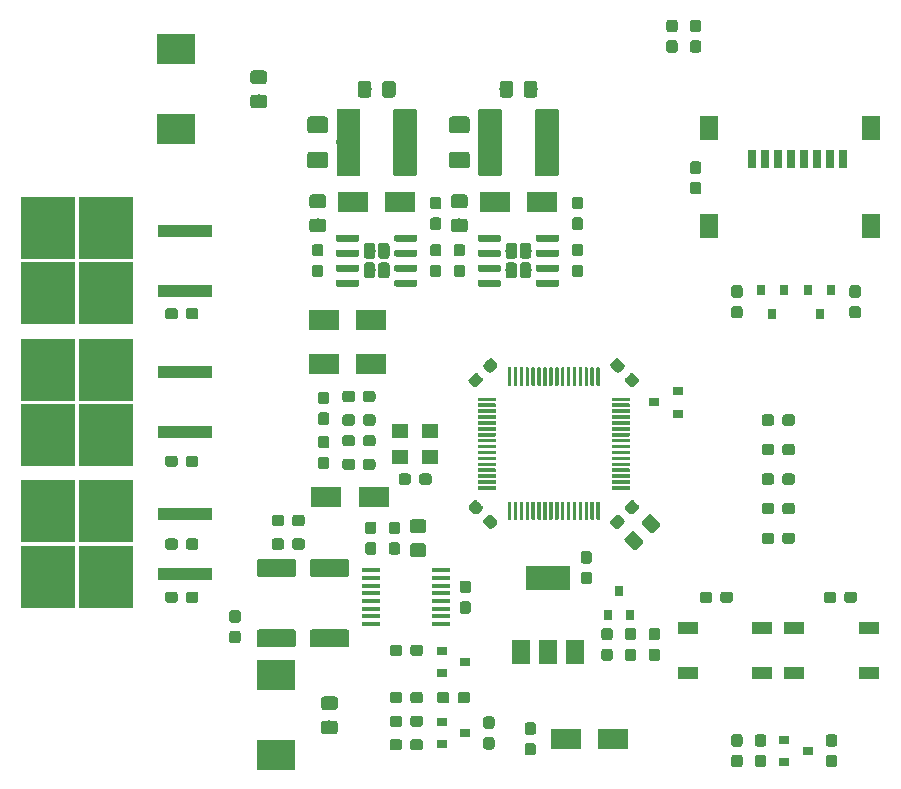
<source format=gtp>
G04 #@! TF.GenerationSoftware,KiCad,Pcbnew,(5.1.4)-1*
G04 #@! TF.CreationDate,2020-08-18T21:21:43-04:00*
G04 #@! TF.ProjectId,EBoard Sidecar,45426f61-7264-4205-9369-64656361722e,rev?*
G04 #@! TF.SameCoordinates,Original*
G04 #@! TF.FileFunction,Paste,Top*
G04 #@! TF.FilePolarity,Positive*
%FSLAX46Y46*%
G04 Gerber Fmt 4.6, Leading zero omitted, Abs format (unit mm)*
G04 Created by KiCad (PCBNEW (5.1.4)-1) date 2020-08-18 21:21:43*
%MOMM*%
%LPD*%
G04 APERTURE LIST*
%ADD10C,0.100000*%
%ADD11C,0.950000*%
%ADD12R,2.500000X1.800000*%
%ADD13R,1.400000X1.200000*%
%ADD14C,0.600000*%
%ADD15C,0.970000*%
%ADD16R,1.500000X0.450000*%
%ADD17C,0.300000*%
%ADD18R,1.500000X2.000000*%
%ADD19R,3.800000X2.000000*%
%ADD20R,1.700000X1.000000*%
%ADD21C,1.525000*%
%ADD22C,1.425000*%
%ADD23R,4.550000X5.250000*%
%ADD24R,4.600001X1.100000*%
%ADD25R,4.600000X1.100000*%
%ADD26R,0.900000X0.800000*%
%ADD27C,2.000000*%
%ADD28R,0.800000X1.500000*%
%ADD29R,1.500000X2.050000*%
%ADD30R,0.800000X0.900000*%
%ADD31R,3.300000X2.500000*%
%ADD32C,1.150000*%
G04 APERTURE END LIST*
D10*
G36*
X129435779Y-111026144D02*
G01*
X129458834Y-111029563D01*
X129481443Y-111035227D01*
X129503387Y-111043079D01*
X129524457Y-111053044D01*
X129544448Y-111065026D01*
X129563168Y-111078910D01*
X129580438Y-111094562D01*
X129596090Y-111111832D01*
X129609974Y-111130552D01*
X129621956Y-111150543D01*
X129631921Y-111171613D01*
X129639773Y-111193557D01*
X129645437Y-111216166D01*
X129648856Y-111239221D01*
X129650000Y-111262500D01*
X129650000Y-111737500D01*
X129648856Y-111760779D01*
X129645437Y-111783834D01*
X129639773Y-111806443D01*
X129631921Y-111828387D01*
X129621956Y-111849457D01*
X129609974Y-111869448D01*
X129596090Y-111888168D01*
X129580438Y-111905438D01*
X129563168Y-111921090D01*
X129544448Y-111934974D01*
X129524457Y-111946956D01*
X129503387Y-111956921D01*
X129481443Y-111964773D01*
X129458834Y-111970437D01*
X129435779Y-111973856D01*
X129412500Y-111975000D01*
X128837500Y-111975000D01*
X128814221Y-111973856D01*
X128791166Y-111970437D01*
X128768557Y-111964773D01*
X128746613Y-111956921D01*
X128725543Y-111946956D01*
X128705552Y-111934974D01*
X128686832Y-111921090D01*
X128669562Y-111905438D01*
X128653910Y-111888168D01*
X128640026Y-111869448D01*
X128628044Y-111849457D01*
X128618079Y-111828387D01*
X128610227Y-111806443D01*
X128604563Y-111783834D01*
X128601144Y-111760779D01*
X128600000Y-111737500D01*
X128600000Y-111262500D01*
X128601144Y-111239221D01*
X128604563Y-111216166D01*
X128610227Y-111193557D01*
X128618079Y-111171613D01*
X128628044Y-111150543D01*
X128640026Y-111130552D01*
X128653910Y-111111832D01*
X128669562Y-111094562D01*
X128686832Y-111078910D01*
X128705552Y-111065026D01*
X128725543Y-111053044D01*
X128746613Y-111043079D01*
X128768557Y-111035227D01*
X128791166Y-111029563D01*
X128814221Y-111026144D01*
X128837500Y-111025000D01*
X129412500Y-111025000D01*
X129435779Y-111026144D01*
X129435779Y-111026144D01*
G37*
D11*
X129125000Y-111500000D03*
D10*
G36*
X131185779Y-111026144D02*
G01*
X131208834Y-111029563D01*
X131231443Y-111035227D01*
X131253387Y-111043079D01*
X131274457Y-111053044D01*
X131294448Y-111065026D01*
X131313168Y-111078910D01*
X131330438Y-111094562D01*
X131346090Y-111111832D01*
X131359974Y-111130552D01*
X131371956Y-111150543D01*
X131381921Y-111171613D01*
X131389773Y-111193557D01*
X131395437Y-111216166D01*
X131398856Y-111239221D01*
X131400000Y-111262500D01*
X131400000Y-111737500D01*
X131398856Y-111760779D01*
X131395437Y-111783834D01*
X131389773Y-111806443D01*
X131381921Y-111828387D01*
X131371956Y-111849457D01*
X131359974Y-111869448D01*
X131346090Y-111888168D01*
X131330438Y-111905438D01*
X131313168Y-111921090D01*
X131294448Y-111934974D01*
X131274457Y-111946956D01*
X131253387Y-111956921D01*
X131231443Y-111964773D01*
X131208834Y-111970437D01*
X131185779Y-111973856D01*
X131162500Y-111975000D01*
X130587500Y-111975000D01*
X130564221Y-111973856D01*
X130541166Y-111970437D01*
X130518557Y-111964773D01*
X130496613Y-111956921D01*
X130475543Y-111946956D01*
X130455552Y-111934974D01*
X130436832Y-111921090D01*
X130419562Y-111905438D01*
X130403910Y-111888168D01*
X130390026Y-111869448D01*
X130378044Y-111849457D01*
X130368079Y-111828387D01*
X130360227Y-111806443D01*
X130354563Y-111783834D01*
X130351144Y-111760779D01*
X130350000Y-111737500D01*
X130350000Y-111262500D01*
X130351144Y-111239221D01*
X130354563Y-111216166D01*
X130360227Y-111193557D01*
X130368079Y-111171613D01*
X130378044Y-111150543D01*
X130390026Y-111130552D01*
X130403910Y-111111832D01*
X130419562Y-111094562D01*
X130436832Y-111078910D01*
X130455552Y-111065026D01*
X130475543Y-111053044D01*
X130496613Y-111043079D01*
X130518557Y-111035227D01*
X130541166Y-111029563D01*
X130564221Y-111026144D01*
X130587500Y-111025000D01*
X131162500Y-111025000D01*
X131185779Y-111026144D01*
X131185779Y-111026144D01*
G37*
D11*
X130875000Y-111500000D03*
D10*
G36*
X127260779Y-110851144D02*
G01*
X127283834Y-110854563D01*
X127306443Y-110860227D01*
X127328387Y-110868079D01*
X127349457Y-110878044D01*
X127369448Y-110890026D01*
X127388168Y-110903910D01*
X127405438Y-110919562D01*
X127421090Y-110936832D01*
X127434974Y-110955552D01*
X127446956Y-110975543D01*
X127456921Y-110996613D01*
X127464773Y-111018557D01*
X127470437Y-111041166D01*
X127473856Y-111064221D01*
X127475000Y-111087500D01*
X127475000Y-111662500D01*
X127473856Y-111685779D01*
X127470437Y-111708834D01*
X127464773Y-111731443D01*
X127456921Y-111753387D01*
X127446956Y-111774457D01*
X127434974Y-111794448D01*
X127421090Y-111813168D01*
X127405438Y-111830438D01*
X127388168Y-111846090D01*
X127369448Y-111859974D01*
X127349457Y-111871956D01*
X127328387Y-111881921D01*
X127306443Y-111889773D01*
X127283834Y-111895437D01*
X127260779Y-111898856D01*
X127237500Y-111900000D01*
X126762500Y-111900000D01*
X126739221Y-111898856D01*
X126716166Y-111895437D01*
X126693557Y-111889773D01*
X126671613Y-111881921D01*
X126650543Y-111871956D01*
X126630552Y-111859974D01*
X126611832Y-111846090D01*
X126594562Y-111830438D01*
X126578910Y-111813168D01*
X126565026Y-111794448D01*
X126553044Y-111774457D01*
X126543079Y-111753387D01*
X126535227Y-111731443D01*
X126529563Y-111708834D01*
X126526144Y-111685779D01*
X126525000Y-111662500D01*
X126525000Y-111087500D01*
X126526144Y-111064221D01*
X126529563Y-111041166D01*
X126535227Y-111018557D01*
X126543079Y-110996613D01*
X126553044Y-110975543D01*
X126565026Y-110955552D01*
X126578910Y-110936832D01*
X126594562Y-110919562D01*
X126611832Y-110903910D01*
X126630552Y-110890026D01*
X126650543Y-110878044D01*
X126671613Y-110868079D01*
X126693557Y-110860227D01*
X126716166Y-110854563D01*
X126739221Y-110851144D01*
X126762500Y-110850000D01*
X127237500Y-110850000D01*
X127260779Y-110851144D01*
X127260779Y-110851144D01*
G37*
D11*
X127000000Y-111375000D03*
D10*
G36*
X127260779Y-109101144D02*
G01*
X127283834Y-109104563D01*
X127306443Y-109110227D01*
X127328387Y-109118079D01*
X127349457Y-109128044D01*
X127369448Y-109140026D01*
X127388168Y-109153910D01*
X127405438Y-109169562D01*
X127421090Y-109186832D01*
X127434974Y-109205552D01*
X127446956Y-109225543D01*
X127456921Y-109246613D01*
X127464773Y-109268557D01*
X127470437Y-109291166D01*
X127473856Y-109314221D01*
X127475000Y-109337500D01*
X127475000Y-109912500D01*
X127473856Y-109935779D01*
X127470437Y-109958834D01*
X127464773Y-109981443D01*
X127456921Y-110003387D01*
X127446956Y-110024457D01*
X127434974Y-110044448D01*
X127421090Y-110063168D01*
X127405438Y-110080438D01*
X127388168Y-110096090D01*
X127369448Y-110109974D01*
X127349457Y-110121956D01*
X127328387Y-110131921D01*
X127306443Y-110139773D01*
X127283834Y-110145437D01*
X127260779Y-110148856D01*
X127237500Y-110150000D01*
X126762500Y-110150000D01*
X126739221Y-110148856D01*
X126716166Y-110145437D01*
X126693557Y-110139773D01*
X126671613Y-110131921D01*
X126650543Y-110121956D01*
X126630552Y-110109974D01*
X126611832Y-110096090D01*
X126594562Y-110080438D01*
X126578910Y-110063168D01*
X126565026Y-110044448D01*
X126553044Y-110024457D01*
X126543079Y-110003387D01*
X126535227Y-109981443D01*
X126529563Y-109958834D01*
X126526144Y-109935779D01*
X126525000Y-109912500D01*
X126525000Y-109337500D01*
X126526144Y-109314221D01*
X126529563Y-109291166D01*
X126535227Y-109268557D01*
X126543079Y-109246613D01*
X126553044Y-109225543D01*
X126565026Y-109205552D01*
X126578910Y-109186832D01*
X126594562Y-109169562D01*
X126611832Y-109153910D01*
X126630552Y-109140026D01*
X126650543Y-109128044D01*
X126671613Y-109118079D01*
X126693557Y-109110227D01*
X126716166Y-109104563D01*
X126739221Y-109101144D01*
X126762500Y-109100000D01*
X127237500Y-109100000D01*
X127260779Y-109101144D01*
X127260779Y-109101144D01*
G37*
D11*
X127000000Y-109625000D03*
D12*
X127000000Y-106750000D03*
X131000000Y-106750000D03*
D10*
G36*
X131185779Y-109026144D02*
G01*
X131208834Y-109029563D01*
X131231443Y-109035227D01*
X131253387Y-109043079D01*
X131274457Y-109053044D01*
X131294448Y-109065026D01*
X131313168Y-109078910D01*
X131330438Y-109094562D01*
X131346090Y-109111832D01*
X131359974Y-109130552D01*
X131371956Y-109150543D01*
X131381921Y-109171613D01*
X131389773Y-109193557D01*
X131395437Y-109216166D01*
X131398856Y-109239221D01*
X131400000Y-109262500D01*
X131400000Y-109737500D01*
X131398856Y-109760779D01*
X131395437Y-109783834D01*
X131389773Y-109806443D01*
X131381921Y-109828387D01*
X131371956Y-109849457D01*
X131359974Y-109869448D01*
X131346090Y-109888168D01*
X131330438Y-109905438D01*
X131313168Y-109921090D01*
X131294448Y-109934974D01*
X131274457Y-109946956D01*
X131253387Y-109956921D01*
X131231443Y-109964773D01*
X131208834Y-109970437D01*
X131185779Y-109973856D01*
X131162500Y-109975000D01*
X130587500Y-109975000D01*
X130564221Y-109973856D01*
X130541166Y-109970437D01*
X130518557Y-109964773D01*
X130496613Y-109956921D01*
X130475543Y-109946956D01*
X130455552Y-109934974D01*
X130436832Y-109921090D01*
X130419562Y-109905438D01*
X130403910Y-109888168D01*
X130390026Y-109869448D01*
X130378044Y-109849457D01*
X130368079Y-109828387D01*
X130360227Y-109806443D01*
X130354563Y-109783834D01*
X130351144Y-109760779D01*
X130350000Y-109737500D01*
X130350000Y-109262500D01*
X130351144Y-109239221D01*
X130354563Y-109216166D01*
X130360227Y-109193557D01*
X130368079Y-109171613D01*
X130378044Y-109150543D01*
X130390026Y-109130552D01*
X130403910Y-109111832D01*
X130419562Y-109094562D01*
X130436832Y-109078910D01*
X130455552Y-109065026D01*
X130475543Y-109053044D01*
X130496613Y-109043079D01*
X130518557Y-109035227D01*
X130541166Y-109029563D01*
X130564221Y-109026144D01*
X130587500Y-109025000D01*
X131162500Y-109025000D01*
X131185779Y-109026144D01*
X131185779Y-109026144D01*
G37*
D11*
X130875000Y-109500000D03*
D10*
G36*
X129435779Y-109026144D02*
G01*
X129458834Y-109029563D01*
X129481443Y-109035227D01*
X129503387Y-109043079D01*
X129524457Y-109053044D01*
X129544448Y-109065026D01*
X129563168Y-109078910D01*
X129580438Y-109094562D01*
X129596090Y-109111832D01*
X129609974Y-109130552D01*
X129621956Y-109150543D01*
X129631921Y-109171613D01*
X129639773Y-109193557D01*
X129645437Y-109216166D01*
X129648856Y-109239221D01*
X129650000Y-109262500D01*
X129650000Y-109737500D01*
X129648856Y-109760779D01*
X129645437Y-109783834D01*
X129639773Y-109806443D01*
X129631921Y-109828387D01*
X129621956Y-109849457D01*
X129609974Y-109869448D01*
X129596090Y-109888168D01*
X129580438Y-109905438D01*
X129563168Y-109921090D01*
X129544448Y-109934974D01*
X129524457Y-109946956D01*
X129503387Y-109956921D01*
X129481443Y-109964773D01*
X129458834Y-109970437D01*
X129435779Y-109973856D01*
X129412500Y-109975000D01*
X128837500Y-109975000D01*
X128814221Y-109973856D01*
X128791166Y-109970437D01*
X128768557Y-109964773D01*
X128746613Y-109956921D01*
X128725543Y-109946956D01*
X128705552Y-109934974D01*
X128686832Y-109921090D01*
X128669562Y-109905438D01*
X128653910Y-109888168D01*
X128640026Y-109869448D01*
X128628044Y-109849457D01*
X128618079Y-109828387D01*
X128610227Y-109806443D01*
X128604563Y-109783834D01*
X128601144Y-109760779D01*
X128600000Y-109737500D01*
X128600000Y-109262500D01*
X128601144Y-109239221D01*
X128604563Y-109216166D01*
X128610227Y-109193557D01*
X128618079Y-109171613D01*
X128628044Y-109150543D01*
X128640026Y-109130552D01*
X128653910Y-109111832D01*
X128669562Y-109094562D01*
X128686832Y-109078910D01*
X128705552Y-109065026D01*
X128725543Y-109053044D01*
X128746613Y-109043079D01*
X128768557Y-109035227D01*
X128791166Y-109029563D01*
X128814221Y-109026144D01*
X128837500Y-109025000D01*
X129412500Y-109025000D01*
X129435779Y-109026144D01*
X129435779Y-109026144D01*
G37*
D11*
X129125000Y-109500000D03*
D10*
G36*
X164935779Y-113526144D02*
G01*
X164958834Y-113529563D01*
X164981443Y-113535227D01*
X165003387Y-113543079D01*
X165024457Y-113553044D01*
X165044448Y-113565026D01*
X165063168Y-113578910D01*
X165080438Y-113594562D01*
X165096090Y-113611832D01*
X165109974Y-113630552D01*
X165121956Y-113650543D01*
X165131921Y-113671613D01*
X165139773Y-113693557D01*
X165145437Y-113716166D01*
X165148856Y-113739221D01*
X165150000Y-113762500D01*
X165150000Y-114237500D01*
X165148856Y-114260779D01*
X165145437Y-114283834D01*
X165139773Y-114306443D01*
X165131921Y-114328387D01*
X165121956Y-114349457D01*
X165109974Y-114369448D01*
X165096090Y-114388168D01*
X165080438Y-114405438D01*
X165063168Y-114421090D01*
X165044448Y-114434974D01*
X165024457Y-114446956D01*
X165003387Y-114456921D01*
X164981443Y-114464773D01*
X164958834Y-114470437D01*
X164935779Y-114473856D01*
X164912500Y-114475000D01*
X164337500Y-114475000D01*
X164314221Y-114473856D01*
X164291166Y-114470437D01*
X164268557Y-114464773D01*
X164246613Y-114456921D01*
X164225543Y-114446956D01*
X164205552Y-114434974D01*
X164186832Y-114421090D01*
X164169562Y-114405438D01*
X164153910Y-114388168D01*
X164140026Y-114369448D01*
X164128044Y-114349457D01*
X164118079Y-114328387D01*
X164110227Y-114306443D01*
X164104563Y-114283834D01*
X164101144Y-114260779D01*
X164100000Y-114237500D01*
X164100000Y-113762500D01*
X164101144Y-113739221D01*
X164104563Y-113716166D01*
X164110227Y-113693557D01*
X164118079Y-113671613D01*
X164128044Y-113650543D01*
X164140026Y-113630552D01*
X164153910Y-113611832D01*
X164169562Y-113594562D01*
X164186832Y-113578910D01*
X164205552Y-113565026D01*
X164225543Y-113553044D01*
X164246613Y-113543079D01*
X164268557Y-113535227D01*
X164291166Y-113529563D01*
X164314221Y-113526144D01*
X164337500Y-113525000D01*
X164912500Y-113525000D01*
X164935779Y-113526144D01*
X164935779Y-113526144D01*
G37*
D11*
X164625000Y-114000000D03*
D10*
G36*
X166685779Y-113526144D02*
G01*
X166708834Y-113529563D01*
X166731443Y-113535227D01*
X166753387Y-113543079D01*
X166774457Y-113553044D01*
X166794448Y-113565026D01*
X166813168Y-113578910D01*
X166830438Y-113594562D01*
X166846090Y-113611832D01*
X166859974Y-113630552D01*
X166871956Y-113650543D01*
X166881921Y-113671613D01*
X166889773Y-113693557D01*
X166895437Y-113716166D01*
X166898856Y-113739221D01*
X166900000Y-113762500D01*
X166900000Y-114237500D01*
X166898856Y-114260779D01*
X166895437Y-114283834D01*
X166889773Y-114306443D01*
X166881921Y-114328387D01*
X166871956Y-114349457D01*
X166859974Y-114369448D01*
X166846090Y-114388168D01*
X166830438Y-114405438D01*
X166813168Y-114421090D01*
X166794448Y-114434974D01*
X166774457Y-114446956D01*
X166753387Y-114456921D01*
X166731443Y-114464773D01*
X166708834Y-114470437D01*
X166685779Y-114473856D01*
X166662500Y-114475000D01*
X166087500Y-114475000D01*
X166064221Y-114473856D01*
X166041166Y-114470437D01*
X166018557Y-114464773D01*
X165996613Y-114456921D01*
X165975543Y-114446956D01*
X165955552Y-114434974D01*
X165936832Y-114421090D01*
X165919562Y-114405438D01*
X165903910Y-114388168D01*
X165890026Y-114369448D01*
X165878044Y-114349457D01*
X165868079Y-114328387D01*
X165860227Y-114306443D01*
X165854563Y-114283834D01*
X165851144Y-114260779D01*
X165850000Y-114237500D01*
X165850000Y-113762500D01*
X165851144Y-113739221D01*
X165854563Y-113716166D01*
X165860227Y-113693557D01*
X165868079Y-113671613D01*
X165878044Y-113650543D01*
X165890026Y-113630552D01*
X165903910Y-113611832D01*
X165919562Y-113594562D01*
X165936832Y-113578910D01*
X165955552Y-113565026D01*
X165975543Y-113553044D01*
X165996613Y-113543079D01*
X166018557Y-113535227D01*
X166041166Y-113529563D01*
X166064221Y-113526144D01*
X166087500Y-113525000D01*
X166662500Y-113525000D01*
X166685779Y-113526144D01*
X166685779Y-113526144D01*
G37*
D11*
X166375000Y-114000000D03*
D10*
G36*
X164935779Y-116026144D02*
G01*
X164958834Y-116029563D01*
X164981443Y-116035227D01*
X165003387Y-116043079D01*
X165024457Y-116053044D01*
X165044448Y-116065026D01*
X165063168Y-116078910D01*
X165080438Y-116094562D01*
X165096090Y-116111832D01*
X165109974Y-116130552D01*
X165121956Y-116150543D01*
X165131921Y-116171613D01*
X165139773Y-116193557D01*
X165145437Y-116216166D01*
X165148856Y-116239221D01*
X165150000Y-116262500D01*
X165150000Y-116737500D01*
X165148856Y-116760779D01*
X165145437Y-116783834D01*
X165139773Y-116806443D01*
X165131921Y-116828387D01*
X165121956Y-116849457D01*
X165109974Y-116869448D01*
X165096090Y-116888168D01*
X165080438Y-116905438D01*
X165063168Y-116921090D01*
X165044448Y-116934974D01*
X165024457Y-116946956D01*
X165003387Y-116956921D01*
X164981443Y-116964773D01*
X164958834Y-116970437D01*
X164935779Y-116973856D01*
X164912500Y-116975000D01*
X164337500Y-116975000D01*
X164314221Y-116973856D01*
X164291166Y-116970437D01*
X164268557Y-116964773D01*
X164246613Y-116956921D01*
X164225543Y-116946956D01*
X164205552Y-116934974D01*
X164186832Y-116921090D01*
X164169562Y-116905438D01*
X164153910Y-116888168D01*
X164140026Y-116869448D01*
X164128044Y-116849457D01*
X164118079Y-116828387D01*
X164110227Y-116806443D01*
X164104563Y-116783834D01*
X164101144Y-116760779D01*
X164100000Y-116737500D01*
X164100000Y-116262500D01*
X164101144Y-116239221D01*
X164104563Y-116216166D01*
X164110227Y-116193557D01*
X164118079Y-116171613D01*
X164128044Y-116150543D01*
X164140026Y-116130552D01*
X164153910Y-116111832D01*
X164169562Y-116094562D01*
X164186832Y-116078910D01*
X164205552Y-116065026D01*
X164225543Y-116053044D01*
X164246613Y-116043079D01*
X164268557Y-116035227D01*
X164291166Y-116029563D01*
X164314221Y-116026144D01*
X164337500Y-116025000D01*
X164912500Y-116025000D01*
X164935779Y-116026144D01*
X164935779Y-116026144D01*
G37*
D11*
X164625000Y-116500000D03*
D10*
G36*
X166685779Y-116026144D02*
G01*
X166708834Y-116029563D01*
X166731443Y-116035227D01*
X166753387Y-116043079D01*
X166774457Y-116053044D01*
X166794448Y-116065026D01*
X166813168Y-116078910D01*
X166830438Y-116094562D01*
X166846090Y-116111832D01*
X166859974Y-116130552D01*
X166871956Y-116150543D01*
X166881921Y-116171613D01*
X166889773Y-116193557D01*
X166895437Y-116216166D01*
X166898856Y-116239221D01*
X166900000Y-116262500D01*
X166900000Y-116737500D01*
X166898856Y-116760779D01*
X166895437Y-116783834D01*
X166889773Y-116806443D01*
X166881921Y-116828387D01*
X166871956Y-116849457D01*
X166859974Y-116869448D01*
X166846090Y-116888168D01*
X166830438Y-116905438D01*
X166813168Y-116921090D01*
X166794448Y-116934974D01*
X166774457Y-116946956D01*
X166753387Y-116956921D01*
X166731443Y-116964773D01*
X166708834Y-116970437D01*
X166685779Y-116973856D01*
X166662500Y-116975000D01*
X166087500Y-116975000D01*
X166064221Y-116973856D01*
X166041166Y-116970437D01*
X166018557Y-116964773D01*
X165996613Y-116956921D01*
X165975543Y-116946956D01*
X165955552Y-116934974D01*
X165936832Y-116921090D01*
X165919562Y-116905438D01*
X165903910Y-116888168D01*
X165890026Y-116869448D01*
X165878044Y-116849457D01*
X165868079Y-116828387D01*
X165860227Y-116806443D01*
X165854563Y-116783834D01*
X165851144Y-116760779D01*
X165850000Y-116737500D01*
X165850000Y-116262500D01*
X165851144Y-116239221D01*
X165854563Y-116216166D01*
X165860227Y-116193557D01*
X165868079Y-116171613D01*
X165878044Y-116150543D01*
X165890026Y-116130552D01*
X165903910Y-116111832D01*
X165919562Y-116094562D01*
X165936832Y-116078910D01*
X165955552Y-116065026D01*
X165975543Y-116053044D01*
X165996613Y-116043079D01*
X166018557Y-116035227D01*
X166041166Y-116029563D01*
X166064221Y-116026144D01*
X166087500Y-116025000D01*
X166662500Y-116025000D01*
X166685779Y-116026144D01*
X166685779Y-116026144D01*
G37*
D11*
X166375000Y-116500000D03*
D10*
G36*
X164935779Y-118526144D02*
G01*
X164958834Y-118529563D01*
X164981443Y-118535227D01*
X165003387Y-118543079D01*
X165024457Y-118553044D01*
X165044448Y-118565026D01*
X165063168Y-118578910D01*
X165080438Y-118594562D01*
X165096090Y-118611832D01*
X165109974Y-118630552D01*
X165121956Y-118650543D01*
X165131921Y-118671613D01*
X165139773Y-118693557D01*
X165145437Y-118716166D01*
X165148856Y-118739221D01*
X165150000Y-118762500D01*
X165150000Y-119237500D01*
X165148856Y-119260779D01*
X165145437Y-119283834D01*
X165139773Y-119306443D01*
X165131921Y-119328387D01*
X165121956Y-119349457D01*
X165109974Y-119369448D01*
X165096090Y-119388168D01*
X165080438Y-119405438D01*
X165063168Y-119421090D01*
X165044448Y-119434974D01*
X165024457Y-119446956D01*
X165003387Y-119456921D01*
X164981443Y-119464773D01*
X164958834Y-119470437D01*
X164935779Y-119473856D01*
X164912500Y-119475000D01*
X164337500Y-119475000D01*
X164314221Y-119473856D01*
X164291166Y-119470437D01*
X164268557Y-119464773D01*
X164246613Y-119456921D01*
X164225543Y-119446956D01*
X164205552Y-119434974D01*
X164186832Y-119421090D01*
X164169562Y-119405438D01*
X164153910Y-119388168D01*
X164140026Y-119369448D01*
X164128044Y-119349457D01*
X164118079Y-119328387D01*
X164110227Y-119306443D01*
X164104563Y-119283834D01*
X164101144Y-119260779D01*
X164100000Y-119237500D01*
X164100000Y-118762500D01*
X164101144Y-118739221D01*
X164104563Y-118716166D01*
X164110227Y-118693557D01*
X164118079Y-118671613D01*
X164128044Y-118650543D01*
X164140026Y-118630552D01*
X164153910Y-118611832D01*
X164169562Y-118594562D01*
X164186832Y-118578910D01*
X164205552Y-118565026D01*
X164225543Y-118553044D01*
X164246613Y-118543079D01*
X164268557Y-118535227D01*
X164291166Y-118529563D01*
X164314221Y-118526144D01*
X164337500Y-118525000D01*
X164912500Y-118525000D01*
X164935779Y-118526144D01*
X164935779Y-118526144D01*
G37*
D11*
X164625000Y-119000000D03*
D10*
G36*
X166685779Y-118526144D02*
G01*
X166708834Y-118529563D01*
X166731443Y-118535227D01*
X166753387Y-118543079D01*
X166774457Y-118553044D01*
X166794448Y-118565026D01*
X166813168Y-118578910D01*
X166830438Y-118594562D01*
X166846090Y-118611832D01*
X166859974Y-118630552D01*
X166871956Y-118650543D01*
X166881921Y-118671613D01*
X166889773Y-118693557D01*
X166895437Y-118716166D01*
X166898856Y-118739221D01*
X166900000Y-118762500D01*
X166900000Y-119237500D01*
X166898856Y-119260779D01*
X166895437Y-119283834D01*
X166889773Y-119306443D01*
X166881921Y-119328387D01*
X166871956Y-119349457D01*
X166859974Y-119369448D01*
X166846090Y-119388168D01*
X166830438Y-119405438D01*
X166813168Y-119421090D01*
X166794448Y-119434974D01*
X166774457Y-119446956D01*
X166753387Y-119456921D01*
X166731443Y-119464773D01*
X166708834Y-119470437D01*
X166685779Y-119473856D01*
X166662500Y-119475000D01*
X166087500Y-119475000D01*
X166064221Y-119473856D01*
X166041166Y-119470437D01*
X166018557Y-119464773D01*
X165996613Y-119456921D01*
X165975543Y-119446956D01*
X165955552Y-119434974D01*
X165936832Y-119421090D01*
X165919562Y-119405438D01*
X165903910Y-119388168D01*
X165890026Y-119369448D01*
X165878044Y-119349457D01*
X165868079Y-119328387D01*
X165860227Y-119306443D01*
X165854563Y-119283834D01*
X165851144Y-119260779D01*
X165850000Y-119237500D01*
X165850000Y-118762500D01*
X165851144Y-118739221D01*
X165854563Y-118716166D01*
X165860227Y-118693557D01*
X165868079Y-118671613D01*
X165878044Y-118650543D01*
X165890026Y-118630552D01*
X165903910Y-118611832D01*
X165919562Y-118594562D01*
X165936832Y-118578910D01*
X165955552Y-118565026D01*
X165975543Y-118553044D01*
X165996613Y-118543079D01*
X166018557Y-118535227D01*
X166041166Y-118529563D01*
X166064221Y-118526144D01*
X166087500Y-118525000D01*
X166662500Y-118525000D01*
X166685779Y-118526144D01*
X166685779Y-118526144D01*
G37*
D11*
X166375000Y-119000000D03*
D10*
G36*
X164935779Y-121026144D02*
G01*
X164958834Y-121029563D01*
X164981443Y-121035227D01*
X165003387Y-121043079D01*
X165024457Y-121053044D01*
X165044448Y-121065026D01*
X165063168Y-121078910D01*
X165080438Y-121094562D01*
X165096090Y-121111832D01*
X165109974Y-121130552D01*
X165121956Y-121150543D01*
X165131921Y-121171613D01*
X165139773Y-121193557D01*
X165145437Y-121216166D01*
X165148856Y-121239221D01*
X165150000Y-121262500D01*
X165150000Y-121737500D01*
X165148856Y-121760779D01*
X165145437Y-121783834D01*
X165139773Y-121806443D01*
X165131921Y-121828387D01*
X165121956Y-121849457D01*
X165109974Y-121869448D01*
X165096090Y-121888168D01*
X165080438Y-121905438D01*
X165063168Y-121921090D01*
X165044448Y-121934974D01*
X165024457Y-121946956D01*
X165003387Y-121956921D01*
X164981443Y-121964773D01*
X164958834Y-121970437D01*
X164935779Y-121973856D01*
X164912500Y-121975000D01*
X164337500Y-121975000D01*
X164314221Y-121973856D01*
X164291166Y-121970437D01*
X164268557Y-121964773D01*
X164246613Y-121956921D01*
X164225543Y-121946956D01*
X164205552Y-121934974D01*
X164186832Y-121921090D01*
X164169562Y-121905438D01*
X164153910Y-121888168D01*
X164140026Y-121869448D01*
X164128044Y-121849457D01*
X164118079Y-121828387D01*
X164110227Y-121806443D01*
X164104563Y-121783834D01*
X164101144Y-121760779D01*
X164100000Y-121737500D01*
X164100000Y-121262500D01*
X164101144Y-121239221D01*
X164104563Y-121216166D01*
X164110227Y-121193557D01*
X164118079Y-121171613D01*
X164128044Y-121150543D01*
X164140026Y-121130552D01*
X164153910Y-121111832D01*
X164169562Y-121094562D01*
X164186832Y-121078910D01*
X164205552Y-121065026D01*
X164225543Y-121053044D01*
X164246613Y-121043079D01*
X164268557Y-121035227D01*
X164291166Y-121029563D01*
X164314221Y-121026144D01*
X164337500Y-121025000D01*
X164912500Y-121025000D01*
X164935779Y-121026144D01*
X164935779Y-121026144D01*
G37*
D11*
X164625000Y-121500000D03*
D10*
G36*
X166685779Y-121026144D02*
G01*
X166708834Y-121029563D01*
X166731443Y-121035227D01*
X166753387Y-121043079D01*
X166774457Y-121053044D01*
X166794448Y-121065026D01*
X166813168Y-121078910D01*
X166830438Y-121094562D01*
X166846090Y-121111832D01*
X166859974Y-121130552D01*
X166871956Y-121150543D01*
X166881921Y-121171613D01*
X166889773Y-121193557D01*
X166895437Y-121216166D01*
X166898856Y-121239221D01*
X166900000Y-121262500D01*
X166900000Y-121737500D01*
X166898856Y-121760779D01*
X166895437Y-121783834D01*
X166889773Y-121806443D01*
X166881921Y-121828387D01*
X166871956Y-121849457D01*
X166859974Y-121869448D01*
X166846090Y-121888168D01*
X166830438Y-121905438D01*
X166813168Y-121921090D01*
X166794448Y-121934974D01*
X166774457Y-121946956D01*
X166753387Y-121956921D01*
X166731443Y-121964773D01*
X166708834Y-121970437D01*
X166685779Y-121973856D01*
X166662500Y-121975000D01*
X166087500Y-121975000D01*
X166064221Y-121973856D01*
X166041166Y-121970437D01*
X166018557Y-121964773D01*
X165996613Y-121956921D01*
X165975543Y-121946956D01*
X165955552Y-121934974D01*
X165936832Y-121921090D01*
X165919562Y-121905438D01*
X165903910Y-121888168D01*
X165890026Y-121869448D01*
X165878044Y-121849457D01*
X165868079Y-121828387D01*
X165860227Y-121806443D01*
X165854563Y-121783834D01*
X165851144Y-121760779D01*
X165850000Y-121737500D01*
X165850000Y-121262500D01*
X165851144Y-121239221D01*
X165854563Y-121216166D01*
X165860227Y-121193557D01*
X165868079Y-121171613D01*
X165878044Y-121150543D01*
X165890026Y-121130552D01*
X165903910Y-121111832D01*
X165919562Y-121094562D01*
X165936832Y-121078910D01*
X165955552Y-121065026D01*
X165975543Y-121053044D01*
X165996613Y-121043079D01*
X166018557Y-121035227D01*
X166041166Y-121029563D01*
X166064221Y-121026144D01*
X166087500Y-121025000D01*
X166662500Y-121025000D01*
X166685779Y-121026144D01*
X166685779Y-121026144D01*
G37*
D11*
X166375000Y-121500000D03*
D10*
G36*
X141106642Y-119511131D02*
G01*
X141129697Y-119514550D01*
X141152306Y-119520214D01*
X141174250Y-119528066D01*
X141195320Y-119538031D01*
X141215311Y-119550013D01*
X141234031Y-119563897D01*
X141251301Y-119579549D01*
X141657887Y-119986135D01*
X141673539Y-120003405D01*
X141687423Y-120022125D01*
X141699405Y-120042116D01*
X141709370Y-120063186D01*
X141717222Y-120085130D01*
X141722886Y-120107739D01*
X141726305Y-120130794D01*
X141727449Y-120154073D01*
X141726305Y-120177352D01*
X141722886Y-120200407D01*
X141717222Y-120223016D01*
X141709370Y-120244960D01*
X141699405Y-120266030D01*
X141687423Y-120286021D01*
X141673539Y-120304741D01*
X141657887Y-120322011D01*
X141322011Y-120657887D01*
X141304741Y-120673539D01*
X141286021Y-120687423D01*
X141266030Y-120699405D01*
X141244960Y-120709370D01*
X141223016Y-120717222D01*
X141200407Y-120722886D01*
X141177352Y-120726305D01*
X141154073Y-120727449D01*
X141130794Y-120726305D01*
X141107739Y-120722886D01*
X141085130Y-120717222D01*
X141063186Y-120709370D01*
X141042116Y-120699405D01*
X141022125Y-120687423D01*
X141003405Y-120673539D01*
X140986135Y-120657887D01*
X140579549Y-120251301D01*
X140563897Y-120234031D01*
X140550013Y-120215311D01*
X140538031Y-120195320D01*
X140528066Y-120174250D01*
X140520214Y-120152306D01*
X140514550Y-120129697D01*
X140511131Y-120106642D01*
X140509987Y-120083363D01*
X140511131Y-120060084D01*
X140514550Y-120037029D01*
X140520214Y-120014420D01*
X140528066Y-119992476D01*
X140538031Y-119971406D01*
X140550013Y-119951415D01*
X140563897Y-119932695D01*
X140579549Y-119915425D01*
X140915425Y-119579549D01*
X140932695Y-119563897D01*
X140951415Y-119550013D01*
X140971406Y-119538031D01*
X140992476Y-119528066D01*
X141014420Y-119520214D01*
X141037029Y-119514550D01*
X141060084Y-119511131D01*
X141083363Y-119509987D01*
X141106642Y-119511131D01*
X141106642Y-119511131D01*
G37*
D11*
X141118718Y-120118718D03*
D10*
G36*
X139869206Y-118273695D02*
G01*
X139892261Y-118277114D01*
X139914870Y-118282778D01*
X139936814Y-118290630D01*
X139957884Y-118300595D01*
X139977875Y-118312577D01*
X139996595Y-118326461D01*
X140013865Y-118342113D01*
X140420451Y-118748699D01*
X140436103Y-118765969D01*
X140449987Y-118784689D01*
X140461969Y-118804680D01*
X140471934Y-118825750D01*
X140479786Y-118847694D01*
X140485450Y-118870303D01*
X140488869Y-118893358D01*
X140490013Y-118916637D01*
X140488869Y-118939916D01*
X140485450Y-118962971D01*
X140479786Y-118985580D01*
X140471934Y-119007524D01*
X140461969Y-119028594D01*
X140449987Y-119048585D01*
X140436103Y-119067305D01*
X140420451Y-119084575D01*
X140084575Y-119420451D01*
X140067305Y-119436103D01*
X140048585Y-119449987D01*
X140028594Y-119461969D01*
X140007524Y-119471934D01*
X139985580Y-119479786D01*
X139962971Y-119485450D01*
X139939916Y-119488869D01*
X139916637Y-119490013D01*
X139893358Y-119488869D01*
X139870303Y-119485450D01*
X139847694Y-119479786D01*
X139825750Y-119471934D01*
X139804680Y-119461969D01*
X139784689Y-119449987D01*
X139765969Y-119436103D01*
X139748699Y-119420451D01*
X139342113Y-119013865D01*
X139326461Y-118996595D01*
X139312577Y-118977875D01*
X139300595Y-118957884D01*
X139290630Y-118936814D01*
X139282778Y-118914870D01*
X139277114Y-118892261D01*
X139273695Y-118869206D01*
X139272551Y-118845927D01*
X139273695Y-118822648D01*
X139277114Y-118799593D01*
X139282778Y-118776984D01*
X139290630Y-118755040D01*
X139300595Y-118733970D01*
X139312577Y-118713979D01*
X139326461Y-118695259D01*
X139342113Y-118677989D01*
X139677989Y-118342113D01*
X139695259Y-118326461D01*
X139713979Y-118312577D01*
X139733970Y-118300595D01*
X139755040Y-118290630D01*
X139776984Y-118282778D01*
X139799593Y-118277114D01*
X139822648Y-118273695D01*
X139845927Y-118272551D01*
X139869206Y-118273695D01*
X139869206Y-118273695D01*
G37*
D11*
X139881282Y-118881282D03*
D13*
X133480000Y-112400000D03*
X136020000Y-112400000D03*
X136020000Y-114600000D03*
X133480000Y-114600000D03*
D10*
G36*
X135935779Y-116026144D02*
G01*
X135958834Y-116029563D01*
X135981443Y-116035227D01*
X136003387Y-116043079D01*
X136024457Y-116053044D01*
X136044448Y-116065026D01*
X136063168Y-116078910D01*
X136080438Y-116094562D01*
X136096090Y-116111832D01*
X136109974Y-116130552D01*
X136121956Y-116150543D01*
X136131921Y-116171613D01*
X136139773Y-116193557D01*
X136145437Y-116216166D01*
X136148856Y-116239221D01*
X136150000Y-116262500D01*
X136150000Y-116737500D01*
X136148856Y-116760779D01*
X136145437Y-116783834D01*
X136139773Y-116806443D01*
X136131921Y-116828387D01*
X136121956Y-116849457D01*
X136109974Y-116869448D01*
X136096090Y-116888168D01*
X136080438Y-116905438D01*
X136063168Y-116921090D01*
X136044448Y-116934974D01*
X136024457Y-116946956D01*
X136003387Y-116956921D01*
X135981443Y-116964773D01*
X135958834Y-116970437D01*
X135935779Y-116973856D01*
X135912500Y-116975000D01*
X135337500Y-116975000D01*
X135314221Y-116973856D01*
X135291166Y-116970437D01*
X135268557Y-116964773D01*
X135246613Y-116956921D01*
X135225543Y-116946956D01*
X135205552Y-116934974D01*
X135186832Y-116921090D01*
X135169562Y-116905438D01*
X135153910Y-116888168D01*
X135140026Y-116869448D01*
X135128044Y-116849457D01*
X135118079Y-116828387D01*
X135110227Y-116806443D01*
X135104563Y-116783834D01*
X135101144Y-116760779D01*
X135100000Y-116737500D01*
X135100000Y-116262500D01*
X135101144Y-116239221D01*
X135104563Y-116216166D01*
X135110227Y-116193557D01*
X135118079Y-116171613D01*
X135128044Y-116150543D01*
X135140026Y-116130552D01*
X135153910Y-116111832D01*
X135169562Y-116094562D01*
X135186832Y-116078910D01*
X135205552Y-116065026D01*
X135225543Y-116053044D01*
X135246613Y-116043079D01*
X135268557Y-116035227D01*
X135291166Y-116029563D01*
X135314221Y-116026144D01*
X135337500Y-116025000D01*
X135912500Y-116025000D01*
X135935779Y-116026144D01*
X135935779Y-116026144D01*
G37*
D11*
X135625000Y-116500000D03*
D10*
G36*
X134185779Y-116026144D02*
G01*
X134208834Y-116029563D01*
X134231443Y-116035227D01*
X134253387Y-116043079D01*
X134274457Y-116053044D01*
X134294448Y-116065026D01*
X134313168Y-116078910D01*
X134330438Y-116094562D01*
X134346090Y-116111832D01*
X134359974Y-116130552D01*
X134371956Y-116150543D01*
X134381921Y-116171613D01*
X134389773Y-116193557D01*
X134395437Y-116216166D01*
X134398856Y-116239221D01*
X134400000Y-116262500D01*
X134400000Y-116737500D01*
X134398856Y-116760779D01*
X134395437Y-116783834D01*
X134389773Y-116806443D01*
X134381921Y-116828387D01*
X134371956Y-116849457D01*
X134359974Y-116869448D01*
X134346090Y-116888168D01*
X134330438Y-116905438D01*
X134313168Y-116921090D01*
X134294448Y-116934974D01*
X134274457Y-116946956D01*
X134253387Y-116956921D01*
X134231443Y-116964773D01*
X134208834Y-116970437D01*
X134185779Y-116973856D01*
X134162500Y-116975000D01*
X133587500Y-116975000D01*
X133564221Y-116973856D01*
X133541166Y-116970437D01*
X133518557Y-116964773D01*
X133496613Y-116956921D01*
X133475543Y-116946956D01*
X133455552Y-116934974D01*
X133436832Y-116921090D01*
X133419562Y-116905438D01*
X133403910Y-116888168D01*
X133390026Y-116869448D01*
X133378044Y-116849457D01*
X133368079Y-116828387D01*
X133360227Y-116806443D01*
X133354563Y-116783834D01*
X133351144Y-116760779D01*
X133350000Y-116737500D01*
X133350000Y-116262500D01*
X133351144Y-116239221D01*
X133354563Y-116216166D01*
X133360227Y-116193557D01*
X133368079Y-116171613D01*
X133378044Y-116150543D01*
X133390026Y-116130552D01*
X133403910Y-116111832D01*
X133419562Y-116094562D01*
X133436832Y-116078910D01*
X133455552Y-116065026D01*
X133475543Y-116053044D01*
X133496613Y-116043079D01*
X133518557Y-116035227D01*
X133541166Y-116029563D01*
X133564221Y-116026144D01*
X133587500Y-116025000D01*
X134162500Y-116025000D01*
X134185779Y-116026144D01*
X134185779Y-116026144D01*
G37*
D11*
X133875000Y-116500000D03*
D10*
G36*
X146814703Y-95795722D02*
G01*
X146829264Y-95797882D01*
X146843543Y-95801459D01*
X146857403Y-95806418D01*
X146870710Y-95812712D01*
X146883336Y-95820280D01*
X146895159Y-95829048D01*
X146906066Y-95838934D01*
X146915952Y-95849841D01*
X146924720Y-95861664D01*
X146932288Y-95874290D01*
X146938582Y-95887597D01*
X146943541Y-95901457D01*
X146947118Y-95915736D01*
X146949278Y-95930297D01*
X146950000Y-95945000D01*
X146950000Y-96245000D01*
X146949278Y-96259703D01*
X146947118Y-96274264D01*
X146943541Y-96288543D01*
X146938582Y-96302403D01*
X146932288Y-96315710D01*
X146924720Y-96328336D01*
X146915952Y-96340159D01*
X146906066Y-96351066D01*
X146895159Y-96360952D01*
X146883336Y-96369720D01*
X146870710Y-96377288D01*
X146857403Y-96383582D01*
X146843543Y-96388541D01*
X146829264Y-96392118D01*
X146814703Y-96394278D01*
X146800000Y-96395000D01*
X145150000Y-96395000D01*
X145135297Y-96394278D01*
X145120736Y-96392118D01*
X145106457Y-96388541D01*
X145092597Y-96383582D01*
X145079290Y-96377288D01*
X145066664Y-96369720D01*
X145054841Y-96360952D01*
X145043934Y-96351066D01*
X145034048Y-96340159D01*
X145025280Y-96328336D01*
X145017712Y-96315710D01*
X145011418Y-96302403D01*
X145006459Y-96288543D01*
X145002882Y-96274264D01*
X145000722Y-96259703D01*
X145000000Y-96245000D01*
X145000000Y-95945000D01*
X145000722Y-95930297D01*
X145002882Y-95915736D01*
X145006459Y-95901457D01*
X145011418Y-95887597D01*
X145017712Y-95874290D01*
X145025280Y-95861664D01*
X145034048Y-95849841D01*
X145043934Y-95838934D01*
X145054841Y-95829048D01*
X145066664Y-95820280D01*
X145079290Y-95812712D01*
X145092597Y-95806418D01*
X145106457Y-95801459D01*
X145120736Y-95797882D01*
X145135297Y-95795722D01*
X145150000Y-95795000D01*
X146800000Y-95795000D01*
X146814703Y-95795722D01*
X146814703Y-95795722D01*
G37*
D14*
X145975000Y-96095000D03*
D10*
G36*
X146814703Y-97065722D02*
G01*
X146829264Y-97067882D01*
X146843543Y-97071459D01*
X146857403Y-97076418D01*
X146870710Y-97082712D01*
X146883336Y-97090280D01*
X146895159Y-97099048D01*
X146906066Y-97108934D01*
X146915952Y-97119841D01*
X146924720Y-97131664D01*
X146932288Y-97144290D01*
X146938582Y-97157597D01*
X146943541Y-97171457D01*
X146947118Y-97185736D01*
X146949278Y-97200297D01*
X146950000Y-97215000D01*
X146950000Y-97515000D01*
X146949278Y-97529703D01*
X146947118Y-97544264D01*
X146943541Y-97558543D01*
X146938582Y-97572403D01*
X146932288Y-97585710D01*
X146924720Y-97598336D01*
X146915952Y-97610159D01*
X146906066Y-97621066D01*
X146895159Y-97630952D01*
X146883336Y-97639720D01*
X146870710Y-97647288D01*
X146857403Y-97653582D01*
X146843543Y-97658541D01*
X146829264Y-97662118D01*
X146814703Y-97664278D01*
X146800000Y-97665000D01*
X145150000Y-97665000D01*
X145135297Y-97664278D01*
X145120736Y-97662118D01*
X145106457Y-97658541D01*
X145092597Y-97653582D01*
X145079290Y-97647288D01*
X145066664Y-97639720D01*
X145054841Y-97630952D01*
X145043934Y-97621066D01*
X145034048Y-97610159D01*
X145025280Y-97598336D01*
X145017712Y-97585710D01*
X145011418Y-97572403D01*
X145006459Y-97558543D01*
X145002882Y-97544264D01*
X145000722Y-97529703D01*
X145000000Y-97515000D01*
X145000000Y-97215000D01*
X145000722Y-97200297D01*
X145002882Y-97185736D01*
X145006459Y-97171457D01*
X145011418Y-97157597D01*
X145017712Y-97144290D01*
X145025280Y-97131664D01*
X145034048Y-97119841D01*
X145043934Y-97108934D01*
X145054841Y-97099048D01*
X145066664Y-97090280D01*
X145079290Y-97082712D01*
X145092597Y-97076418D01*
X145106457Y-97071459D01*
X145120736Y-97067882D01*
X145135297Y-97065722D01*
X145150000Y-97065000D01*
X146800000Y-97065000D01*
X146814703Y-97065722D01*
X146814703Y-97065722D01*
G37*
D14*
X145975000Y-97365000D03*
D10*
G36*
X146814703Y-98335722D02*
G01*
X146829264Y-98337882D01*
X146843543Y-98341459D01*
X146857403Y-98346418D01*
X146870710Y-98352712D01*
X146883336Y-98360280D01*
X146895159Y-98369048D01*
X146906066Y-98378934D01*
X146915952Y-98389841D01*
X146924720Y-98401664D01*
X146932288Y-98414290D01*
X146938582Y-98427597D01*
X146943541Y-98441457D01*
X146947118Y-98455736D01*
X146949278Y-98470297D01*
X146950000Y-98485000D01*
X146950000Y-98785000D01*
X146949278Y-98799703D01*
X146947118Y-98814264D01*
X146943541Y-98828543D01*
X146938582Y-98842403D01*
X146932288Y-98855710D01*
X146924720Y-98868336D01*
X146915952Y-98880159D01*
X146906066Y-98891066D01*
X146895159Y-98900952D01*
X146883336Y-98909720D01*
X146870710Y-98917288D01*
X146857403Y-98923582D01*
X146843543Y-98928541D01*
X146829264Y-98932118D01*
X146814703Y-98934278D01*
X146800000Y-98935000D01*
X145150000Y-98935000D01*
X145135297Y-98934278D01*
X145120736Y-98932118D01*
X145106457Y-98928541D01*
X145092597Y-98923582D01*
X145079290Y-98917288D01*
X145066664Y-98909720D01*
X145054841Y-98900952D01*
X145043934Y-98891066D01*
X145034048Y-98880159D01*
X145025280Y-98868336D01*
X145017712Y-98855710D01*
X145011418Y-98842403D01*
X145006459Y-98828543D01*
X145002882Y-98814264D01*
X145000722Y-98799703D01*
X145000000Y-98785000D01*
X145000000Y-98485000D01*
X145000722Y-98470297D01*
X145002882Y-98455736D01*
X145006459Y-98441457D01*
X145011418Y-98427597D01*
X145017712Y-98414290D01*
X145025280Y-98401664D01*
X145034048Y-98389841D01*
X145043934Y-98378934D01*
X145054841Y-98369048D01*
X145066664Y-98360280D01*
X145079290Y-98352712D01*
X145092597Y-98346418D01*
X145106457Y-98341459D01*
X145120736Y-98337882D01*
X145135297Y-98335722D01*
X145150000Y-98335000D01*
X146800000Y-98335000D01*
X146814703Y-98335722D01*
X146814703Y-98335722D01*
G37*
D14*
X145975000Y-98635000D03*
D10*
G36*
X146814703Y-99605722D02*
G01*
X146829264Y-99607882D01*
X146843543Y-99611459D01*
X146857403Y-99616418D01*
X146870710Y-99622712D01*
X146883336Y-99630280D01*
X146895159Y-99639048D01*
X146906066Y-99648934D01*
X146915952Y-99659841D01*
X146924720Y-99671664D01*
X146932288Y-99684290D01*
X146938582Y-99697597D01*
X146943541Y-99711457D01*
X146947118Y-99725736D01*
X146949278Y-99740297D01*
X146950000Y-99755000D01*
X146950000Y-100055000D01*
X146949278Y-100069703D01*
X146947118Y-100084264D01*
X146943541Y-100098543D01*
X146938582Y-100112403D01*
X146932288Y-100125710D01*
X146924720Y-100138336D01*
X146915952Y-100150159D01*
X146906066Y-100161066D01*
X146895159Y-100170952D01*
X146883336Y-100179720D01*
X146870710Y-100187288D01*
X146857403Y-100193582D01*
X146843543Y-100198541D01*
X146829264Y-100202118D01*
X146814703Y-100204278D01*
X146800000Y-100205000D01*
X145150000Y-100205000D01*
X145135297Y-100204278D01*
X145120736Y-100202118D01*
X145106457Y-100198541D01*
X145092597Y-100193582D01*
X145079290Y-100187288D01*
X145066664Y-100179720D01*
X145054841Y-100170952D01*
X145043934Y-100161066D01*
X145034048Y-100150159D01*
X145025280Y-100138336D01*
X145017712Y-100125710D01*
X145011418Y-100112403D01*
X145006459Y-100098543D01*
X145002882Y-100084264D01*
X145000722Y-100069703D01*
X145000000Y-100055000D01*
X145000000Y-99755000D01*
X145000722Y-99740297D01*
X145002882Y-99725736D01*
X145006459Y-99711457D01*
X145011418Y-99697597D01*
X145017712Y-99684290D01*
X145025280Y-99671664D01*
X145034048Y-99659841D01*
X145043934Y-99648934D01*
X145054841Y-99639048D01*
X145066664Y-99630280D01*
X145079290Y-99622712D01*
X145092597Y-99616418D01*
X145106457Y-99611459D01*
X145120736Y-99607882D01*
X145135297Y-99605722D01*
X145150000Y-99605000D01*
X146800000Y-99605000D01*
X146814703Y-99605722D01*
X146814703Y-99605722D01*
G37*
D14*
X145975000Y-99905000D03*
D10*
G36*
X141864703Y-99605722D02*
G01*
X141879264Y-99607882D01*
X141893543Y-99611459D01*
X141907403Y-99616418D01*
X141920710Y-99622712D01*
X141933336Y-99630280D01*
X141945159Y-99639048D01*
X141956066Y-99648934D01*
X141965952Y-99659841D01*
X141974720Y-99671664D01*
X141982288Y-99684290D01*
X141988582Y-99697597D01*
X141993541Y-99711457D01*
X141997118Y-99725736D01*
X141999278Y-99740297D01*
X142000000Y-99755000D01*
X142000000Y-100055000D01*
X141999278Y-100069703D01*
X141997118Y-100084264D01*
X141993541Y-100098543D01*
X141988582Y-100112403D01*
X141982288Y-100125710D01*
X141974720Y-100138336D01*
X141965952Y-100150159D01*
X141956066Y-100161066D01*
X141945159Y-100170952D01*
X141933336Y-100179720D01*
X141920710Y-100187288D01*
X141907403Y-100193582D01*
X141893543Y-100198541D01*
X141879264Y-100202118D01*
X141864703Y-100204278D01*
X141850000Y-100205000D01*
X140200000Y-100205000D01*
X140185297Y-100204278D01*
X140170736Y-100202118D01*
X140156457Y-100198541D01*
X140142597Y-100193582D01*
X140129290Y-100187288D01*
X140116664Y-100179720D01*
X140104841Y-100170952D01*
X140093934Y-100161066D01*
X140084048Y-100150159D01*
X140075280Y-100138336D01*
X140067712Y-100125710D01*
X140061418Y-100112403D01*
X140056459Y-100098543D01*
X140052882Y-100084264D01*
X140050722Y-100069703D01*
X140050000Y-100055000D01*
X140050000Y-99755000D01*
X140050722Y-99740297D01*
X140052882Y-99725736D01*
X140056459Y-99711457D01*
X140061418Y-99697597D01*
X140067712Y-99684290D01*
X140075280Y-99671664D01*
X140084048Y-99659841D01*
X140093934Y-99648934D01*
X140104841Y-99639048D01*
X140116664Y-99630280D01*
X140129290Y-99622712D01*
X140142597Y-99616418D01*
X140156457Y-99611459D01*
X140170736Y-99607882D01*
X140185297Y-99605722D01*
X140200000Y-99605000D01*
X141850000Y-99605000D01*
X141864703Y-99605722D01*
X141864703Y-99605722D01*
G37*
D14*
X141025000Y-99905000D03*
D10*
G36*
X141864703Y-98335722D02*
G01*
X141879264Y-98337882D01*
X141893543Y-98341459D01*
X141907403Y-98346418D01*
X141920710Y-98352712D01*
X141933336Y-98360280D01*
X141945159Y-98369048D01*
X141956066Y-98378934D01*
X141965952Y-98389841D01*
X141974720Y-98401664D01*
X141982288Y-98414290D01*
X141988582Y-98427597D01*
X141993541Y-98441457D01*
X141997118Y-98455736D01*
X141999278Y-98470297D01*
X142000000Y-98485000D01*
X142000000Y-98785000D01*
X141999278Y-98799703D01*
X141997118Y-98814264D01*
X141993541Y-98828543D01*
X141988582Y-98842403D01*
X141982288Y-98855710D01*
X141974720Y-98868336D01*
X141965952Y-98880159D01*
X141956066Y-98891066D01*
X141945159Y-98900952D01*
X141933336Y-98909720D01*
X141920710Y-98917288D01*
X141907403Y-98923582D01*
X141893543Y-98928541D01*
X141879264Y-98932118D01*
X141864703Y-98934278D01*
X141850000Y-98935000D01*
X140200000Y-98935000D01*
X140185297Y-98934278D01*
X140170736Y-98932118D01*
X140156457Y-98928541D01*
X140142597Y-98923582D01*
X140129290Y-98917288D01*
X140116664Y-98909720D01*
X140104841Y-98900952D01*
X140093934Y-98891066D01*
X140084048Y-98880159D01*
X140075280Y-98868336D01*
X140067712Y-98855710D01*
X140061418Y-98842403D01*
X140056459Y-98828543D01*
X140052882Y-98814264D01*
X140050722Y-98799703D01*
X140050000Y-98785000D01*
X140050000Y-98485000D01*
X140050722Y-98470297D01*
X140052882Y-98455736D01*
X140056459Y-98441457D01*
X140061418Y-98427597D01*
X140067712Y-98414290D01*
X140075280Y-98401664D01*
X140084048Y-98389841D01*
X140093934Y-98378934D01*
X140104841Y-98369048D01*
X140116664Y-98360280D01*
X140129290Y-98352712D01*
X140142597Y-98346418D01*
X140156457Y-98341459D01*
X140170736Y-98337882D01*
X140185297Y-98335722D01*
X140200000Y-98335000D01*
X141850000Y-98335000D01*
X141864703Y-98335722D01*
X141864703Y-98335722D01*
G37*
D14*
X141025000Y-98635000D03*
D10*
G36*
X141864703Y-97065722D02*
G01*
X141879264Y-97067882D01*
X141893543Y-97071459D01*
X141907403Y-97076418D01*
X141920710Y-97082712D01*
X141933336Y-97090280D01*
X141945159Y-97099048D01*
X141956066Y-97108934D01*
X141965952Y-97119841D01*
X141974720Y-97131664D01*
X141982288Y-97144290D01*
X141988582Y-97157597D01*
X141993541Y-97171457D01*
X141997118Y-97185736D01*
X141999278Y-97200297D01*
X142000000Y-97215000D01*
X142000000Y-97515000D01*
X141999278Y-97529703D01*
X141997118Y-97544264D01*
X141993541Y-97558543D01*
X141988582Y-97572403D01*
X141982288Y-97585710D01*
X141974720Y-97598336D01*
X141965952Y-97610159D01*
X141956066Y-97621066D01*
X141945159Y-97630952D01*
X141933336Y-97639720D01*
X141920710Y-97647288D01*
X141907403Y-97653582D01*
X141893543Y-97658541D01*
X141879264Y-97662118D01*
X141864703Y-97664278D01*
X141850000Y-97665000D01*
X140200000Y-97665000D01*
X140185297Y-97664278D01*
X140170736Y-97662118D01*
X140156457Y-97658541D01*
X140142597Y-97653582D01*
X140129290Y-97647288D01*
X140116664Y-97639720D01*
X140104841Y-97630952D01*
X140093934Y-97621066D01*
X140084048Y-97610159D01*
X140075280Y-97598336D01*
X140067712Y-97585710D01*
X140061418Y-97572403D01*
X140056459Y-97558543D01*
X140052882Y-97544264D01*
X140050722Y-97529703D01*
X140050000Y-97515000D01*
X140050000Y-97215000D01*
X140050722Y-97200297D01*
X140052882Y-97185736D01*
X140056459Y-97171457D01*
X140061418Y-97157597D01*
X140067712Y-97144290D01*
X140075280Y-97131664D01*
X140084048Y-97119841D01*
X140093934Y-97108934D01*
X140104841Y-97099048D01*
X140116664Y-97090280D01*
X140129290Y-97082712D01*
X140142597Y-97076418D01*
X140156457Y-97071459D01*
X140170736Y-97067882D01*
X140185297Y-97065722D01*
X140200000Y-97065000D01*
X141850000Y-97065000D01*
X141864703Y-97065722D01*
X141864703Y-97065722D01*
G37*
D14*
X141025000Y-97365000D03*
D10*
G36*
X141864703Y-95795722D02*
G01*
X141879264Y-95797882D01*
X141893543Y-95801459D01*
X141907403Y-95806418D01*
X141920710Y-95812712D01*
X141933336Y-95820280D01*
X141945159Y-95829048D01*
X141956066Y-95838934D01*
X141965952Y-95849841D01*
X141974720Y-95861664D01*
X141982288Y-95874290D01*
X141988582Y-95887597D01*
X141993541Y-95901457D01*
X141997118Y-95915736D01*
X141999278Y-95930297D01*
X142000000Y-95945000D01*
X142000000Y-96245000D01*
X141999278Y-96259703D01*
X141997118Y-96274264D01*
X141993541Y-96288543D01*
X141988582Y-96302403D01*
X141982288Y-96315710D01*
X141974720Y-96328336D01*
X141965952Y-96340159D01*
X141956066Y-96351066D01*
X141945159Y-96360952D01*
X141933336Y-96369720D01*
X141920710Y-96377288D01*
X141907403Y-96383582D01*
X141893543Y-96388541D01*
X141879264Y-96392118D01*
X141864703Y-96394278D01*
X141850000Y-96395000D01*
X140200000Y-96395000D01*
X140185297Y-96394278D01*
X140170736Y-96392118D01*
X140156457Y-96388541D01*
X140142597Y-96383582D01*
X140129290Y-96377288D01*
X140116664Y-96369720D01*
X140104841Y-96360952D01*
X140093934Y-96351066D01*
X140084048Y-96340159D01*
X140075280Y-96328336D01*
X140067712Y-96315710D01*
X140061418Y-96302403D01*
X140056459Y-96288543D01*
X140052882Y-96274264D01*
X140050722Y-96259703D01*
X140050000Y-96245000D01*
X140050000Y-95945000D01*
X140050722Y-95930297D01*
X140052882Y-95915736D01*
X140056459Y-95901457D01*
X140061418Y-95887597D01*
X140067712Y-95874290D01*
X140075280Y-95861664D01*
X140084048Y-95849841D01*
X140093934Y-95838934D01*
X140104841Y-95829048D01*
X140116664Y-95820280D01*
X140129290Y-95812712D01*
X140142597Y-95806418D01*
X140156457Y-95801459D01*
X140170736Y-95797882D01*
X140185297Y-95795722D01*
X140200000Y-95795000D01*
X141850000Y-95795000D01*
X141864703Y-95795722D01*
X141864703Y-95795722D01*
G37*
D14*
X141025000Y-96095000D03*
D10*
G36*
X144366269Y-98161168D02*
G01*
X144389809Y-98164660D01*
X144412894Y-98170442D01*
X144435301Y-98178459D01*
X144456814Y-98188634D01*
X144477226Y-98200869D01*
X144496340Y-98215045D01*
X144513973Y-98231027D01*
X144529955Y-98248660D01*
X144544131Y-98267774D01*
X144556366Y-98288186D01*
X144566541Y-98309699D01*
X144574558Y-98332106D01*
X144580340Y-98355191D01*
X144583832Y-98378731D01*
X144585000Y-98402500D01*
X144585000Y-99247500D01*
X144583832Y-99271269D01*
X144580340Y-99294809D01*
X144574558Y-99317894D01*
X144566541Y-99340301D01*
X144556366Y-99361814D01*
X144544131Y-99382226D01*
X144529955Y-99401340D01*
X144513973Y-99418973D01*
X144496340Y-99434955D01*
X144477226Y-99449131D01*
X144456814Y-99461366D01*
X144435301Y-99471541D01*
X144412894Y-99479558D01*
X144389809Y-99485340D01*
X144366269Y-99488832D01*
X144342500Y-99490000D01*
X143857500Y-99490000D01*
X143833731Y-99488832D01*
X143810191Y-99485340D01*
X143787106Y-99479558D01*
X143764699Y-99471541D01*
X143743186Y-99461366D01*
X143722774Y-99449131D01*
X143703660Y-99434955D01*
X143686027Y-99418973D01*
X143670045Y-99401340D01*
X143655869Y-99382226D01*
X143643634Y-99361814D01*
X143633459Y-99340301D01*
X143625442Y-99317894D01*
X143619660Y-99294809D01*
X143616168Y-99271269D01*
X143615000Y-99247500D01*
X143615000Y-98402500D01*
X143616168Y-98378731D01*
X143619660Y-98355191D01*
X143625442Y-98332106D01*
X143633459Y-98309699D01*
X143643634Y-98288186D01*
X143655869Y-98267774D01*
X143670045Y-98248660D01*
X143686027Y-98231027D01*
X143703660Y-98215045D01*
X143722774Y-98200869D01*
X143743186Y-98188634D01*
X143764699Y-98178459D01*
X143787106Y-98170442D01*
X143810191Y-98164660D01*
X143833731Y-98161168D01*
X143857500Y-98160000D01*
X144342500Y-98160000D01*
X144366269Y-98161168D01*
X144366269Y-98161168D01*
G37*
D15*
X144100000Y-98825000D03*
D10*
G36*
X144366269Y-96511168D02*
G01*
X144389809Y-96514660D01*
X144412894Y-96520442D01*
X144435301Y-96528459D01*
X144456814Y-96538634D01*
X144477226Y-96550869D01*
X144496340Y-96565045D01*
X144513973Y-96581027D01*
X144529955Y-96598660D01*
X144544131Y-96617774D01*
X144556366Y-96638186D01*
X144566541Y-96659699D01*
X144574558Y-96682106D01*
X144580340Y-96705191D01*
X144583832Y-96728731D01*
X144585000Y-96752500D01*
X144585000Y-97597500D01*
X144583832Y-97621269D01*
X144580340Y-97644809D01*
X144574558Y-97667894D01*
X144566541Y-97690301D01*
X144556366Y-97711814D01*
X144544131Y-97732226D01*
X144529955Y-97751340D01*
X144513973Y-97768973D01*
X144496340Y-97784955D01*
X144477226Y-97799131D01*
X144456814Y-97811366D01*
X144435301Y-97821541D01*
X144412894Y-97829558D01*
X144389809Y-97835340D01*
X144366269Y-97838832D01*
X144342500Y-97840000D01*
X143857500Y-97840000D01*
X143833731Y-97838832D01*
X143810191Y-97835340D01*
X143787106Y-97829558D01*
X143764699Y-97821541D01*
X143743186Y-97811366D01*
X143722774Y-97799131D01*
X143703660Y-97784955D01*
X143686027Y-97768973D01*
X143670045Y-97751340D01*
X143655869Y-97732226D01*
X143643634Y-97711814D01*
X143633459Y-97690301D01*
X143625442Y-97667894D01*
X143619660Y-97644809D01*
X143616168Y-97621269D01*
X143615000Y-97597500D01*
X143615000Y-96752500D01*
X143616168Y-96728731D01*
X143619660Y-96705191D01*
X143625442Y-96682106D01*
X143633459Y-96659699D01*
X143643634Y-96638186D01*
X143655869Y-96617774D01*
X143670045Y-96598660D01*
X143686027Y-96581027D01*
X143703660Y-96565045D01*
X143722774Y-96550869D01*
X143743186Y-96538634D01*
X143764699Y-96528459D01*
X143787106Y-96520442D01*
X143810191Y-96514660D01*
X143833731Y-96511168D01*
X143857500Y-96510000D01*
X144342500Y-96510000D01*
X144366269Y-96511168D01*
X144366269Y-96511168D01*
G37*
D15*
X144100000Y-97175000D03*
D10*
G36*
X143166269Y-98161168D02*
G01*
X143189809Y-98164660D01*
X143212894Y-98170442D01*
X143235301Y-98178459D01*
X143256814Y-98188634D01*
X143277226Y-98200869D01*
X143296340Y-98215045D01*
X143313973Y-98231027D01*
X143329955Y-98248660D01*
X143344131Y-98267774D01*
X143356366Y-98288186D01*
X143366541Y-98309699D01*
X143374558Y-98332106D01*
X143380340Y-98355191D01*
X143383832Y-98378731D01*
X143385000Y-98402500D01*
X143385000Y-99247500D01*
X143383832Y-99271269D01*
X143380340Y-99294809D01*
X143374558Y-99317894D01*
X143366541Y-99340301D01*
X143356366Y-99361814D01*
X143344131Y-99382226D01*
X143329955Y-99401340D01*
X143313973Y-99418973D01*
X143296340Y-99434955D01*
X143277226Y-99449131D01*
X143256814Y-99461366D01*
X143235301Y-99471541D01*
X143212894Y-99479558D01*
X143189809Y-99485340D01*
X143166269Y-99488832D01*
X143142500Y-99490000D01*
X142657500Y-99490000D01*
X142633731Y-99488832D01*
X142610191Y-99485340D01*
X142587106Y-99479558D01*
X142564699Y-99471541D01*
X142543186Y-99461366D01*
X142522774Y-99449131D01*
X142503660Y-99434955D01*
X142486027Y-99418973D01*
X142470045Y-99401340D01*
X142455869Y-99382226D01*
X142443634Y-99361814D01*
X142433459Y-99340301D01*
X142425442Y-99317894D01*
X142419660Y-99294809D01*
X142416168Y-99271269D01*
X142415000Y-99247500D01*
X142415000Y-98402500D01*
X142416168Y-98378731D01*
X142419660Y-98355191D01*
X142425442Y-98332106D01*
X142433459Y-98309699D01*
X142443634Y-98288186D01*
X142455869Y-98267774D01*
X142470045Y-98248660D01*
X142486027Y-98231027D01*
X142503660Y-98215045D01*
X142522774Y-98200869D01*
X142543186Y-98188634D01*
X142564699Y-98178459D01*
X142587106Y-98170442D01*
X142610191Y-98164660D01*
X142633731Y-98161168D01*
X142657500Y-98160000D01*
X143142500Y-98160000D01*
X143166269Y-98161168D01*
X143166269Y-98161168D01*
G37*
D15*
X142900000Y-98825000D03*
D10*
G36*
X143166269Y-96511168D02*
G01*
X143189809Y-96514660D01*
X143212894Y-96520442D01*
X143235301Y-96528459D01*
X143256814Y-96538634D01*
X143277226Y-96550869D01*
X143296340Y-96565045D01*
X143313973Y-96581027D01*
X143329955Y-96598660D01*
X143344131Y-96617774D01*
X143356366Y-96638186D01*
X143366541Y-96659699D01*
X143374558Y-96682106D01*
X143380340Y-96705191D01*
X143383832Y-96728731D01*
X143385000Y-96752500D01*
X143385000Y-97597500D01*
X143383832Y-97621269D01*
X143380340Y-97644809D01*
X143374558Y-97667894D01*
X143366541Y-97690301D01*
X143356366Y-97711814D01*
X143344131Y-97732226D01*
X143329955Y-97751340D01*
X143313973Y-97768973D01*
X143296340Y-97784955D01*
X143277226Y-97799131D01*
X143256814Y-97811366D01*
X143235301Y-97821541D01*
X143212894Y-97829558D01*
X143189809Y-97835340D01*
X143166269Y-97838832D01*
X143142500Y-97840000D01*
X142657500Y-97840000D01*
X142633731Y-97838832D01*
X142610191Y-97835340D01*
X142587106Y-97829558D01*
X142564699Y-97821541D01*
X142543186Y-97811366D01*
X142522774Y-97799131D01*
X142503660Y-97784955D01*
X142486027Y-97768973D01*
X142470045Y-97751340D01*
X142455869Y-97732226D01*
X142443634Y-97711814D01*
X142433459Y-97690301D01*
X142425442Y-97667894D01*
X142419660Y-97644809D01*
X142416168Y-97621269D01*
X142415000Y-97597500D01*
X142415000Y-96752500D01*
X142416168Y-96728731D01*
X142419660Y-96705191D01*
X142425442Y-96682106D01*
X142433459Y-96659699D01*
X142443634Y-96638186D01*
X142455869Y-96617774D01*
X142470045Y-96598660D01*
X142486027Y-96581027D01*
X142503660Y-96565045D01*
X142522774Y-96550869D01*
X142543186Y-96538634D01*
X142564699Y-96528459D01*
X142587106Y-96520442D01*
X142610191Y-96514660D01*
X142633731Y-96511168D01*
X142657500Y-96510000D01*
X143142500Y-96510000D01*
X143166269Y-96511168D01*
X143166269Y-96511168D01*
G37*
D15*
X142900000Y-97175000D03*
D10*
G36*
X134814703Y-95795722D02*
G01*
X134829264Y-95797882D01*
X134843543Y-95801459D01*
X134857403Y-95806418D01*
X134870710Y-95812712D01*
X134883336Y-95820280D01*
X134895159Y-95829048D01*
X134906066Y-95838934D01*
X134915952Y-95849841D01*
X134924720Y-95861664D01*
X134932288Y-95874290D01*
X134938582Y-95887597D01*
X134943541Y-95901457D01*
X134947118Y-95915736D01*
X134949278Y-95930297D01*
X134950000Y-95945000D01*
X134950000Y-96245000D01*
X134949278Y-96259703D01*
X134947118Y-96274264D01*
X134943541Y-96288543D01*
X134938582Y-96302403D01*
X134932288Y-96315710D01*
X134924720Y-96328336D01*
X134915952Y-96340159D01*
X134906066Y-96351066D01*
X134895159Y-96360952D01*
X134883336Y-96369720D01*
X134870710Y-96377288D01*
X134857403Y-96383582D01*
X134843543Y-96388541D01*
X134829264Y-96392118D01*
X134814703Y-96394278D01*
X134800000Y-96395000D01*
X133150000Y-96395000D01*
X133135297Y-96394278D01*
X133120736Y-96392118D01*
X133106457Y-96388541D01*
X133092597Y-96383582D01*
X133079290Y-96377288D01*
X133066664Y-96369720D01*
X133054841Y-96360952D01*
X133043934Y-96351066D01*
X133034048Y-96340159D01*
X133025280Y-96328336D01*
X133017712Y-96315710D01*
X133011418Y-96302403D01*
X133006459Y-96288543D01*
X133002882Y-96274264D01*
X133000722Y-96259703D01*
X133000000Y-96245000D01*
X133000000Y-95945000D01*
X133000722Y-95930297D01*
X133002882Y-95915736D01*
X133006459Y-95901457D01*
X133011418Y-95887597D01*
X133017712Y-95874290D01*
X133025280Y-95861664D01*
X133034048Y-95849841D01*
X133043934Y-95838934D01*
X133054841Y-95829048D01*
X133066664Y-95820280D01*
X133079290Y-95812712D01*
X133092597Y-95806418D01*
X133106457Y-95801459D01*
X133120736Y-95797882D01*
X133135297Y-95795722D01*
X133150000Y-95795000D01*
X134800000Y-95795000D01*
X134814703Y-95795722D01*
X134814703Y-95795722D01*
G37*
D14*
X133975000Y-96095000D03*
D10*
G36*
X134814703Y-97065722D02*
G01*
X134829264Y-97067882D01*
X134843543Y-97071459D01*
X134857403Y-97076418D01*
X134870710Y-97082712D01*
X134883336Y-97090280D01*
X134895159Y-97099048D01*
X134906066Y-97108934D01*
X134915952Y-97119841D01*
X134924720Y-97131664D01*
X134932288Y-97144290D01*
X134938582Y-97157597D01*
X134943541Y-97171457D01*
X134947118Y-97185736D01*
X134949278Y-97200297D01*
X134950000Y-97215000D01*
X134950000Y-97515000D01*
X134949278Y-97529703D01*
X134947118Y-97544264D01*
X134943541Y-97558543D01*
X134938582Y-97572403D01*
X134932288Y-97585710D01*
X134924720Y-97598336D01*
X134915952Y-97610159D01*
X134906066Y-97621066D01*
X134895159Y-97630952D01*
X134883336Y-97639720D01*
X134870710Y-97647288D01*
X134857403Y-97653582D01*
X134843543Y-97658541D01*
X134829264Y-97662118D01*
X134814703Y-97664278D01*
X134800000Y-97665000D01*
X133150000Y-97665000D01*
X133135297Y-97664278D01*
X133120736Y-97662118D01*
X133106457Y-97658541D01*
X133092597Y-97653582D01*
X133079290Y-97647288D01*
X133066664Y-97639720D01*
X133054841Y-97630952D01*
X133043934Y-97621066D01*
X133034048Y-97610159D01*
X133025280Y-97598336D01*
X133017712Y-97585710D01*
X133011418Y-97572403D01*
X133006459Y-97558543D01*
X133002882Y-97544264D01*
X133000722Y-97529703D01*
X133000000Y-97515000D01*
X133000000Y-97215000D01*
X133000722Y-97200297D01*
X133002882Y-97185736D01*
X133006459Y-97171457D01*
X133011418Y-97157597D01*
X133017712Y-97144290D01*
X133025280Y-97131664D01*
X133034048Y-97119841D01*
X133043934Y-97108934D01*
X133054841Y-97099048D01*
X133066664Y-97090280D01*
X133079290Y-97082712D01*
X133092597Y-97076418D01*
X133106457Y-97071459D01*
X133120736Y-97067882D01*
X133135297Y-97065722D01*
X133150000Y-97065000D01*
X134800000Y-97065000D01*
X134814703Y-97065722D01*
X134814703Y-97065722D01*
G37*
D14*
X133975000Y-97365000D03*
D10*
G36*
X134814703Y-98335722D02*
G01*
X134829264Y-98337882D01*
X134843543Y-98341459D01*
X134857403Y-98346418D01*
X134870710Y-98352712D01*
X134883336Y-98360280D01*
X134895159Y-98369048D01*
X134906066Y-98378934D01*
X134915952Y-98389841D01*
X134924720Y-98401664D01*
X134932288Y-98414290D01*
X134938582Y-98427597D01*
X134943541Y-98441457D01*
X134947118Y-98455736D01*
X134949278Y-98470297D01*
X134950000Y-98485000D01*
X134950000Y-98785000D01*
X134949278Y-98799703D01*
X134947118Y-98814264D01*
X134943541Y-98828543D01*
X134938582Y-98842403D01*
X134932288Y-98855710D01*
X134924720Y-98868336D01*
X134915952Y-98880159D01*
X134906066Y-98891066D01*
X134895159Y-98900952D01*
X134883336Y-98909720D01*
X134870710Y-98917288D01*
X134857403Y-98923582D01*
X134843543Y-98928541D01*
X134829264Y-98932118D01*
X134814703Y-98934278D01*
X134800000Y-98935000D01*
X133150000Y-98935000D01*
X133135297Y-98934278D01*
X133120736Y-98932118D01*
X133106457Y-98928541D01*
X133092597Y-98923582D01*
X133079290Y-98917288D01*
X133066664Y-98909720D01*
X133054841Y-98900952D01*
X133043934Y-98891066D01*
X133034048Y-98880159D01*
X133025280Y-98868336D01*
X133017712Y-98855710D01*
X133011418Y-98842403D01*
X133006459Y-98828543D01*
X133002882Y-98814264D01*
X133000722Y-98799703D01*
X133000000Y-98785000D01*
X133000000Y-98485000D01*
X133000722Y-98470297D01*
X133002882Y-98455736D01*
X133006459Y-98441457D01*
X133011418Y-98427597D01*
X133017712Y-98414290D01*
X133025280Y-98401664D01*
X133034048Y-98389841D01*
X133043934Y-98378934D01*
X133054841Y-98369048D01*
X133066664Y-98360280D01*
X133079290Y-98352712D01*
X133092597Y-98346418D01*
X133106457Y-98341459D01*
X133120736Y-98337882D01*
X133135297Y-98335722D01*
X133150000Y-98335000D01*
X134800000Y-98335000D01*
X134814703Y-98335722D01*
X134814703Y-98335722D01*
G37*
D14*
X133975000Y-98635000D03*
D10*
G36*
X134814703Y-99605722D02*
G01*
X134829264Y-99607882D01*
X134843543Y-99611459D01*
X134857403Y-99616418D01*
X134870710Y-99622712D01*
X134883336Y-99630280D01*
X134895159Y-99639048D01*
X134906066Y-99648934D01*
X134915952Y-99659841D01*
X134924720Y-99671664D01*
X134932288Y-99684290D01*
X134938582Y-99697597D01*
X134943541Y-99711457D01*
X134947118Y-99725736D01*
X134949278Y-99740297D01*
X134950000Y-99755000D01*
X134950000Y-100055000D01*
X134949278Y-100069703D01*
X134947118Y-100084264D01*
X134943541Y-100098543D01*
X134938582Y-100112403D01*
X134932288Y-100125710D01*
X134924720Y-100138336D01*
X134915952Y-100150159D01*
X134906066Y-100161066D01*
X134895159Y-100170952D01*
X134883336Y-100179720D01*
X134870710Y-100187288D01*
X134857403Y-100193582D01*
X134843543Y-100198541D01*
X134829264Y-100202118D01*
X134814703Y-100204278D01*
X134800000Y-100205000D01*
X133150000Y-100205000D01*
X133135297Y-100204278D01*
X133120736Y-100202118D01*
X133106457Y-100198541D01*
X133092597Y-100193582D01*
X133079290Y-100187288D01*
X133066664Y-100179720D01*
X133054841Y-100170952D01*
X133043934Y-100161066D01*
X133034048Y-100150159D01*
X133025280Y-100138336D01*
X133017712Y-100125710D01*
X133011418Y-100112403D01*
X133006459Y-100098543D01*
X133002882Y-100084264D01*
X133000722Y-100069703D01*
X133000000Y-100055000D01*
X133000000Y-99755000D01*
X133000722Y-99740297D01*
X133002882Y-99725736D01*
X133006459Y-99711457D01*
X133011418Y-99697597D01*
X133017712Y-99684290D01*
X133025280Y-99671664D01*
X133034048Y-99659841D01*
X133043934Y-99648934D01*
X133054841Y-99639048D01*
X133066664Y-99630280D01*
X133079290Y-99622712D01*
X133092597Y-99616418D01*
X133106457Y-99611459D01*
X133120736Y-99607882D01*
X133135297Y-99605722D01*
X133150000Y-99605000D01*
X134800000Y-99605000D01*
X134814703Y-99605722D01*
X134814703Y-99605722D01*
G37*
D14*
X133975000Y-99905000D03*
D10*
G36*
X129864703Y-99605722D02*
G01*
X129879264Y-99607882D01*
X129893543Y-99611459D01*
X129907403Y-99616418D01*
X129920710Y-99622712D01*
X129933336Y-99630280D01*
X129945159Y-99639048D01*
X129956066Y-99648934D01*
X129965952Y-99659841D01*
X129974720Y-99671664D01*
X129982288Y-99684290D01*
X129988582Y-99697597D01*
X129993541Y-99711457D01*
X129997118Y-99725736D01*
X129999278Y-99740297D01*
X130000000Y-99755000D01*
X130000000Y-100055000D01*
X129999278Y-100069703D01*
X129997118Y-100084264D01*
X129993541Y-100098543D01*
X129988582Y-100112403D01*
X129982288Y-100125710D01*
X129974720Y-100138336D01*
X129965952Y-100150159D01*
X129956066Y-100161066D01*
X129945159Y-100170952D01*
X129933336Y-100179720D01*
X129920710Y-100187288D01*
X129907403Y-100193582D01*
X129893543Y-100198541D01*
X129879264Y-100202118D01*
X129864703Y-100204278D01*
X129850000Y-100205000D01*
X128200000Y-100205000D01*
X128185297Y-100204278D01*
X128170736Y-100202118D01*
X128156457Y-100198541D01*
X128142597Y-100193582D01*
X128129290Y-100187288D01*
X128116664Y-100179720D01*
X128104841Y-100170952D01*
X128093934Y-100161066D01*
X128084048Y-100150159D01*
X128075280Y-100138336D01*
X128067712Y-100125710D01*
X128061418Y-100112403D01*
X128056459Y-100098543D01*
X128052882Y-100084264D01*
X128050722Y-100069703D01*
X128050000Y-100055000D01*
X128050000Y-99755000D01*
X128050722Y-99740297D01*
X128052882Y-99725736D01*
X128056459Y-99711457D01*
X128061418Y-99697597D01*
X128067712Y-99684290D01*
X128075280Y-99671664D01*
X128084048Y-99659841D01*
X128093934Y-99648934D01*
X128104841Y-99639048D01*
X128116664Y-99630280D01*
X128129290Y-99622712D01*
X128142597Y-99616418D01*
X128156457Y-99611459D01*
X128170736Y-99607882D01*
X128185297Y-99605722D01*
X128200000Y-99605000D01*
X129850000Y-99605000D01*
X129864703Y-99605722D01*
X129864703Y-99605722D01*
G37*
D14*
X129025000Y-99905000D03*
D10*
G36*
X129864703Y-98335722D02*
G01*
X129879264Y-98337882D01*
X129893543Y-98341459D01*
X129907403Y-98346418D01*
X129920710Y-98352712D01*
X129933336Y-98360280D01*
X129945159Y-98369048D01*
X129956066Y-98378934D01*
X129965952Y-98389841D01*
X129974720Y-98401664D01*
X129982288Y-98414290D01*
X129988582Y-98427597D01*
X129993541Y-98441457D01*
X129997118Y-98455736D01*
X129999278Y-98470297D01*
X130000000Y-98485000D01*
X130000000Y-98785000D01*
X129999278Y-98799703D01*
X129997118Y-98814264D01*
X129993541Y-98828543D01*
X129988582Y-98842403D01*
X129982288Y-98855710D01*
X129974720Y-98868336D01*
X129965952Y-98880159D01*
X129956066Y-98891066D01*
X129945159Y-98900952D01*
X129933336Y-98909720D01*
X129920710Y-98917288D01*
X129907403Y-98923582D01*
X129893543Y-98928541D01*
X129879264Y-98932118D01*
X129864703Y-98934278D01*
X129850000Y-98935000D01*
X128200000Y-98935000D01*
X128185297Y-98934278D01*
X128170736Y-98932118D01*
X128156457Y-98928541D01*
X128142597Y-98923582D01*
X128129290Y-98917288D01*
X128116664Y-98909720D01*
X128104841Y-98900952D01*
X128093934Y-98891066D01*
X128084048Y-98880159D01*
X128075280Y-98868336D01*
X128067712Y-98855710D01*
X128061418Y-98842403D01*
X128056459Y-98828543D01*
X128052882Y-98814264D01*
X128050722Y-98799703D01*
X128050000Y-98785000D01*
X128050000Y-98485000D01*
X128050722Y-98470297D01*
X128052882Y-98455736D01*
X128056459Y-98441457D01*
X128061418Y-98427597D01*
X128067712Y-98414290D01*
X128075280Y-98401664D01*
X128084048Y-98389841D01*
X128093934Y-98378934D01*
X128104841Y-98369048D01*
X128116664Y-98360280D01*
X128129290Y-98352712D01*
X128142597Y-98346418D01*
X128156457Y-98341459D01*
X128170736Y-98337882D01*
X128185297Y-98335722D01*
X128200000Y-98335000D01*
X129850000Y-98335000D01*
X129864703Y-98335722D01*
X129864703Y-98335722D01*
G37*
D14*
X129025000Y-98635000D03*
D10*
G36*
X129864703Y-97065722D02*
G01*
X129879264Y-97067882D01*
X129893543Y-97071459D01*
X129907403Y-97076418D01*
X129920710Y-97082712D01*
X129933336Y-97090280D01*
X129945159Y-97099048D01*
X129956066Y-97108934D01*
X129965952Y-97119841D01*
X129974720Y-97131664D01*
X129982288Y-97144290D01*
X129988582Y-97157597D01*
X129993541Y-97171457D01*
X129997118Y-97185736D01*
X129999278Y-97200297D01*
X130000000Y-97215000D01*
X130000000Y-97515000D01*
X129999278Y-97529703D01*
X129997118Y-97544264D01*
X129993541Y-97558543D01*
X129988582Y-97572403D01*
X129982288Y-97585710D01*
X129974720Y-97598336D01*
X129965952Y-97610159D01*
X129956066Y-97621066D01*
X129945159Y-97630952D01*
X129933336Y-97639720D01*
X129920710Y-97647288D01*
X129907403Y-97653582D01*
X129893543Y-97658541D01*
X129879264Y-97662118D01*
X129864703Y-97664278D01*
X129850000Y-97665000D01*
X128200000Y-97665000D01*
X128185297Y-97664278D01*
X128170736Y-97662118D01*
X128156457Y-97658541D01*
X128142597Y-97653582D01*
X128129290Y-97647288D01*
X128116664Y-97639720D01*
X128104841Y-97630952D01*
X128093934Y-97621066D01*
X128084048Y-97610159D01*
X128075280Y-97598336D01*
X128067712Y-97585710D01*
X128061418Y-97572403D01*
X128056459Y-97558543D01*
X128052882Y-97544264D01*
X128050722Y-97529703D01*
X128050000Y-97515000D01*
X128050000Y-97215000D01*
X128050722Y-97200297D01*
X128052882Y-97185736D01*
X128056459Y-97171457D01*
X128061418Y-97157597D01*
X128067712Y-97144290D01*
X128075280Y-97131664D01*
X128084048Y-97119841D01*
X128093934Y-97108934D01*
X128104841Y-97099048D01*
X128116664Y-97090280D01*
X128129290Y-97082712D01*
X128142597Y-97076418D01*
X128156457Y-97071459D01*
X128170736Y-97067882D01*
X128185297Y-97065722D01*
X128200000Y-97065000D01*
X129850000Y-97065000D01*
X129864703Y-97065722D01*
X129864703Y-97065722D01*
G37*
D14*
X129025000Y-97365000D03*
D10*
G36*
X129864703Y-95795722D02*
G01*
X129879264Y-95797882D01*
X129893543Y-95801459D01*
X129907403Y-95806418D01*
X129920710Y-95812712D01*
X129933336Y-95820280D01*
X129945159Y-95829048D01*
X129956066Y-95838934D01*
X129965952Y-95849841D01*
X129974720Y-95861664D01*
X129982288Y-95874290D01*
X129988582Y-95887597D01*
X129993541Y-95901457D01*
X129997118Y-95915736D01*
X129999278Y-95930297D01*
X130000000Y-95945000D01*
X130000000Y-96245000D01*
X129999278Y-96259703D01*
X129997118Y-96274264D01*
X129993541Y-96288543D01*
X129988582Y-96302403D01*
X129982288Y-96315710D01*
X129974720Y-96328336D01*
X129965952Y-96340159D01*
X129956066Y-96351066D01*
X129945159Y-96360952D01*
X129933336Y-96369720D01*
X129920710Y-96377288D01*
X129907403Y-96383582D01*
X129893543Y-96388541D01*
X129879264Y-96392118D01*
X129864703Y-96394278D01*
X129850000Y-96395000D01*
X128200000Y-96395000D01*
X128185297Y-96394278D01*
X128170736Y-96392118D01*
X128156457Y-96388541D01*
X128142597Y-96383582D01*
X128129290Y-96377288D01*
X128116664Y-96369720D01*
X128104841Y-96360952D01*
X128093934Y-96351066D01*
X128084048Y-96340159D01*
X128075280Y-96328336D01*
X128067712Y-96315710D01*
X128061418Y-96302403D01*
X128056459Y-96288543D01*
X128052882Y-96274264D01*
X128050722Y-96259703D01*
X128050000Y-96245000D01*
X128050000Y-95945000D01*
X128050722Y-95930297D01*
X128052882Y-95915736D01*
X128056459Y-95901457D01*
X128061418Y-95887597D01*
X128067712Y-95874290D01*
X128075280Y-95861664D01*
X128084048Y-95849841D01*
X128093934Y-95838934D01*
X128104841Y-95829048D01*
X128116664Y-95820280D01*
X128129290Y-95812712D01*
X128142597Y-95806418D01*
X128156457Y-95801459D01*
X128170736Y-95797882D01*
X128185297Y-95795722D01*
X128200000Y-95795000D01*
X129850000Y-95795000D01*
X129864703Y-95795722D01*
X129864703Y-95795722D01*
G37*
D14*
X129025000Y-96095000D03*
D10*
G36*
X132366269Y-98161168D02*
G01*
X132389809Y-98164660D01*
X132412894Y-98170442D01*
X132435301Y-98178459D01*
X132456814Y-98188634D01*
X132477226Y-98200869D01*
X132496340Y-98215045D01*
X132513973Y-98231027D01*
X132529955Y-98248660D01*
X132544131Y-98267774D01*
X132556366Y-98288186D01*
X132566541Y-98309699D01*
X132574558Y-98332106D01*
X132580340Y-98355191D01*
X132583832Y-98378731D01*
X132585000Y-98402500D01*
X132585000Y-99247500D01*
X132583832Y-99271269D01*
X132580340Y-99294809D01*
X132574558Y-99317894D01*
X132566541Y-99340301D01*
X132556366Y-99361814D01*
X132544131Y-99382226D01*
X132529955Y-99401340D01*
X132513973Y-99418973D01*
X132496340Y-99434955D01*
X132477226Y-99449131D01*
X132456814Y-99461366D01*
X132435301Y-99471541D01*
X132412894Y-99479558D01*
X132389809Y-99485340D01*
X132366269Y-99488832D01*
X132342500Y-99490000D01*
X131857500Y-99490000D01*
X131833731Y-99488832D01*
X131810191Y-99485340D01*
X131787106Y-99479558D01*
X131764699Y-99471541D01*
X131743186Y-99461366D01*
X131722774Y-99449131D01*
X131703660Y-99434955D01*
X131686027Y-99418973D01*
X131670045Y-99401340D01*
X131655869Y-99382226D01*
X131643634Y-99361814D01*
X131633459Y-99340301D01*
X131625442Y-99317894D01*
X131619660Y-99294809D01*
X131616168Y-99271269D01*
X131615000Y-99247500D01*
X131615000Y-98402500D01*
X131616168Y-98378731D01*
X131619660Y-98355191D01*
X131625442Y-98332106D01*
X131633459Y-98309699D01*
X131643634Y-98288186D01*
X131655869Y-98267774D01*
X131670045Y-98248660D01*
X131686027Y-98231027D01*
X131703660Y-98215045D01*
X131722774Y-98200869D01*
X131743186Y-98188634D01*
X131764699Y-98178459D01*
X131787106Y-98170442D01*
X131810191Y-98164660D01*
X131833731Y-98161168D01*
X131857500Y-98160000D01*
X132342500Y-98160000D01*
X132366269Y-98161168D01*
X132366269Y-98161168D01*
G37*
D15*
X132100000Y-98825000D03*
D10*
G36*
X132366269Y-96511168D02*
G01*
X132389809Y-96514660D01*
X132412894Y-96520442D01*
X132435301Y-96528459D01*
X132456814Y-96538634D01*
X132477226Y-96550869D01*
X132496340Y-96565045D01*
X132513973Y-96581027D01*
X132529955Y-96598660D01*
X132544131Y-96617774D01*
X132556366Y-96638186D01*
X132566541Y-96659699D01*
X132574558Y-96682106D01*
X132580340Y-96705191D01*
X132583832Y-96728731D01*
X132585000Y-96752500D01*
X132585000Y-97597500D01*
X132583832Y-97621269D01*
X132580340Y-97644809D01*
X132574558Y-97667894D01*
X132566541Y-97690301D01*
X132556366Y-97711814D01*
X132544131Y-97732226D01*
X132529955Y-97751340D01*
X132513973Y-97768973D01*
X132496340Y-97784955D01*
X132477226Y-97799131D01*
X132456814Y-97811366D01*
X132435301Y-97821541D01*
X132412894Y-97829558D01*
X132389809Y-97835340D01*
X132366269Y-97838832D01*
X132342500Y-97840000D01*
X131857500Y-97840000D01*
X131833731Y-97838832D01*
X131810191Y-97835340D01*
X131787106Y-97829558D01*
X131764699Y-97821541D01*
X131743186Y-97811366D01*
X131722774Y-97799131D01*
X131703660Y-97784955D01*
X131686027Y-97768973D01*
X131670045Y-97751340D01*
X131655869Y-97732226D01*
X131643634Y-97711814D01*
X131633459Y-97690301D01*
X131625442Y-97667894D01*
X131619660Y-97644809D01*
X131616168Y-97621269D01*
X131615000Y-97597500D01*
X131615000Y-96752500D01*
X131616168Y-96728731D01*
X131619660Y-96705191D01*
X131625442Y-96682106D01*
X131633459Y-96659699D01*
X131643634Y-96638186D01*
X131655869Y-96617774D01*
X131670045Y-96598660D01*
X131686027Y-96581027D01*
X131703660Y-96565045D01*
X131722774Y-96550869D01*
X131743186Y-96538634D01*
X131764699Y-96528459D01*
X131787106Y-96520442D01*
X131810191Y-96514660D01*
X131833731Y-96511168D01*
X131857500Y-96510000D01*
X132342500Y-96510000D01*
X132366269Y-96511168D01*
X132366269Y-96511168D01*
G37*
D15*
X132100000Y-97175000D03*
D10*
G36*
X131166269Y-98161168D02*
G01*
X131189809Y-98164660D01*
X131212894Y-98170442D01*
X131235301Y-98178459D01*
X131256814Y-98188634D01*
X131277226Y-98200869D01*
X131296340Y-98215045D01*
X131313973Y-98231027D01*
X131329955Y-98248660D01*
X131344131Y-98267774D01*
X131356366Y-98288186D01*
X131366541Y-98309699D01*
X131374558Y-98332106D01*
X131380340Y-98355191D01*
X131383832Y-98378731D01*
X131385000Y-98402500D01*
X131385000Y-99247500D01*
X131383832Y-99271269D01*
X131380340Y-99294809D01*
X131374558Y-99317894D01*
X131366541Y-99340301D01*
X131356366Y-99361814D01*
X131344131Y-99382226D01*
X131329955Y-99401340D01*
X131313973Y-99418973D01*
X131296340Y-99434955D01*
X131277226Y-99449131D01*
X131256814Y-99461366D01*
X131235301Y-99471541D01*
X131212894Y-99479558D01*
X131189809Y-99485340D01*
X131166269Y-99488832D01*
X131142500Y-99490000D01*
X130657500Y-99490000D01*
X130633731Y-99488832D01*
X130610191Y-99485340D01*
X130587106Y-99479558D01*
X130564699Y-99471541D01*
X130543186Y-99461366D01*
X130522774Y-99449131D01*
X130503660Y-99434955D01*
X130486027Y-99418973D01*
X130470045Y-99401340D01*
X130455869Y-99382226D01*
X130443634Y-99361814D01*
X130433459Y-99340301D01*
X130425442Y-99317894D01*
X130419660Y-99294809D01*
X130416168Y-99271269D01*
X130415000Y-99247500D01*
X130415000Y-98402500D01*
X130416168Y-98378731D01*
X130419660Y-98355191D01*
X130425442Y-98332106D01*
X130433459Y-98309699D01*
X130443634Y-98288186D01*
X130455869Y-98267774D01*
X130470045Y-98248660D01*
X130486027Y-98231027D01*
X130503660Y-98215045D01*
X130522774Y-98200869D01*
X130543186Y-98188634D01*
X130564699Y-98178459D01*
X130587106Y-98170442D01*
X130610191Y-98164660D01*
X130633731Y-98161168D01*
X130657500Y-98160000D01*
X131142500Y-98160000D01*
X131166269Y-98161168D01*
X131166269Y-98161168D01*
G37*
D15*
X130900000Y-98825000D03*
D10*
G36*
X131166269Y-96511168D02*
G01*
X131189809Y-96514660D01*
X131212894Y-96520442D01*
X131235301Y-96528459D01*
X131256814Y-96538634D01*
X131277226Y-96550869D01*
X131296340Y-96565045D01*
X131313973Y-96581027D01*
X131329955Y-96598660D01*
X131344131Y-96617774D01*
X131356366Y-96638186D01*
X131366541Y-96659699D01*
X131374558Y-96682106D01*
X131380340Y-96705191D01*
X131383832Y-96728731D01*
X131385000Y-96752500D01*
X131385000Y-97597500D01*
X131383832Y-97621269D01*
X131380340Y-97644809D01*
X131374558Y-97667894D01*
X131366541Y-97690301D01*
X131356366Y-97711814D01*
X131344131Y-97732226D01*
X131329955Y-97751340D01*
X131313973Y-97768973D01*
X131296340Y-97784955D01*
X131277226Y-97799131D01*
X131256814Y-97811366D01*
X131235301Y-97821541D01*
X131212894Y-97829558D01*
X131189809Y-97835340D01*
X131166269Y-97838832D01*
X131142500Y-97840000D01*
X130657500Y-97840000D01*
X130633731Y-97838832D01*
X130610191Y-97835340D01*
X130587106Y-97829558D01*
X130564699Y-97821541D01*
X130543186Y-97811366D01*
X130522774Y-97799131D01*
X130503660Y-97784955D01*
X130486027Y-97768973D01*
X130470045Y-97751340D01*
X130455869Y-97732226D01*
X130443634Y-97711814D01*
X130433459Y-97690301D01*
X130425442Y-97667894D01*
X130419660Y-97644809D01*
X130416168Y-97621269D01*
X130415000Y-97597500D01*
X130415000Y-96752500D01*
X130416168Y-96728731D01*
X130419660Y-96705191D01*
X130425442Y-96682106D01*
X130433459Y-96659699D01*
X130443634Y-96638186D01*
X130455869Y-96617774D01*
X130470045Y-96598660D01*
X130486027Y-96581027D01*
X130503660Y-96565045D01*
X130522774Y-96550869D01*
X130543186Y-96538634D01*
X130564699Y-96528459D01*
X130587106Y-96520442D01*
X130610191Y-96514660D01*
X130633731Y-96511168D01*
X130657500Y-96510000D01*
X131142500Y-96510000D01*
X131166269Y-96511168D01*
X131166269Y-96511168D01*
G37*
D15*
X130900000Y-97175000D03*
D16*
X131050000Y-128775000D03*
X131050000Y-128125000D03*
X131050000Y-127475000D03*
X131050000Y-126825000D03*
X131050000Y-126175000D03*
X131050000Y-125525000D03*
X131050000Y-124875000D03*
X131050000Y-124225000D03*
X136950000Y-124225000D03*
X136950000Y-124875000D03*
X136950000Y-125525000D03*
X136950000Y-126175000D03*
X136950000Y-126825000D03*
X136950000Y-127475000D03*
X136950000Y-128125000D03*
X136950000Y-128775000D03*
D10*
G36*
X142832351Y-107050361D02*
G01*
X142839632Y-107051441D01*
X142846771Y-107053229D01*
X142853701Y-107055709D01*
X142860355Y-107058856D01*
X142866668Y-107062640D01*
X142872579Y-107067024D01*
X142878033Y-107071967D01*
X142882976Y-107077421D01*
X142887360Y-107083332D01*
X142891144Y-107089645D01*
X142894291Y-107096299D01*
X142896771Y-107103229D01*
X142898559Y-107110368D01*
X142899639Y-107117649D01*
X142900000Y-107125000D01*
X142900000Y-108525000D01*
X142899639Y-108532351D01*
X142898559Y-108539632D01*
X142896771Y-108546771D01*
X142894291Y-108553701D01*
X142891144Y-108560355D01*
X142887360Y-108566668D01*
X142882976Y-108572579D01*
X142878033Y-108578033D01*
X142872579Y-108582976D01*
X142866668Y-108587360D01*
X142860355Y-108591144D01*
X142853701Y-108594291D01*
X142846771Y-108596771D01*
X142839632Y-108598559D01*
X142832351Y-108599639D01*
X142825000Y-108600000D01*
X142675000Y-108600000D01*
X142667649Y-108599639D01*
X142660368Y-108598559D01*
X142653229Y-108596771D01*
X142646299Y-108594291D01*
X142639645Y-108591144D01*
X142633332Y-108587360D01*
X142627421Y-108582976D01*
X142621967Y-108578033D01*
X142617024Y-108572579D01*
X142612640Y-108566668D01*
X142608856Y-108560355D01*
X142605709Y-108553701D01*
X142603229Y-108546771D01*
X142601441Y-108539632D01*
X142600361Y-108532351D01*
X142600000Y-108525000D01*
X142600000Y-107125000D01*
X142600361Y-107117649D01*
X142601441Y-107110368D01*
X142603229Y-107103229D01*
X142605709Y-107096299D01*
X142608856Y-107089645D01*
X142612640Y-107083332D01*
X142617024Y-107077421D01*
X142621967Y-107071967D01*
X142627421Y-107067024D01*
X142633332Y-107062640D01*
X142639645Y-107058856D01*
X142646299Y-107055709D01*
X142653229Y-107053229D01*
X142660368Y-107051441D01*
X142667649Y-107050361D01*
X142675000Y-107050000D01*
X142825000Y-107050000D01*
X142832351Y-107050361D01*
X142832351Y-107050361D01*
G37*
D17*
X142750000Y-107825000D03*
D10*
G36*
X143332351Y-107050361D02*
G01*
X143339632Y-107051441D01*
X143346771Y-107053229D01*
X143353701Y-107055709D01*
X143360355Y-107058856D01*
X143366668Y-107062640D01*
X143372579Y-107067024D01*
X143378033Y-107071967D01*
X143382976Y-107077421D01*
X143387360Y-107083332D01*
X143391144Y-107089645D01*
X143394291Y-107096299D01*
X143396771Y-107103229D01*
X143398559Y-107110368D01*
X143399639Y-107117649D01*
X143400000Y-107125000D01*
X143400000Y-108525000D01*
X143399639Y-108532351D01*
X143398559Y-108539632D01*
X143396771Y-108546771D01*
X143394291Y-108553701D01*
X143391144Y-108560355D01*
X143387360Y-108566668D01*
X143382976Y-108572579D01*
X143378033Y-108578033D01*
X143372579Y-108582976D01*
X143366668Y-108587360D01*
X143360355Y-108591144D01*
X143353701Y-108594291D01*
X143346771Y-108596771D01*
X143339632Y-108598559D01*
X143332351Y-108599639D01*
X143325000Y-108600000D01*
X143175000Y-108600000D01*
X143167649Y-108599639D01*
X143160368Y-108598559D01*
X143153229Y-108596771D01*
X143146299Y-108594291D01*
X143139645Y-108591144D01*
X143133332Y-108587360D01*
X143127421Y-108582976D01*
X143121967Y-108578033D01*
X143117024Y-108572579D01*
X143112640Y-108566668D01*
X143108856Y-108560355D01*
X143105709Y-108553701D01*
X143103229Y-108546771D01*
X143101441Y-108539632D01*
X143100361Y-108532351D01*
X143100000Y-108525000D01*
X143100000Y-107125000D01*
X143100361Y-107117649D01*
X143101441Y-107110368D01*
X143103229Y-107103229D01*
X143105709Y-107096299D01*
X143108856Y-107089645D01*
X143112640Y-107083332D01*
X143117024Y-107077421D01*
X143121967Y-107071967D01*
X143127421Y-107067024D01*
X143133332Y-107062640D01*
X143139645Y-107058856D01*
X143146299Y-107055709D01*
X143153229Y-107053229D01*
X143160368Y-107051441D01*
X143167649Y-107050361D01*
X143175000Y-107050000D01*
X143325000Y-107050000D01*
X143332351Y-107050361D01*
X143332351Y-107050361D01*
G37*
D17*
X143250000Y-107825000D03*
D10*
G36*
X143832351Y-107050361D02*
G01*
X143839632Y-107051441D01*
X143846771Y-107053229D01*
X143853701Y-107055709D01*
X143860355Y-107058856D01*
X143866668Y-107062640D01*
X143872579Y-107067024D01*
X143878033Y-107071967D01*
X143882976Y-107077421D01*
X143887360Y-107083332D01*
X143891144Y-107089645D01*
X143894291Y-107096299D01*
X143896771Y-107103229D01*
X143898559Y-107110368D01*
X143899639Y-107117649D01*
X143900000Y-107125000D01*
X143900000Y-108525000D01*
X143899639Y-108532351D01*
X143898559Y-108539632D01*
X143896771Y-108546771D01*
X143894291Y-108553701D01*
X143891144Y-108560355D01*
X143887360Y-108566668D01*
X143882976Y-108572579D01*
X143878033Y-108578033D01*
X143872579Y-108582976D01*
X143866668Y-108587360D01*
X143860355Y-108591144D01*
X143853701Y-108594291D01*
X143846771Y-108596771D01*
X143839632Y-108598559D01*
X143832351Y-108599639D01*
X143825000Y-108600000D01*
X143675000Y-108600000D01*
X143667649Y-108599639D01*
X143660368Y-108598559D01*
X143653229Y-108596771D01*
X143646299Y-108594291D01*
X143639645Y-108591144D01*
X143633332Y-108587360D01*
X143627421Y-108582976D01*
X143621967Y-108578033D01*
X143617024Y-108572579D01*
X143612640Y-108566668D01*
X143608856Y-108560355D01*
X143605709Y-108553701D01*
X143603229Y-108546771D01*
X143601441Y-108539632D01*
X143600361Y-108532351D01*
X143600000Y-108525000D01*
X143600000Y-107125000D01*
X143600361Y-107117649D01*
X143601441Y-107110368D01*
X143603229Y-107103229D01*
X143605709Y-107096299D01*
X143608856Y-107089645D01*
X143612640Y-107083332D01*
X143617024Y-107077421D01*
X143621967Y-107071967D01*
X143627421Y-107067024D01*
X143633332Y-107062640D01*
X143639645Y-107058856D01*
X143646299Y-107055709D01*
X143653229Y-107053229D01*
X143660368Y-107051441D01*
X143667649Y-107050361D01*
X143675000Y-107050000D01*
X143825000Y-107050000D01*
X143832351Y-107050361D01*
X143832351Y-107050361D01*
G37*
D17*
X143750000Y-107825000D03*
D10*
G36*
X144332351Y-107050361D02*
G01*
X144339632Y-107051441D01*
X144346771Y-107053229D01*
X144353701Y-107055709D01*
X144360355Y-107058856D01*
X144366668Y-107062640D01*
X144372579Y-107067024D01*
X144378033Y-107071967D01*
X144382976Y-107077421D01*
X144387360Y-107083332D01*
X144391144Y-107089645D01*
X144394291Y-107096299D01*
X144396771Y-107103229D01*
X144398559Y-107110368D01*
X144399639Y-107117649D01*
X144400000Y-107125000D01*
X144400000Y-108525000D01*
X144399639Y-108532351D01*
X144398559Y-108539632D01*
X144396771Y-108546771D01*
X144394291Y-108553701D01*
X144391144Y-108560355D01*
X144387360Y-108566668D01*
X144382976Y-108572579D01*
X144378033Y-108578033D01*
X144372579Y-108582976D01*
X144366668Y-108587360D01*
X144360355Y-108591144D01*
X144353701Y-108594291D01*
X144346771Y-108596771D01*
X144339632Y-108598559D01*
X144332351Y-108599639D01*
X144325000Y-108600000D01*
X144175000Y-108600000D01*
X144167649Y-108599639D01*
X144160368Y-108598559D01*
X144153229Y-108596771D01*
X144146299Y-108594291D01*
X144139645Y-108591144D01*
X144133332Y-108587360D01*
X144127421Y-108582976D01*
X144121967Y-108578033D01*
X144117024Y-108572579D01*
X144112640Y-108566668D01*
X144108856Y-108560355D01*
X144105709Y-108553701D01*
X144103229Y-108546771D01*
X144101441Y-108539632D01*
X144100361Y-108532351D01*
X144100000Y-108525000D01*
X144100000Y-107125000D01*
X144100361Y-107117649D01*
X144101441Y-107110368D01*
X144103229Y-107103229D01*
X144105709Y-107096299D01*
X144108856Y-107089645D01*
X144112640Y-107083332D01*
X144117024Y-107077421D01*
X144121967Y-107071967D01*
X144127421Y-107067024D01*
X144133332Y-107062640D01*
X144139645Y-107058856D01*
X144146299Y-107055709D01*
X144153229Y-107053229D01*
X144160368Y-107051441D01*
X144167649Y-107050361D01*
X144175000Y-107050000D01*
X144325000Y-107050000D01*
X144332351Y-107050361D01*
X144332351Y-107050361D01*
G37*
D17*
X144250000Y-107825000D03*
D10*
G36*
X144832351Y-107050361D02*
G01*
X144839632Y-107051441D01*
X144846771Y-107053229D01*
X144853701Y-107055709D01*
X144860355Y-107058856D01*
X144866668Y-107062640D01*
X144872579Y-107067024D01*
X144878033Y-107071967D01*
X144882976Y-107077421D01*
X144887360Y-107083332D01*
X144891144Y-107089645D01*
X144894291Y-107096299D01*
X144896771Y-107103229D01*
X144898559Y-107110368D01*
X144899639Y-107117649D01*
X144900000Y-107125000D01*
X144900000Y-108525000D01*
X144899639Y-108532351D01*
X144898559Y-108539632D01*
X144896771Y-108546771D01*
X144894291Y-108553701D01*
X144891144Y-108560355D01*
X144887360Y-108566668D01*
X144882976Y-108572579D01*
X144878033Y-108578033D01*
X144872579Y-108582976D01*
X144866668Y-108587360D01*
X144860355Y-108591144D01*
X144853701Y-108594291D01*
X144846771Y-108596771D01*
X144839632Y-108598559D01*
X144832351Y-108599639D01*
X144825000Y-108600000D01*
X144675000Y-108600000D01*
X144667649Y-108599639D01*
X144660368Y-108598559D01*
X144653229Y-108596771D01*
X144646299Y-108594291D01*
X144639645Y-108591144D01*
X144633332Y-108587360D01*
X144627421Y-108582976D01*
X144621967Y-108578033D01*
X144617024Y-108572579D01*
X144612640Y-108566668D01*
X144608856Y-108560355D01*
X144605709Y-108553701D01*
X144603229Y-108546771D01*
X144601441Y-108539632D01*
X144600361Y-108532351D01*
X144600000Y-108525000D01*
X144600000Y-107125000D01*
X144600361Y-107117649D01*
X144601441Y-107110368D01*
X144603229Y-107103229D01*
X144605709Y-107096299D01*
X144608856Y-107089645D01*
X144612640Y-107083332D01*
X144617024Y-107077421D01*
X144621967Y-107071967D01*
X144627421Y-107067024D01*
X144633332Y-107062640D01*
X144639645Y-107058856D01*
X144646299Y-107055709D01*
X144653229Y-107053229D01*
X144660368Y-107051441D01*
X144667649Y-107050361D01*
X144675000Y-107050000D01*
X144825000Y-107050000D01*
X144832351Y-107050361D01*
X144832351Y-107050361D01*
G37*
D17*
X144750000Y-107825000D03*
D10*
G36*
X145332351Y-107050361D02*
G01*
X145339632Y-107051441D01*
X145346771Y-107053229D01*
X145353701Y-107055709D01*
X145360355Y-107058856D01*
X145366668Y-107062640D01*
X145372579Y-107067024D01*
X145378033Y-107071967D01*
X145382976Y-107077421D01*
X145387360Y-107083332D01*
X145391144Y-107089645D01*
X145394291Y-107096299D01*
X145396771Y-107103229D01*
X145398559Y-107110368D01*
X145399639Y-107117649D01*
X145400000Y-107125000D01*
X145400000Y-108525000D01*
X145399639Y-108532351D01*
X145398559Y-108539632D01*
X145396771Y-108546771D01*
X145394291Y-108553701D01*
X145391144Y-108560355D01*
X145387360Y-108566668D01*
X145382976Y-108572579D01*
X145378033Y-108578033D01*
X145372579Y-108582976D01*
X145366668Y-108587360D01*
X145360355Y-108591144D01*
X145353701Y-108594291D01*
X145346771Y-108596771D01*
X145339632Y-108598559D01*
X145332351Y-108599639D01*
X145325000Y-108600000D01*
X145175000Y-108600000D01*
X145167649Y-108599639D01*
X145160368Y-108598559D01*
X145153229Y-108596771D01*
X145146299Y-108594291D01*
X145139645Y-108591144D01*
X145133332Y-108587360D01*
X145127421Y-108582976D01*
X145121967Y-108578033D01*
X145117024Y-108572579D01*
X145112640Y-108566668D01*
X145108856Y-108560355D01*
X145105709Y-108553701D01*
X145103229Y-108546771D01*
X145101441Y-108539632D01*
X145100361Y-108532351D01*
X145100000Y-108525000D01*
X145100000Y-107125000D01*
X145100361Y-107117649D01*
X145101441Y-107110368D01*
X145103229Y-107103229D01*
X145105709Y-107096299D01*
X145108856Y-107089645D01*
X145112640Y-107083332D01*
X145117024Y-107077421D01*
X145121967Y-107071967D01*
X145127421Y-107067024D01*
X145133332Y-107062640D01*
X145139645Y-107058856D01*
X145146299Y-107055709D01*
X145153229Y-107053229D01*
X145160368Y-107051441D01*
X145167649Y-107050361D01*
X145175000Y-107050000D01*
X145325000Y-107050000D01*
X145332351Y-107050361D01*
X145332351Y-107050361D01*
G37*
D17*
X145250000Y-107825000D03*
D10*
G36*
X145832351Y-107050361D02*
G01*
X145839632Y-107051441D01*
X145846771Y-107053229D01*
X145853701Y-107055709D01*
X145860355Y-107058856D01*
X145866668Y-107062640D01*
X145872579Y-107067024D01*
X145878033Y-107071967D01*
X145882976Y-107077421D01*
X145887360Y-107083332D01*
X145891144Y-107089645D01*
X145894291Y-107096299D01*
X145896771Y-107103229D01*
X145898559Y-107110368D01*
X145899639Y-107117649D01*
X145900000Y-107125000D01*
X145900000Y-108525000D01*
X145899639Y-108532351D01*
X145898559Y-108539632D01*
X145896771Y-108546771D01*
X145894291Y-108553701D01*
X145891144Y-108560355D01*
X145887360Y-108566668D01*
X145882976Y-108572579D01*
X145878033Y-108578033D01*
X145872579Y-108582976D01*
X145866668Y-108587360D01*
X145860355Y-108591144D01*
X145853701Y-108594291D01*
X145846771Y-108596771D01*
X145839632Y-108598559D01*
X145832351Y-108599639D01*
X145825000Y-108600000D01*
X145675000Y-108600000D01*
X145667649Y-108599639D01*
X145660368Y-108598559D01*
X145653229Y-108596771D01*
X145646299Y-108594291D01*
X145639645Y-108591144D01*
X145633332Y-108587360D01*
X145627421Y-108582976D01*
X145621967Y-108578033D01*
X145617024Y-108572579D01*
X145612640Y-108566668D01*
X145608856Y-108560355D01*
X145605709Y-108553701D01*
X145603229Y-108546771D01*
X145601441Y-108539632D01*
X145600361Y-108532351D01*
X145600000Y-108525000D01*
X145600000Y-107125000D01*
X145600361Y-107117649D01*
X145601441Y-107110368D01*
X145603229Y-107103229D01*
X145605709Y-107096299D01*
X145608856Y-107089645D01*
X145612640Y-107083332D01*
X145617024Y-107077421D01*
X145621967Y-107071967D01*
X145627421Y-107067024D01*
X145633332Y-107062640D01*
X145639645Y-107058856D01*
X145646299Y-107055709D01*
X145653229Y-107053229D01*
X145660368Y-107051441D01*
X145667649Y-107050361D01*
X145675000Y-107050000D01*
X145825000Y-107050000D01*
X145832351Y-107050361D01*
X145832351Y-107050361D01*
G37*
D17*
X145750000Y-107825000D03*
D10*
G36*
X146332351Y-107050361D02*
G01*
X146339632Y-107051441D01*
X146346771Y-107053229D01*
X146353701Y-107055709D01*
X146360355Y-107058856D01*
X146366668Y-107062640D01*
X146372579Y-107067024D01*
X146378033Y-107071967D01*
X146382976Y-107077421D01*
X146387360Y-107083332D01*
X146391144Y-107089645D01*
X146394291Y-107096299D01*
X146396771Y-107103229D01*
X146398559Y-107110368D01*
X146399639Y-107117649D01*
X146400000Y-107125000D01*
X146400000Y-108525000D01*
X146399639Y-108532351D01*
X146398559Y-108539632D01*
X146396771Y-108546771D01*
X146394291Y-108553701D01*
X146391144Y-108560355D01*
X146387360Y-108566668D01*
X146382976Y-108572579D01*
X146378033Y-108578033D01*
X146372579Y-108582976D01*
X146366668Y-108587360D01*
X146360355Y-108591144D01*
X146353701Y-108594291D01*
X146346771Y-108596771D01*
X146339632Y-108598559D01*
X146332351Y-108599639D01*
X146325000Y-108600000D01*
X146175000Y-108600000D01*
X146167649Y-108599639D01*
X146160368Y-108598559D01*
X146153229Y-108596771D01*
X146146299Y-108594291D01*
X146139645Y-108591144D01*
X146133332Y-108587360D01*
X146127421Y-108582976D01*
X146121967Y-108578033D01*
X146117024Y-108572579D01*
X146112640Y-108566668D01*
X146108856Y-108560355D01*
X146105709Y-108553701D01*
X146103229Y-108546771D01*
X146101441Y-108539632D01*
X146100361Y-108532351D01*
X146100000Y-108525000D01*
X146100000Y-107125000D01*
X146100361Y-107117649D01*
X146101441Y-107110368D01*
X146103229Y-107103229D01*
X146105709Y-107096299D01*
X146108856Y-107089645D01*
X146112640Y-107083332D01*
X146117024Y-107077421D01*
X146121967Y-107071967D01*
X146127421Y-107067024D01*
X146133332Y-107062640D01*
X146139645Y-107058856D01*
X146146299Y-107055709D01*
X146153229Y-107053229D01*
X146160368Y-107051441D01*
X146167649Y-107050361D01*
X146175000Y-107050000D01*
X146325000Y-107050000D01*
X146332351Y-107050361D01*
X146332351Y-107050361D01*
G37*
D17*
X146250000Y-107825000D03*
D10*
G36*
X146832351Y-107050361D02*
G01*
X146839632Y-107051441D01*
X146846771Y-107053229D01*
X146853701Y-107055709D01*
X146860355Y-107058856D01*
X146866668Y-107062640D01*
X146872579Y-107067024D01*
X146878033Y-107071967D01*
X146882976Y-107077421D01*
X146887360Y-107083332D01*
X146891144Y-107089645D01*
X146894291Y-107096299D01*
X146896771Y-107103229D01*
X146898559Y-107110368D01*
X146899639Y-107117649D01*
X146900000Y-107125000D01*
X146900000Y-108525000D01*
X146899639Y-108532351D01*
X146898559Y-108539632D01*
X146896771Y-108546771D01*
X146894291Y-108553701D01*
X146891144Y-108560355D01*
X146887360Y-108566668D01*
X146882976Y-108572579D01*
X146878033Y-108578033D01*
X146872579Y-108582976D01*
X146866668Y-108587360D01*
X146860355Y-108591144D01*
X146853701Y-108594291D01*
X146846771Y-108596771D01*
X146839632Y-108598559D01*
X146832351Y-108599639D01*
X146825000Y-108600000D01*
X146675000Y-108600000D01*
X146667649Y-108599639D01*
X146660368Y-108598559D01*
X146653229Y-108596771D01*
X146646299Y-108594291D01*
X146639645Y-108591144D01*
X146633332Y-108587360D01*
X146627421Y-108582976D01*
X146621967Y-108578033D01*
X146617024Y-108572579D01*
X146612640Y-108566668D01*
X146608856Y-108560355D01*
X146605709Y-108553701D01*
X146603229Y-108546771D01*
X146601441Y-108539632D01*
X146600361Y-108532351D01*
X146600000Y-108525000D01*
X146600000Y-107125000D01*
X146600361Y-107117649D01*
X146601441Y-107110368D01*
X146603229Y-107103229D01*
X146605709Y-107096299D01*
X146608856Y-107089645D01*
X146612640Y-107083332D01*
X146617024Y-107077421D01*
X146621967Y-107071967D01*
X146627421Y-107067024D01*
X146633332Y-107062640D01*
X146639645Y-107058856D01*
X146646299Y-107055709D01*
X146653229Y-107053229D01*
X146660368Y-107051441D01*
X146667649Y-107050361D01*
X146675000Y-107050000D01*
X146825000Y-107050000D01*
X146832351Y-107050361D01*
X146832351Y-107050361D01*
G37*
D17*
X146750000Y-107825000D03*
D10*
G36*
X147332351Y-107050361D02*
G01*
X147339632Y-107051441D01*
X147346771Y-107053229D01*
X147353701Y-107055709D01*
X147360355Y-107058856D01*
X147366668Y-107062640D01*
X147372579Y-107067024D01*
X147378033Y-107071967D01*
X147382976Y-107077421D01*
X147387360Y-107083332D01*
X147391144Y-107089645D01*
X147394291Y-107096299D01*
X147396771Y-107103229D01*
X147398559Y-107110368D01*
X147399639Y-107117649D01*
X147400000Y-107125000D01*
X147400000Y-108525000D01*
X147399639Y-108532351D01*
X147398559Y-108539632D01*
X147396771Y-108546771D01*
X147394291Y-108553701D01*
X147391144Y-108560355D01*
X147387360Y-108566668D01*
X147382976Y-108572579D01*
X147378033Y-108578033D01*
X147372579Y-108582976D01*
X147366668Y-108587360D01*
X147360355Y-108591144D01*
X147353701Y-108594291D01*
X147346771Y-108596771D01*
X147339632Y-108598559D01*
X147332351Y-108599639D01*
X147325000Y-108600000D01*
X147175000Y-108600000D01*
X147167649Y-108599639D01*
X147160368Y-108598559D01*
X147153229Y-108596771D01*
X147146299Y-108594291D01*
X147139645Y-108591144D01*
X147133332Y-108587360D01*
X147127421Y-108582976D01*
X147121967Y-108578033D01*
X147117024Y-108572579D01*
X147112640Y-108566668D01*
X147108856Y-108560355D01*
X147105709Y-108553701D01*
X147103229Y-108546771D01*
X147101441Y-108539632D01*
X147100361Y-108532351D01*
X147100000Y-108525000D01*
X147100000Y-107125000D01*
X147100361Y-107117649D01*
X147101441Y-107110368D01*
X147103229Y-107103229D01*
X147105709Y-107096299D01*
X147108856Y-107089645D01*
X147112640Y-107083332D01*
X147117024Y-107077421D01*
X147121967Y-107071967D01*
X147127421Y-107067024D01*
X147133332Y-107062640D01*
X147139645Y-107058856D01*
X147146299Y-107055709D01*
X147153229Y-107053229D01*
X147160368Y-107051441D01*
X147167649Y-107050361D01*
X147175000Y-107050000D01*
X147325000Y-107050000D01*
X147332351Y-107050361D01*
X147332351Y-107050361D01*
G37*
D17*
X147250000Y-107825000D03*
D10*
G36*
X147832351Y-107050361D02*
G01*
X147839632Y-107051441D01*
X147846771Y-107053229D01*
X147853701Y-107055709D01*
X147860355Y-107058856D01*
X147866668Y-107062640D01*
X147872579Y-107067024D01*
X147878033Y-107071967D01*
X147882976Y-107077421D01*
X147887360Y-107083332D01*
X147891144Y-107089645D01*
X147894291Y-107096299D01*
X147896771Y-107103229D01*
X147898559Y-107110368D01*
X147899639Y-107117649D01*
X147900000Y-107125000D01*
X147900000Y-108525000D01*
X147899639Y-108532351D01*
X147898559Y-108539632D01*
X147896771Y-108546771D01*
X147894291Y-108553701D01*
X147891144Y-108560355D01*
X147887360Y-108566668D01*
X147882976Y-108572579D01*
X147878033Y-108578033D01*
X147872579Y-108582976D01*
X147866668Y-108587360D01*
X147860355Y-108591144D01*
X147853701Y-108594291D01*
X147846771Y-108596771D01*
X147839632Y-108598559D01*
X147832351Y-108599639D01*
X147825000Y-108600000D01*
X147675000Y-108600000D01*
X147667649Y-108599639D01*
X147660368Y-108598559D01*
X147653229Y-108596771D01*
X147646299Y-108594291D01*
X147639645Y-108591144D01*
X147633332Y-108587360D01*
X147627421Y-108582976D01*
X147621967Y-108578033D01*
X147617024Y-108572579D01*
X147612640Y-108566668D01*
X147608856Y-108560355D01*
X147605709Y-108553701D01*
X147603229Y-108546771D01*
X147601441Y-108539632D01*
X147600361Y-108532351D01*
X147600000Y-108525000D01*
X147600000Y-107125000D01*
X147600361Y-107117649D01*
X147601441Y-107110368D01*
X147603229Y-107103229D01*
X147605709Y-107096299D01*
X147608856Y-107089645D01*
X147612640Y-107083332D01*
X147617024Y-107077421D01*
X147621967Y-107071967D01*
X147627421Y-107067024D01*
X147633332Y-107062640D01*
X147639645Y-107058856D01*
X147646299Y-107055709D01*
X147653229Y-107053229D01*
X147660368Y-107051441D01*
X147667649Y-107050361D01*
X147675000Y-107050000D01*
X147825000Y-107050000D01*
X147832351Y-107050361D01*
X147832351Y-107050361D01*
G37*
D17*
X147750000Y-107825000D03*
D10*
G36*
X148332351Y-107050361D02*
G01*
X148339632Y-107051441D01*
X148346771Y-107053229D01*
X148353701Y-107055709D01*
X148360355Y-107058856D01*
X148366668Y-107062640D01*
X148372579Y-107067024D01*
X148378033Y-107071967D01*
X148382976Y-107077421D01*
X148387360Y-107083332D01*
X148391144Y-107089645D01*
X148394291Y-107096299D01*
X148396771Y-107103229D01*
X148398559Y-107110368D01*
X148399639Y-107117649D01*
X148400000Y-107125000D01*
X148400000Y-108525000D01*
X148399639Y-108532351D01*
X148398559Y-108539632D01*
X148396771Y-108546771D01*
X148394291Y-108553701D01*
X148391144Y-108560355D01*
X148387360Y-108566668D01*
X148382976Y-108572579D01*
X148378033Y-108578033D01*
X148372579Y-108582976D01*
X148366668Y-108587360D01*
X148360355Y-108591144D01*
X148353701Y-108594291D01*
X148346771Y-108596771D01*
X148339632Y-108598559D01*
X148332351Y-108599639D01*
X148325000Y-108600000D01*
X148175000Y-108600000D01*
X148167649Y-108599639D01*
X148160368Y-108598559D01*
X148153229Y-108596771D01*
X148146299Y-108594291D01*
X148139645Y-108591144D01*
X148133332Y-108587360D01*
X148127421Y-108582976D01*
X148121967Y-108578033D01*
X148117024Y-108572579D01*
X148112640Y-108566668D01*
X148108856Y-108560355D01*
X148105709Y-108553701D01*
X148103229Y-108546771D01*
X148101441Y-108539632D01*
X148100361Y-108532351D01*
X148100000Y-108525000D01*
X148100000Y-107125000D01*
X148100361Y-107117649D01*
X148101441Y-107110368D01*
X148103229Y-107103229D01*
X148105709Y-107096299D01*
X148108856Y-107089645D01*
X148112640Y-107083332D01*
X148117024Y-107077421D01*
X148121967Y-107071967D01*
X148127421Y-107067024D01*
X148133332Y-107062640D01*
X148139645Y-107058856D01*
X148146299Y-107055709D01*
X148153229Y-107053229D01*
X148160368Y-107051441D01*
X148167649Y-107050361D01*
X148175000Y-107050000D01*
X148325000Y-107050000D01*
X148332351Y-107050361D01*
X148332351Y-107050361D01*
G37*
D17*
X148250000Y-107825000D03*
D10*
G36*
X148832351Y-107050361D02*
G01*
X148839632Y-107051441D01*
X148846771Y-107053229D01*
X148853701Y-107055709D01*
X148860355Y-107058856D01*
X148866668Y-107062640D01*
X148872579Y-107067024D01*
X148878033Y-107071967D01*
X148882976Y-107077421D01*
X148887360Y-107083332D01*
X148891144Y-107089645D01*
X148894291Y-107096299D01*
X148896771Y-107103229D01*
X148898559Y-107110368D01*
X148899639Y-107117649D01*
X148900000Y-107125000D01*
X148900000Y-108525000D01*
X148899639Y-108532351D01*
X148898559Y-108539632D01*
X148896771Y-108546771D01*
X148894291Y-108553701D01*
X148891144Y-108560355D01*
X148887360Y-108566668D01*
X148882976Y-108572579D01*
X148878033Y-108578033D01*
X148872579Y-108582976D01*
X148866668Y-108587360D01*
X148860355Y-108591144D01*
X148853701Y-108594291D01*
X148846771Y-108596771D01*
X148839632Y-108598559D01*
X148832351Y-108599639D01*
X148825000Y-108600000D01*
X148675000Y-108600000D01*
X148667649Y-108599639D01*
X148660368Y-108598559D01*
X148653229Y-108596771D01*
X148646299Y-108594291D01*
X148639645Y-108591144D01*
X148633332Y-108587360D01*
X148627421Y-108582976D01*
X148621967Y-108578033D01*
X148617024Y-108572579D01*
X148612640Y-108566668D01*
X148608856Y-108560355D01*
X148605709Y-108553701D01*
X148603229Y-108546771D01*
X148601441Y-108539632D01*
X148600361Y-108532351D01*
X148600000Y-108525000D01*
X148600000Y-107125000D01*
X148600361Y-107117649D01*
X148601441Y-107110368D01*
X148603229Y-107103229D01*
X148605709Y-107096299D01*
X148608856Y-107089645D01*
X148612640Y-107083332D01*
X148617024Y-107077421D01*
X148621967Y-107071967D01*
X148627421Y-107067024D01*
X148633332Y-107062640D01*
X148639645Y-107058856D01*
X148646299Y-107055709D01*
X148653229Y-107053229D01*
X148660368Y-107051441D01*
X148667649Y-107050361D01*
X148675000Y-107050000D01*
X148825000Y-107050000D01*
X148832351Y-107050361D01*
X148832351Y-107050361D01*
G37*
D17*
X148750000Y-107825000D03*
D10*
G36*
X149332351Y-107050361D02*
G01*
X149339632Y-107051441D01*
X149346771Y-107053229D01*
X149353701Y-107055709D01*
X149360355Y-107058856D01*
X149366668Y-107062640D01*
X149372579Y-107067024D01*
X149378033Y-107071967D01*
X149382976Y-107077421D01*
X149387360Y-107083332D01*
X149391144Y-107089645D01*
X149394291Y-107096299D01*
X149396771Y-107103229D01*
X149398559Y-107110368D01*
X149399639Y-107117649D01*
X149400000Y-107125000D01*
X149400000Y-108525000D01*
X149399639Y-108532351D01*
X149398559Y-108539632D01*
X149396771Y-108546771D01*
X149394291Y-108553701D01*
X149391144Y-108560355D01*
X149387360Y-108566668D01*
X149382976Y-108572579D01*
X149378033Y-108578033D01*
X149372579Y-108582976D01*
X149366668Y-108587360D01*
X149360355Y-108591144D01*
X149353701Y-108594291D01*
X149346771Y-108596771D01*
X149339632Y-108598559D01*
X149332351Y-108599639D01*
X149325000Y-108600000D01*
X149175000Y-108600000D01*
X149167649Y-108599639D01*
X149160368Y-108598559D01*
X149153229Y-108596771D01*
X149146299Y-108594291D01*
X149139645Y-108591144D01*
X149133332Y-108587360D01*
X149127421Y-108582976D01*
X149121967Y-108578033D01*
X149117024Y-108572579D01*
X149112640Y-108566668D01*
X149108856Y-108560355D01*
X149105709Y-108553701D01*
X149103229Y-108546771D01*
X149101441Y-108539632D01*
X149100361Y-108532351D01*
X149100000Y-108525000D01*
X149100000Y-107125000D01*
X149100361Y-107117649D01*
X149101441Y-107110368D01*
X149103229Y-107103229D01*
X149105709Y-107096299D01*
X149108856Y-107089645D01*
X149112640Y-107083332D01*
X149117024Y-107077421D01*
X149121967Y-107071967D01*
X149127421Y-107067024D01*
X149133332Y-107062640D01*
X149139645Y-107058856D01*
X149146299Y-107055709D01*
X149153229Y-107053229D01*
X149160368Y-107051441D01*
X149167649Y-107050361D01*
X149175000Y-107050000D01*
X149325000Y-107050000D01*
X149332351Y-107050361D01*
X149332351Y-107050361D01*
G37*
D17*
X149250000Y-107825000D03*
D10*
G36*
X149832351Y-107050361D02*
G01*
X149839632Y-107051441D01*
X149846771Y-107053229D01*
X149853701Y-107055709D01*
X149860355Y-107058856D01*
X149866668Y-107062640D01*
X149872579Y-107067024D01*
X149878033Y-107071967D01*
X149882976Y-107077421D01*
X149887360Y-107083332D01*
X149891144Y-107089645D01*
X149894291Y-107096299D01*
X149896771Y-107103229D01*
X149898559Y-107110368D01*
X149899639Y-107117649D01*
X149900000Y-107125000D01*
X149900000Y-108525000D01*
X149899639Y-108532351D01*
X149898559Y-108539632D01*
X149896771Y-108546771D01*
X149894291Y-108553701D01*
X149891144Y-108560355D01*
X149887360Y-108566668D01*
X149882976Y-108572579D01*
X149878033Y-108578033D01*
X149872579Y-108582976D01*
X149866668Y-108587360D01*
X149860355Y-108591144D01*
X149853701Y-108594291D01*
X149846771Y-108596771D01*
X149839632Y-108598559D01*
X149832351Y-108599639D01*
X149825000Y-108600000D01*
X149675000Y-108600000D01*
X149667649Y-108599639D01*
X149660368Y-108598559D01*
X149653229Y-108596771D01*
X149646299Y-108594291D01*
X149639645Y-108591144D01*
X149633332Y-108587360D01*
X149627421Y-108582976D01*
X149621967Y-108578033D01*
X149617024Y-108572579D01*
X149612640Y-108566668D01*
X149608856Y-108560355D01*
X149605709Y-108553701D01*
X149603229Y-108546771D01*
X149601441Y-108539632D01*
X149600361Y-108532351D01*
X149600000Y-108525000D01*
X149600000Y-107125000D01*
X149600361Y-107117649D01*
X149601441Y-107110368D01*
X149603229Y-107103229D01*
X149605709Y-107096299D01*
X149608856Y-107089645D01*
X149612640Y-107083332D01*
X149617024Y-107077421D01*
X149621967Y-107071967D01*
X149627421Y-107067024D01*
X149633332Y-107062640D01*
X149639645Y-107058856D01*
X149646299Y-107055709D01*
X149653229Y-107053229D01*
X149660368Y-107051441D01*
X149667649Y-107050361D01*
X149675000Y-107050000D01*
X149825000Y-107050000D01*
X149832351Y-107050361D01*
X149832351Y-107050361D01*
G37*
D17*
X149750000Y-107825000D03*
D10*
G36*
X150332351Y-107050361D02*
G01*
X150339632Y-107051441D01*
X150346771Y-107053229D01*
X150353701Y-107055709D01*
X150360355Y-107058856D01*
X150366668Y-107062640D01*
X150372579Y-107067024D01*
X150378033Y-107071967D01*
X150382976Y-107077421D01*
X150387360Y-107083332D01*
X150391144Y-107089645D01*
X150394291Y-107096299D01*
X150396771Y-107103229D01*
X150398559Y-107110368D01*
X150399639Y-107117649D01*
X150400000Y-107125000D01*
X150400000Y-108525000D01*
X150399639Y-108532351D01*
X150398559Y-108539632D01*
X150396771Y-108546771D01*
X150394291Y-108553701D01*
X150391144Y-108560355D01*
X150387360Y-108566668D01*
X150382976Y-108572579D01*
X150378033Y-108578033D01*
X150372579Y-108582976D01*
X150366668Y-108587360D01*
X150360355Y-108591144D01*
X150353701Y-108594291D01*
X150346771Y-108596771D01*
X150339632Y-108598559D01*
X150332351Y-108599639D01*
X150325000Y-108600000D01*
X150175000Y-108600000D01*
X150167649Y-108599639D01*
X150160368Y-108598559D01*
X150153229Y-108596771D01*
X150146299Y-108594291D01*
X150139645Y-108591144D01*
X150133332Y-108587360D01*
X150127421Y-108582976D01*
X150121967Y-108578033D01*
X150117024Y-108572579D01*
X150112640Y-108566668D01*
X150108856Y-108560355D01*
X150105709Y-108553701D01*
X150103229Y-108546771D01*
X150101441Y-108539632D01*
X150100361Y-108532351D01*
X150100000Y-108525000D01*
X150100000Y-107125000D01*
X150100361Y-107117649D01*
X150101441Y-107110368D01*
X150103229Y-107103229D01*
X150105709Y-107096299D01*
X150108856Y-107089645D01*
X150112640Y-107083332D01*
X150117024Y-107077421D01*
X150121967Y-107071967D01*
X150127421Y-107067024D01*
X150133332Y-107062640D01*
X150139645Y-107058856D01*
X150146299Y-107055709D01*
X150153229Y-107053229D01*
X150160368Y-107051441D01*
X150167649Y-107050361D01*
X150175000Y-107050000D01*
X150325000Y-107050000D01*
X150332351Y-107050361D01*
X150332351Y-107050361D01*
G37*
D17*
X150250000Y-107825000D03*
D10*
G36*
X152882351Y-109600361D02*
G01*
X152889632Y-109601441D01*
X152896771Y-109603229D01*
X152903701Y-109605709D01*
X152910355Y-109608856D01*
X152916668Y-109612640D01*
X152922579Y-109617024D01*
X152928033Y-109621967D01*
X152932976Y-109627421D01*
X152937360Y-109633332D01*
X152941144Y-109639645D01*
X152944291Y-109646299D01*
X152946771Y-109653229D01*
X152948559Y-109660368D01*
X152949639Y-109667649D01*
X152950000Y-109675000D01*
X152950000Y-109825000D01*
X152949639Y-109832351D01*
X152948559Y-109839632D01*
X152946771Y-109846771D01*
X152944291Y-109853701D01*
X152941144Y-109860355D01*
X152937360Y-109866668D01*
X152932976Y-109872579D01*
X152928033Y-109878033D01*
X152922579Y-109882976D01*
X152916668Y-109887360D01*
X152910355Y-109891144D01*
X152903701Y-109894291D01*
X152896771Y-109896771D01*
X152889632Y-109898559D01*
X152882351Y-109899639D01*
X152875000Y-109900000D01*
X151475000Y-109900000D01*
X151467649Y-109899639D01*
X151460368Y-109898559D01*
X151453229Y-109896771D01*
X151446299Y-109894291D01*
X151439645Y-109891144D01*
X151433332Y-109887360D01*
X151427421Y-109882976D01*
X151421967Y-109878033D01*
X151417024Y-109872579D01*
X151412640Y-109866668D01*
X151408856Y-109860355D01*
X151405709Y-109853701D01*
X151403229Y-109846771D01*
X151401441Y-109839632D01*
X151400361Y-109832351D01*
X151400000Y-109825000D01*
X151400000Y-109675000D01*
X151400361Y-109667649D01*
X151401441Y-109660368D01*
X151403229Y-109653229D01*
X151405709Y-109646299D01*
X151408856Y-109639645D01*
X151412640Y-109633332D01*
X151417024Y-109627421D01*
X151421967Y-109621967D01*
X151427421Y-109617024D01*
X151433332Y-109612640D01*
X151439645Y-109608856D01*
X151446299Y-109605709D01*
X151453229Y-109603229D01*
X151460368Y-109601441D01*
X151467649Y-109600361D01*
X151475000Y-109600000D01*
X152875000Y-109600000D01*
X152882351Y-109600361D01*
X152882351Y-109600361D01*
G37*
D17*
X152175000Y-109750000D03*
D10*
G36*
X152882351Y-110100361D02*
G01*
X152889632Y-110101441D01*
X152896771Y-110103229D01*
X152903701Y-110105709D01*
X152910355Y-110108856D01*
X152916668Y-110112640D01*
X152922579Y-110117024D01*
X152928033Y-110121967D01*
X152932976Y-110127421D01*
X152937360Y-110133332D01*
X152941144Y-110139645D01*
X152944291Y-110146299D01*
X152946771Y-110153229D01*
X152948559Y-110160368D01*
X152949639Y-110167649D01*
X152950000Y-110175000D01*
X152950000Y-110325000D01*
X152949639Y-110332351D01*
X152948559Y-110339632D01*
X152946771Y-110346771D01*
X152944291Y-110353701D01*
X152941144Y-110360355D01*
X152937360Y-110366668D01*
X152932976Y-110372579D01*
X152928033Y-110378033D01*
X152922579Y-110382976D01*
X152916668Y-110387360D01*
X152910355Y-110391144D01*
X152903701Y-110394291D01*
X152896771Y-110396771D01*
X152889632Y-110398559D01*
X152882351Y-110399639D01*
X152875000Y-110400000D01*
X151475000Y-110400000D01*
X151467649Y-110399639D01*
X151460368Y-110398559D01*
X151453229Y-110396771D01*
X151446299Y-110394291D01*
X151439645Y-110391144D01*
X151433332Y-110387360D01*
X151427421Y-110382976D01*
X151421967Y-110378033D01*
X151417024Y-110372579D01*
X151412640Y-110366668D01*
X151408856Y-110360355D01*
X151405709Y-110353701D01*
X151403229Y-110346771D01*
X151401441Y-110339632D01*
X151400361Y-110332351D01*
X151400000Y-110325000D01*
X151400000Y-110175000D01*
X151400361Y-110167649D01*
X151401441Y-110160368D01*
X151403229Y-110153229D01*
X151405709Y-110146299D01*
X151408856Y-110139645D01*
X151412640Y-110133332D01*
X151417024Y-110127421D01*
X151421967Y-110121967D01*
X151427421Y-110117024D01*
X151433332Y-110112640D01*
X151439645Y-110108856D01*
X151446299Y-110105709D01*
X151453229Y-110103229D01*
X151460368Y-110101441D01*
X151467649Y-110100361D01*
X151475000Y-110100000D01*
X152875000Y-110100000D01*
X152882351Y-110100361D01*
X152882351Y-110100361D01*
G37*
D17*
X152175000Y-110250000D03*
D10*
G36*
X152882351Y-110600361D02*
G01*
X152889632Y-110601441D01*
X152896771Y-110603229D01*
X152903701Y-110605709D01*
X152910355Y-110608856D01*
X152916668Y-110612640D01*
X152922579Y-110617024D01*
X152928033Y-110621967D01*
X152932976Y-110627421D01*
X152937360Y-110633332D01*
X152941144Y-110639645D01*
X152944291Y-110646299D01*
X152946771Y-110653229D01*
X152948559Y-110660368D01*
X152949639Y-110667649D01*
X152950000Y-110675000D01*
X152950000Y-110825000D01*
X152949639Y-110832351D01*
X152948559Y-110839632D01*
X152946771Y-110846771D01*
X152944291Y-110853701D01*
X152941144Y-110860355D01*
X152937360Y-110866668D01*
X152932976Y-110872579D01*
X152928033Y-110878033D01*
X152922579Y-110882976D01*
X152916668Y-110887360D01*
X152910355Y-110891144D01*
X152903701Y-110894291D01*
X152896771Y-110896771D01*
X152889632Y-110898559D01*
X152882351Y-110899639D01*
X152875000Y-110900000D01*
X151475000Y-110900000D01*
X151467649Y-110899639D01*
X151460368Y-110898559D01*
X151453229Y-110896771D01*
X151446299Y-110894291D01*
X151439645Y-110891144D01*
X151433332Y-110887360D01*
X151427421Y-110882976D01*
X151421967Y-110878033D01*
X151417024Y-110872579D01*
X151412640Y-110866668D01*
X151408856Y-110860355D01*
X151405709Y-110853701D01*
X151403229Y-110846771D01*
X151401441Y-110839632D01*
X151400361Y-110832351D01*
X151400000Y-110825000D01*
X151400000Y-110675000D01*
X151400361Y-110667649D01*
X151401441Y-110660368D01*
X151403229Y-110653229D01*
X151405709Y-110646299D01*
X151408856Y-110639645D01*
X151412640Y-110633332D01*
X151417024Y-110627421D01*
X151421967Y-110621967D01*
X151427421Y-110617024D01*
X151433332Y-110612640D01*
X151439645Y-110608856D01*
X151446299Y-110605709D01*
X151453229Y-110603229D01*
X151460368Y-110601441D01*
X151467649Y-110600361D01*
X151475000Y-110600000D01*
X152875000Y-110600000D01*
X152882351Y-110600361D01*
X152882351Y-110600361D01*
G37*
D17*
X152175000Y-110750000D03*
D10*
G36*
X152882351Y-111100361D02*
G01*
X152889632Y-111101441D01*
X152896771Y-111103229D01*
X152903701Y-111105709D01*
X152910355Y-111108856D01*
X152916668Y-111112640D01*
X152922579Y-111117024D01*
X152928033Y-111121967D01*
X152932976Y-111127421D01*
X152937360Y-111133332D01*
X152941144Y-111139645D01*
X152944291Y-111146299D01*
X152946771Y-111153229D01*
X152948559Y-111160368D01*
X152949639Y-111167649D01*
X152950000Y-111175000D01*
X152950000Y-111325000D01*
X152949639Y-111332351D01*
X152948559Y-111339632D01*
X152946771Y-111346771D01*
X152944291Y-111353701D01*
X152941144Y-111360355D01*
X152937360Y-111366668D01*
X152932976Y-111372579D01*
X152928033Y-111378033D01*
X152922579Y-111382976D01*
X152916668Y-111387360D01*
X152910355Y-111391144D01*
X152903701Y-111394291D01*
X152896771Y-111396771D01*
X152889632Y-111398559D01*
X152882351Y-111399639D01*
X152875000Y-111400000D01*
X151475000Y-111400000D01*
X151467649Y-111399639D01*
X151460368Y-111398559D01*
X151453229Y-111396771D01*
X151446299Y-111394291D01*
X151439645Y-111391144D01*
X151433332Y-111387360D01*
X151427421Y-111382976D01*
X151421967Y-111378033D01*
X151417024Y-111372579D01*
X151412640Y-111366668D01*
X151408856Y-111360355D01*
X151405709Y-111353701D01*
X151403229Y-111346771D01*
X151401441Y-111339632D01*
X151400361Y-111332351D01*
X151400000Y-111325000D01*
X151400000Y-111175000D01*
X151400361Y-111167649D01*
X151401441Y-111160368D01*
X151403229Y-111153229D01*
X151405709Y-111146299D01*
X151408856Y-111139645D01*
X151412640Y-111133332D01*
X151417024Y-111127421D01*
X151421967Y-111121967D01*
X151427421Y-111117024D01*
X151433332Y-111112640D01*
X151439645Y-111108856D01*
X151446299Y-111105709D01*
X151453229Y-111103229D01*
X151460368Y-111101441D01*
X151467649Y-111100361D01*
X151475000Y-111100000D01*
X152875000Y-111100000D01*
X152882351Y-111100361D01*
X152882351Y-111100361D01*
G37*
D17*
X152175000Y-111250000D03*
D10*
G36*
X152882351Y-111600361D02*
G01*
X152889632Y-111601441D01*
X152896771Y-111603229D01*
X152903701Y-111605709D01*
X152910355Y-111608856D01*
X152916668Y-111612640D01*
X152922579Y-111617024D01*
X152928033Y-111621967D01*
X152932976Y-111627421D01*
X152937360Y-111633332D01*
X152941144Y-111639645D01*
X152944291Y-111646299D01*
X152946771Y-111653229D01*
X152948559Y-111660368D01*
X152949639Y-111667649D01*
X152950000Y-111675000D01*
X152950000Y-111825000D01*
X152949639Y-111832351D01*
X152948559Y-111839632D01*
X152946771Y-111846771D01*
X152944291Y-111853701D01*
X152941144Y-111860355D01*
X152937360Y-111866668D01*
X152932976Y-111872579D01*
X152928033Y-111878033D01*
X152922579Y-111882976D01*
X152916668Y-111887360D01*
X152910355Y-111891144D01*
X152903701Y-111894291D01*
X152896771Y-111896771D01*
X152889632Y-111898559D01*
X152882351Y-111899639D01*
X152875000Y-111900000D01*
X151475000Y-111900000D01*
X151467649Y-111899639D01*
X151460368Y-111898559D01*
X151453229Y-111896771D01*
X151446299Y-111894291D01*
X151439645Y-111891144D01*
X151433332Y-111887360D01*
X151427421Y-111882976D01*
X151421967Y-111878033D01*
X151417024Y-111872579D01*
X151412640Y-111866668D01*
X151408856Y-111860355D01*
X151405709Y-111853701D01*
X151403229Y-111846771D01*
X151401441Y-111839632D01*
X151400361Y-111832351D01*
X151400000Y-111825000D01*
X151400000Y-111675000D01*
X151400361Y-111667649D01*
X151401441Y-111660368D01*
X151403229Y-111653229D01*
X151405709Y-111646299D01*
X151408856Y-111639645D01*
X151412640Y-111633332D01*
X151417024Y-111627421D01*
X151421967Y-111621967D01*
X151427421Y-111617024D01*
X151433332Y-111612640D01*
X151439645Y-111608856D01*
X151446299Y-111605709D01*
X151453229Y-111603229D01*
X151460368Y-111601441D01*
X151467649Y-111600361D01*
X151475000Y-111600000D01*
X152875000Y-111600000D01*
X152882351Y-111600361D01*
X152882351Y-111600361D01*
G37*
D17*
X152175000Y-111750000D03*
D10*
G36*
X152882351Y-112100361D02*
G01*
X152889632Y-112101441D01*
X152896771Y-112103229D01*
X152903701Y-112105709D01*
X152910355Y-112108856D01*
X152916668Y-112112640D01*
X152922579Y-112117024D01*
X152928033Y-112121967D01*
X152932976Y-112127421D01*
X152937360Y-112133332D01*
X152941144Y-112139645D01*
X152944291Y-112146299D01*
X152946771Y-112153229D01*
X152948559Y-112160368D01*
X152949639Y-112167649D01*
X152950000Y-112175000D01*
X152950000Y-112325000D01*
X152949639Y-112332351D01*
X152948559Y-112339632D01*
X152946771Y-112346771D01*
X152944291Y-112353701D01*
X152941144Y-112360355D01*
X152937360Y-112366668D01*
X152932976Y-112372579D01*
X152928033Y-112378033D01*
X152922579Y-112382976D01*
X152916668Y-112387360D01*
X152910355Y-112391144D01*
X152903701Y-112394291D01*
X152896771Y-112396771D01*
X152889632Y-112398559D01*
X152882351Y-112399639D01*
X152875000Y-112400000D01*
X151475000Y-112400000D01*
X151467649Y-112399639D01*
X151460368Y-112398559D01*
X151453229Y-112396771D01*
X151446299Y-112394291D01*
X151439645Y-112391144D01*
X151433332Y-112387360D01*
X151427421Y-112382976D01*
X151421967Y-112378033D01*
X151417024Y-112372579D01*
X151412640Y-112366668D01*
X151408856Y-112360355D01*
X151405709Y-112353701D01*
X151403229Y-112346771D01*
X151401441Y-112339632D01*
X151400361Y-112332351D01*
X151400000Y-112325000D01*
X151400000Y-112175000D01*
X151400361Y-112167649D01*
X151401441Y-112160368D01*
X151403229Y-112153229D01*
X151405709Y-112146299D01*
X151408856Y-112139645D01*
X151412640Y-112133332D01*
X151417024Y-112127421D01*
X151421967Y-112121967D01*
X151427421Y-112117024D01*
X151433332Y-112112640D01*
X151439645Y-112108856D01*
X151446299Y-112105709D01*
X151453229Y-112103229D01*
X151460368Y-112101441D01*
X151467649Y-112100361D01*
X151475000Y-112100000D01*
X152875000Y-112100000D01*
X152882351Y-112100361D01*
X152882351Y-112100361D01*
G37*
D17*
X152175000Y-112250000D03*
D10*
G36*
X152882351Y-112600361D02*
G01*
X152889632Y-112601441D01*
X152896771Y-112603229D01*
X152903701Y-112605709D01*
X152910355Y-112608856D01*
X152916668Y-112612640D01*
X152922579Y-112617024D01*
X152928033Y-112621967D01*
X152932976Y-112627421D01*
X152937360Y-112633332D01*
X152941144Y-112639645D01*
X152944291Y-112646299D01*
X152946771Y-112653229D01*
X152948559Y-112660368D01*
X152949639Y-112667649D01*
X152950000Y-112675000D01*
X152950000Y-112825000D01*
X152949639Y-112832351D01*
X152948559Y-112839632D01*
X152946771Y-112846771D01*
X152944291Y-112853701D01*
X152941144Y-112860355D01*
X152937360Y-112866668D01*
X152932976Y-112872579D01*
X152928033Y-112878033D01*
X152922579Y-112882976D01*
X152916668Y-112887360D01*
X152910355Y-112891144D01*
X152903701Y-112894291D01*
X152896771Y-112896771D01*
X152889632Y-112898559D01*
X152882351Y-112899639D01*
X152875000Y-112900000D01*
X151475000Y-112900000D01*
X151467649Y-112899639D01*
X151460368Y-112898559D01*
X151453229Y-112896771D01*
X151446299Y-112894291D01*
X151439645Y-112891144D01*
X151433332Y-112887360D01*
X151427421Y-112882976D01*
X151421967Y-112878033D01*
X151417024Y-112872579D01*
X151412640Y-112866668D01*
X151408856Y-112860355D01*
X151405709Y-112853701D01*
X151403229Y-112846771D01*
X151401441Y-112839632D01*
X151400361Y-112832351D01*
X151400000Y-112825000D01*
X151400000Y-112675000D01*
X151400361Y-112667649D01*
X151401441Y-112660368D01*
X151403229Y-112653229D01*
X151405709Y-112646299D01*
X151408856Y-112639645D01*
X151412640Y-112633332D01*
X151417024Y-112627421D01*
X151421967Y-112621967D01*
X151427421Y-112617024D01*
X151433332Y-112612640D01*
X151439645Y-112608856D01*
X151446299Y-112605709D01*
X151453229Y-112603229D01*
X151460368Y-112601441D01*
X151467649Y-112600361D01*
X151475000Y-112600000D01*
X152875000Y-112600000D01*
X152882351Y-112600361D01*
X152882351Y-112600361D01*
G37*
D17*
X152175000Y-112750000D03*
D10*
G36*
X152882351Y-113100361D02*
G01*
X152889632Y-113101441D01*
X152896771Y-113103229D01*
X152903701Y-113105709D01*
X152910355Y-113108856D01*
X152916668Y-113112640D01*
X152922579Y-113117024D01*
X152928033Y-113121967D01*
X152932976Y-113127421D01*
X152937360Y-113133332D01*
X152941144Y-113139645D01*
X152944291Y-113146299D01*
X152946771Y-113153229D01*
X152948559Y-113160368D01*
X152949639Y-113167649D01*
X152950000Y-113175000D01*
X152950000Y-113325000D01*
X152949639Y-113332351D01*
X152948559Y-113339632D01*
X152946771Y-113346771D01*
X152944291Y-113353701D01*
X152941144Y-113360355D01*
X152937360Y-113366668D01*
X152932976Y-113372579D01*
X152928033Y-113378033D01*
X152922579Y-113382976D01*
X152916668Y-113387360D01*
X152910355Y-113391144D01*
X152903701Y-113394291D01*
X152896771Y-113396771D01*
X152889632Y-113398559D01*
X152882351Y-113399639D01*
X152875000Y-113400000D01*
X151475000Y-113400000D01*
X151467649Y-113399639D01*
X151460368Y-113398559D01*
X151453229Y-113396771D01*
X151446299Y-113394291D01*
X151439645Y-113391144D01*
X151433332Y-113387360D01*
X151427421Y-113382976D01*
X151421967Y-113378033D01*
X151417024Y-113372579D01*
X151412640Y-113366668D01*
X151408856Y-113360355D01*
X151405709Y-113353701D01*
X151403229Y-113346771D01*
X151401441Y-113339632D01*
X151400361Y-113332351D01*
X151400000Y-113325000D01*
X151400000Y-113175000D01*
X151400361Y-113167649D01*
X151401441Y-113160368D01*
X151403229Y-113153229D01*
X151405709Y-113146299D01*
X151408856Y-113139645D01*
X151412640Y-113133332D01*
X151417024Y-113127421D01*
X151421967Y-113121967D01*
X151427421Y-113117024D01*
X151433332Y-113112640D01*
X151439645Y-113108856D01*
X151446299Y-113105709D01*
X151453229Y-113103229D01*
X151460368Y-113101441D01*
X151467649Y-113100361D01*
X151475000Y-113100000D01*
X152875000Y-113100000D01*
X152882351Y-113100361D01*
X152882351Y-113100361D01*
G37*
D17*
X152175000Y-113250000D03*
D10*
G36*
X152882351Y-113600361D02*
G01*
X152889632Y-113601441D01*
X152896771Y-113603229D01*
X152903701Y-113605709D01*
X152910355Y-113608856D01*
X152916668Y-113612640D01*
X152922579Y-113617024D01*
X152928033Y-113621967D01*
X152932976Y-113627421D01*
X152937360Y-113633332D01*
X152941144Y-113639645D01*
X152944291Y-113646299D01*
X152946771Y-113653229D01*
X152948559Y-113660368D01*
X152949639Y-113667649D01*
X152950000Y-113675000D01*
X152950000Y-113825000D01*
X152949639Y-113832351D01*
X152948559Y-113839632D01*
X152946771Y-113846771D01*
X152944291Y-113853701D01*
X152941144Y-113860355D01*
X152937360Y-113866668D01*
X152932976Y-113872579D01*
X152928033Y-113878033D01*
X152922579Y-113882976D01*
X152916668Y-113887360D01*
X152910355Y-113891144D01*
X152903701Y-113894291D01*
X152896771Y-113896771D01*
X152889632Y-113898559D01*
X152882351Y-113899639D01*
X152875000Y-113900000D01*
X151475000Y-113900000D01*
X151467649Y-113899639D01*
X151460368Y-113898559D01*
X151453229Y-113896771D01*
X151446299Y-113894291D01*
X151439645Y-113891144D01*
X151433332Y-113887360D01*
X151427421Y-113882976D01*
X151421967Y-113878033D01*
X151417024Y-113872579D01*
X151412640Y-113866668D01*
X151408856Y-113860355D01*
X151405709Y-113853701D01*
X151403229Y-113846771D01*
X151401441Y-113839632D01*
X151400361Y-113832351D01*
X151400000Y-113825000D01*
X151400000Y-113675000D01*
X151400361Y-113667649D01*
X151401441Y-113660368D01*
X151403229Y-113653229D01*
X151405709Y-113646299D01*
X151408856Y-113639645D01*
X151412640Y-113633332D01*
X151417024Y-113627421D01*
X151421967Y-113621967D01*
X151427421Y-113617024D01*
X151433332Y-113612640D01*
X151439645Y-113608856D01*
X151446299Y-113605709D01*
X151453229Y-113603229D01*
X151460368Y-113601441D01*
X151467649Y-113600361D01*
X151475000Y-113600000D01*
X152875000Y-113600000D01*
X152882351Y-113600361D01*
X152882351Y-113600361D01*
G37*
D17*
X152175000Y-113750000D03*
D10*
G36*
X152882351Y-114100361D02*
G01*
X152889632Y-114101441D01*
X152896771Y-114103229D01*
X152903701Y-114105709D01*
X152910355Y-114108856D01*
X152916668Y-114112640D01*
X152922579Y-114117024D01*
X152928033Y-114121967D01*
X152932976Y-114127421D01*
X152937360Y-114133332D01*
X152941144Y-114139645D01*
X152944291Y-114146299D01*
X152946771Y-114153229D01*
X152948559Y-114160368D01*
X152949639Y-114167649D01*
X152950000Y-114175000D01*
X152950000Y-114325000D01*
X152949639Y-114332351D01*
X152948559Y-114339632D01*
X152946771Y-114346771D01*
X152944291Y-114353701D01*
X152941144Y-114360355D01*
X152937360Y-114366668D01*
X152932976Y-114372579D01*
X152928033Y-114378033D01*
X152922579Y-114382976D01*
X152916668Y-114387360D01*
X152910355Y-114391144D01*
X152903701Y-114394291D01*
X152896771Y-114396771D01*
X152889632Y-114398559D01*
X152882351Y-114399639D01*
X152875000Y-114400000D01*
X151475000Y-114400000D01*
X151467649Y-114399639D01*
X151460368Y-114398559D01*
X151453229Y-114396771D01*
X151446299Y-114394291D01*
X151439645Y-114391144D01*
X151433332Y-114387360D01*
X151427421Y-114382976D01*
X151421967Y-114378033D01*
X151417024Y-114372579D01*
X151412640Y-114366668D01*
X151408856Y-114360355D01*
X151405709Y-114353701D01*
X151403229Y-114346771D01*
X151401441Y-114339632D01*
X151400361Y-114332351D01*
X151400000Y-114325000D01*
X151400000Y-114175000D01*
X151400361Y-114167649D01*
X151401441Y-114160368D01*
X151403229Y-114153229D01*
X151405709Y-114146299D01*
X151408856Y-114139645D01*
X151412640Y-114133332D01*
X151417024Y-114127421D01*
X151421967Y-114121967D01*
X151427421Y-114117024D01*
X151433332Y-114112640D01*
X151439645Y-114108856D01*
X151446299Y-114105709D01*
X151453229Y-114103229D01*
X151460368Y-114101441D01*
X151467649Y-114100361D01*
X151475000Y-114100000D01*
X152875000Y-114100000D01*
X152882351Y-114100361D01*
X152882351Y-114100361D01*
G37*
D17*
X152175000Y-114250000D03*
D10*
G36*
X152882351Y-114600361D02*
G01*
X152889632Y-114601441D01*
X152896771Y-114603229D01*
X152903701Y-114605709D01*
X152910355Y-114608856D01*
X152916668Y-114612640D01*
X152922579Y-114617024D01*
X152928033Y-114621967D01*
X152932976Y-114627421D01*
X152937360Y-114633332D01*
X152941144Y-114639645D01*
X152944291Y-114646299D01*
X152946771Y-114653229D01*
X152948559Y-114660368D01*
X152949639Y-114667649D01*
X152950000Y-114675000D01*
X152950000Y-114825000D01*
X152949639Y-114832351D01*
X152948559Y-114839632D01*
X152946771Y-114846771D01*
X152944291Y-114853701D01*
X152941144Y-114860355D01*
X152937360Y-114866668D01*
X152932976Y-114872579D01*
X152928033Y-114878033D01*
X152922579Y-114882976D01*
X152916668Y-114887360D01*
X152910355Y-114891144D01*
X152903701Y-114894291D01*
X152896771Y-114896771D01*
X152889632Y-114898559D01*
X152882351Y-114899639D01*
X152875000Y-114900000D01*
X151475000Y-114900000D01*
X151467649Y-114899639D01*
X151460368Y-114898559D01*
X151453229Y-114896771D01*
X151446299Y-114894291D01*
X151439645Y-114891144D01*
X151433332Y-114887360D01*
X151427421Y-114882976D01*
X151421967Y-114878033D01*
X151417024Y-114872579D01*
X151412640Y-114866668D01*
X151408856Y-114860355D01*
X151405709Y-114853701D01*
X151403229Y-114846771D01*
X151401441Y-114839632D01*
X151400361Y-114832351D01*
X151400000Y-114825000D01*
X151400000Y-114675000D01*
X151400361Y-114667649D01*
X151401441Y-114660368D01*
X151403229Y-114653229D01*
X151405709Y-114646299D01*
X151408856Y-114639645D01*
X151412640Y-114633332D01*
X151417024Y-114627421D01*
X151421967Y-114621967D01*
X151427421Y-114617024D01*
X151433332Y-114612640D01*
X151439645Y-114608856D01*
X151446299Y-114605709D01*
X151453229Y-114603229D01*
X151460368Y-114601441D01*
X151467649Y-114600361D01*
X151475000Y-114600000D01*
X152875000Y-114600000D01*
X152882351Y-114600361D01*
X152882351Y-114600361D01*
G37*
D17*
X152175000Y-114750000D03*
D10*
G36*
X152882351Y-115100361D02*
G01*
X152889632Y-115101441D01*
X152896771Y-115103229D01*
X152903701Y-115105709D01*
X152910355Y-115108856D01*
X152916668Y-115112640D01*
X152922579Y-115117024D01*
X152928033Y-115121967D01*
X152932976Y-115127421D01*
X152937360Y-115133332D01*
X152941144Y-115139645D01*
X152944291Y-115146299D01*
X152946771Y-115153229D01*
X152948559Y-115160368D01*
X152949639Y-115167649D01*
X152950000Y-115175000D01*
X152950000Y-115325000D01*
X152949639Y-115332351D01*
X152948559Y-115339632D01*
X152946771Y-115346771D01*
X152944291Y-115353701D01*
X152941144Y-115360355D01*
X152937360Y-115366668D01*
X152932976Y-115372579D01*
X152928033Y-115378033D01*
X152922579Y-115382976D01*
X152916668Y-115387360D01*
X152910355Y-115391144D01*
X152903701Y-115394291D01*
X152896771Y-115396771D01*
X152889632Y-115398559D01*
X152882351Y-115399639D01*
X152875000Y-115400000D01*
X151475000Y-115400000D01*
X151467649Y-115399639D01*
X151460368Y-115398559D01*
X151453229Y-115396771D01*
X151446299Y-115394291D01*
X151439645Y-115391144D01*
X151433332Y-115387360D01*
X151427421Y-115382976D01*
X151421967Y-115378033D01*
X151417024Y-115372579D01*
X151412640Y-115366668D01*
X151408856Y-115360355D01*
X151405709Y-115353701D01*
X151403229Y-115346771D01*
X151401441Y-115339632D01*
X151400361Y-115332351D01*
X151400000Y-115325000D01*
X151400000Y-115175000D01*
X151400361Y-115167649D01*
X151401441Y-115160368D01*
X151403229Y-115153229D01*
X151405709Y-115146299D01*
X151408856Y-115139645D01*
X151412640Y-115133332D01*
X151417024Y-115127421D01*
X151421967Y-115121967D01*
X151427421Y-115117024D01*
X151433332Y-115112640D01*
X151439645Y-115108856D01*
X151446299Y-115105709D01*
X151453229Y-115103229D01*
X151460368Y-115101441D01*
X151467649Y-115100361D01*
X151475000Y-115100000D01*
X152875000Y-115100000D01*
X152882351Y-115100361D01*
X152882351Y-115100361D01*
G37*
D17*
X152175000Y-115250000D03*
D10*
G36*
X152882351Y-115600361D02*
G01*
X152889632Y-115601441D01*
X152896771Y-115603229D01*
X152903701Y-115605709D01*
X152910355Y-115608856D01*
X152916668Y-115612640D01*
X152922579Y-115617024D01*
X152928033Y-115621967D01*
X152932976Y-115627421D01*
X152937360Y-115633332D01*
X152941144Y-115639645D01*
X152944291Y-115646299D01*
X152946771Y-115653229D01*
X152948559Y-115660368D01*
X152949639Y-115667649D01*
X152950000Y-115675000D01*
X152950000Y-115825000D01*
X152949639Y-115832351D01*
X152948559Y-115839632D01*
X152946771Y-115846771D01*
X152944291Y-115853701D01*
X152941144Y-115860355D01*
X152937360Y-115866668D01*
X152932976Y-115872579D01*
X152928033Y-115878033D01*
X152922579Y-115882976D01*
X152916668Y-115887360D01*
X152910355Y-115891144D01*
X152903701Y-115894291D01*
X152896771Y-115896771D01*
X152889632Y-115898559D01*
X152882351Y-115899639D01*
X152875000Y-115900000D01*
X151475000Y-115900000D01*
X151467649Y-115899639D01*
X151460368Y-115898559D01*
X151453229Y-115896771D01*
X151446299Y-115894291D01*
X151439645Y-115891144D01*
X151433332Y-115887360D01*
X151427421Y-115882976D01*
X151421967Y-115878033D01*
X151417024Y-115872579D01*
X151412640Y-115866668D01*
X151408856Y-115860355D01*
X151405709Y-115853701D01*
X151403229Y-115846771D01*
X151401441Y-115839632D01*
X151400361Y-115832351D01*
X151400000Y-115825000D01*
X151400000Y-115675000D01*
X151400361Y-115667649D01*
X151401441Y-115660368D01*
X151403229Y-115653229D01*
X151405709Y-115646299D01*
X151408856Y-115639645D01*
X151412640Y-115633332D01*
X151417024Y-115627421D01*
X151421967Y-115621967D01*
X151427421Y-115617024D01*
X151433332Y-115612640D01*
X151439645Y-115608856D01*
X151446299Y-115605709D01*
X151453229Y-115603229D01*
X151460368Y-115601441D01*
X151467649Y-115600361D01*
X151475000Y-115600000D01*
X152875000Y-115600000D01*
X152882351Y-115600361D01*
X152882351Y-115600361D01*
G37*
D17*
X152175000Y-115750000D03*
D10*
G36*
X152882351Y-116100361D02*
G01*
X152889632Y-116101441D01*
X152896771Y-116103229D01*
X152903701Y-116105709D01*
X152910355Y-116108856D01*
X152916668Y-116112640D01*
X152922579Y-116117024D01*
X152928033Y-116121967D01*
X152932976Y-116127421D01*
X152937360Y-116133332D01*
X152941144Y-116139645D01*
X152944291Y-116146299D01*
X152946771Y-116153229D01*
X152948559Y-116160368D01*
X152949639Y-116167649D01*
X152950000Y-116175000D01*
X152950000Y-116325000D01*
X152949639Y-116332351D01*
X152948559Y-116339632D01*
X152946771Y-116346771D01*
X152944291Y-116353701D01*
X152941144Y-116360355D01*
X152937360Y-116366668D01*
X152932976Y-116372579D01*
X152928033Y-116378033D01*
X152922579Y-116382976D01*
X152916668Y-116387360D01*
X152910355Y-116391144D01*
X152903701Y-116394291D01*
X152896771Y-116396771D01*
X152889632Y-116398559D01*
X152882351Y-116399639D01*
X152875000Y-116400000D01*
X151475000Y-116400000D01*
X151467649Y-116399639D01*
X151460368Y-116398559D01*
X151453229Y-116396771D01*
X151446299Y-116394291D01*
X151439645Y-116391144D01*
X151433332Y-116387360D01*
X151427421Y-116382976D01*
X151421967Y-116378033D01*
X151417024Y-116372579D01*
X151412640Y-116366668D01*
X151408856Y-116360355D01*
X151405709Y-116353701D01*
X151403229Y-116346771D01*
X151401441Y-116339632D01*
X151400361Y-116332351D01*
X151400000Y-116325000D01*
X151400000Y-116175000D01*
X151400361Y-116167649D01*
X151401441Y-116160368D01*
X151403229Y-116153229D01*
X151405709Y-116146299D01*
X151408856Y-116139645D01*
X151412640Y-116133332D01*
X151417024Y-116127421D01*
X151421967Y-116121967D01*
X151427421Y-116117024D01*
X151433332Y-116112640D01*
X151439645Y-116108856D01*
X151446299Y-116105709D01*
X151453229Y-116103229D01*
X151460368Y-116101441D01*
X151467649Y-116100361D01*
X151475000Y-116100000D01*
X152875000Y-116100000D01*
X152882351Y-116100361D01*
X152882351Y-116100361D01*
G37*
D17*
X152175000Y-116250000D03*
D10*
G36*
X152882351Y-116600361D02*
G01*
X152889632Y-116601441D01*
X152896771Y-116603229D01*
X152903701Y-116605709D01*
X152910355Y-116608856D01*
X152916668Y-116612640D01*
X152922579Y-116617024D01*
X152928033Y-116621967D01*
X152932976Y-116627421D01*
X152937360Y-116633332D01*
X152941144Y-116639645D01*
X152944291Y-116646299D01*
X152946771Y-116653229D01*
X152948559Y-116660368D01*
X152949639Y-116667649D01*
X152950000Y-116675000D01*
X152950000Y-116825000D01*
X152949639Y-116832351D01*
X152948559Y-116839632D01*
X152946771Y-116846771D01*
X152944291Y-116853701D01*
X152941144Y-116860355D01*
X152937360Y-116866668D01*
X152932976Y-116872579D01*
X152928033Y-116878033D01*
X152922579Y-116882976D01*
X152916668Y-116887360D01*
X152910355Y-116891144D01*
X152903701Y-116894291D01*
X152896771Y-116896771D01*
X152889632Y-116898559D01*
X152882351Y-116899639D01*
X152875000Y-116900000D01*
X151475000Y-116900000D01*
X151467649Y-116899639D01*
X151460368Y-116898559D01*
X151453229Y-116896771D01*
X151446299Y-116894291D01*
X151439645Y-116891144D01*
X151433332Y-116887360D01*
X151427421Y-116882976D01*
X151421967Y-116878033D01*
X151417024Y-116872579D01*
X151412640Y-116866668D01*
X151408856Y-116860355D01*
X151405709Y-116853701D01*
X151403229Y-116846771D01*
X151401441Y-116839632D01*
X151400361Y-116832351D01*
X151400000Y-116825000D01*
X151400000Y-116675000D01*
X151400361Y-116667649D01*
X151401441Y-116660368D01*
X151403229Y-116653229D01*
X151405709Y-116646299D01*
X151408856Y-116639645D01*
X151412640Y-116633332D01*
X151417024Y-116627421D01*
X151421967Y-116621967D01*
X151427421Y-116617024D01*
X151433332Y-116612640D01*
X151439645Y-116608856D01*
X151446299Y-116605709D01*
X151453229Y-116603229D01*
X151460368Y-116601441D01*
X151467649Y-116600361D01*
X151475000Y-116600000D01*
X152875000Y-116600000D01*
X152882351Y-116600361D01*
X152882351Y-116600361D01*
G37*
D17*
X152175000Y-116750000D03*
D10*
G36*
X152882351Y-117100361D02*
G01*
X152889632Y-117101441D01*
X152896771Y-117103229D01*
X152903701Y-117105709D01*
X152910355Y-117108856D01*
X152916668Y-117112640D01*
X152922579Y-117117024D01*
X152928033Y-117121967D01*
X152932976Y-117127421D01*
X152937360Y-117133332D01*
X152941144Y-117139645D01*
X152944291Y-117146299D01*
X152946771Y-117153229D01*
X152948559Y-117160368D01*
X152949639Y-117167649D01*
X152950000Y-117175000D01*
X152950000Y-117325000D01*
X152949639Y-117332351D01*
X152948559Y-117339632D01*
X152946771Y-117346771D01*
X152944291Y-117353701D01*
X152941144Y-117360355D01*
X152937360Y-117366668D01*
X152932976Y-117372579D01*
X152928033Y-117378033D01*
X152922579Y-117382976D01*
X152916668Y-117387360D01*
X152910355Y-117391144D01*
X152903701Y-117394291D01*
X152896771Y-117396771D01*
X152889632Y-117398559D01*
X152882351Y-117399639D01*
X152875000Y-117400000D01*
X151475000Y-117400000D01*
X151467649Y-117399639D01*
X151460368Y-117398559D01*
X151453229Y-117396771D01*
X151446299Y-117394291D01*
X151439645Y-117391144D01*
X151433332Y-117387360D01*
X151427421Y-117382976D01*
X151421967Y-117378033D01*
X151417024Y-117372579D01*
X151412640Y-117366668D01*
X151408856Y-117360355D01*
X151405709Y-117353701D01*
X151403229Y-117346771D01*
X151401441Y-117339632D01*
X151400361Y-117332351D01*
X151400000Y-117325000D01*
X151400000Y-117175000D01*
X151400361Y-117167649D01*
X151401441Y-117160368D01*
X151403229Y-117153229D01*
X151405709Y-117146299D01*
X151408856Y-117139645D01*
X151412640Y-117133332D01*
X151417024Y-117127421D01*
X151421967Y-117121967D01*
X151427421Y-117117024D01*
X151433332Y-117112640D01*
X151439645Y-117108856D01*
X151446299Y-117105709D01*
X151453229Y-117103229D01*
X151460368Y-117101441D01*
X151467649Y-117100361D01*
X151475000Y-117100000D01*
X152875000Y-117100000D01*
X152882351Y-117100361D01*
X152882351Y-117100361D01*
G37*
D17*
X152175000Y-117250000D03*
D10*
G36*
X150332351Y-118400361D02*
G01*
X150339632Y-118401441D01*
X150346771Y-118403229D01*
X150353701Y-118405709D01*
X150360355Y-118408856D01*
X150366668Y-118412640D01*
X150372579Y-118417024D01*
X150378033Y-118421967D01*
X150382976Y-118427421D01*
X150387360Y-118433332D01*
X150391144Y-118439645D01*
X150394291Y-118446299D01*
X150396771Y-118453229D01*
X150398559Y-118460368D01*
X150399639Y-118467649D01*
X150400000Y-118475000D01*
X150400000Y-119875000D01*
X150399639Y-119882351D01*
X150398559Y-119889632D01*
X150396771Y-119896771D01*
X150394291Y-119903701D01*
X150391144Y-119910355D01*
X150387360Y-119916668D01*
X150382976Y-119922579D01*
X150378033Y-119928033D01*
X150372579Y-119932976D01*
X150366668Y-119937360D01*
X150360355Y-119941144D01*
X150353701Y-119944291D01*
X150346771Y-119946771D01*
X150339632Y-119948559D01*
X150332351Y-119949639D01*
X150325000Y-119950000D01*
X150175000Y-119950000D01*
X150167649Y-119949639D01*
X150160368Y-119948559D01*
X150153229Y-119946771D01*
X150146299Y-119944291D01*
X150139645Y-119941144D01*
X150133332Y-119937360D01*
X150127421Y-119932976D01*
X150121967Y-119928033D01*
X150117024Y-119922579D01*
X150112640Y-119916668D01*
X150108856Y-119910355D01*
X150105709Y-119903701D01*
X150103229Y-119896771D01*
X150101441Y-119889632D01*
X150100361Y-119882351D01*
X150100000Y-119875000D01*
X150100000Y-118475000D01*
X150100361Y-118467649D01*
X150101441Y-118460368D01*
X150103229Y-118453229D01*
X150105709Y-118446299D01*
X150108856Y-118439645D01*
X150112640Y-118433332D01*
X150117024Y-118427421D01*
X150121967Y-118421967D01*
X150127421Y-118417024D01*
X150133332Y-118412640D01*
X150139645Y-118408856D01*
X150146299Y-118405709D01*
X150153229Y-118403229D01*
X150160368Y-118401441D01*
X150167649Y-118400361D01*
X150175000Y-118400000D01*
X150325000Y-118400000D01*
X150332351Y-118400361D01*
X150332351Y-118400361D01*
G37*
D17*
X150250000Y-119175000D03*
D10*
G36*
X149832351Y-118400361D02*
G01*
X149839632Y-118401441D01*
X149846771Y-118403229D01*
X149853701Y-118405709D01*
X149860355Y-118408856D01*
X149866668Y-118412640D01*
X149872579Y-118417024D01*
X149878033Y-118421967D01*
X149882976Y-118427421D01*
X149887360Y-118433332D01*
X149891144Y-118439645D01*
X149894291Y-118446299D01*
X149896771Y-118453229D01*
X149898559Y-118460368D01*
X149899639Y-118467649D01*
X149900000Y-118475000D01*
X149900000Y-119875000D01*
X149899639Y-119882351D01*
X149898559Y-119889632D01*
X149896771Y-119896771D01*
X149894291Y-119903701D01*
X149891144Y-119910355D01*
X149887360Y-119916668D01*
X149882976Y-119922579D01*
X149878033Y-119928033D01*
X149872579Y-119932976D01*
X149866668Y-119937360D01*
X149860355Y-119941144D01*
X149853701Y-119944291D01*
X149846771Y-119946771D01*
X149839632Y-119948559D01*
X149832351Y-119949639D01*
X149825000Y-119950000D01*
X149675000Y-119950000D01*
X149667649Y-119949639D01*
X149660368Y-119948559D01*
X149653229Y-119946771D01*
X149646299Y-119944291D01*
X149639645Y-119941144D01*
X149633332Y-119937360D01*
X149627421Y-119932976D01*
X149621967Y-119928033D01*
X149617024Y-119922579D01*
X149612640Y-119916668D01*
X149608856Y-119910355D01*
X149605709Y-119903701D01*
X149603229Y-119896771D01*
X149601441Y-119889632D01*
X149600361Y-119882351D01*
X149600000Y-119875000D01*
X149600000Y-118475000D01*
X149600361Y-118467649D01*
X149601441Y-118460368D01*
X149603229Y-118453229D01*
X149605709Y-118446299D01*
X149608856Y-118439645D01*
X149612640Y-118433332D01*
X149617024Y-118427421D01*
X149621967Y-118421967D01*
X149627421Y-118417024D01*
X149633332Y-118412640D01*
X149639645Y-118408856D01*
X149646299Y-118405709D01*
X149653229Y-118403229D01*
X149660368Y-118401441D01*
X149667649Y-118400361D01*
X149675000Y-118400000D01*
X149825000Y-118400000D01*
X149832351Y-118400361D01*
X149832351Y-118400361D01*
G37*
D17*
X149750000Y-119175000D03*
D10*
G36*
X149332351Y-118400361D02*
G01*
X149339632Y-118401441D01*
X149346771Y-118403229D01*
X149353701Y-118405709D01*
X149360355Y-118408856D01*
X149366668Y-118412640D01*
X149372579Y-118417024D01*
X149378033Y-118421967D01*
X149382976Y-118427421D01*
X149387360Y-118433332D01*
X149391144Y-118439645D01*
X149394291Y-118446299D01*
X149396771Y-118453229D01*
X149398559Y-118460368D01*
X149399639Y-118467649D01*
X149400000Y-118475000D01*
X149400000Y-119875000D01*
X149399639Y-119882351D01*
X149398559Y-119889632D01*
X149396771Y-119896771D01*
X149394291Y-119903701D01*
X149391144Y-119910355D01*
X149387360Y-119916668D01*
X149382976Y-119922579D01*
X149378033Y-119928033D01*
X149372579Y-119932976D01*
X149366668Y-119937360D01*
X149360355Y-119941144D01*
X149353701Y-119944291D01*
X149346771Y-119946771D01*
X149339632Y-119948559D01*
X149332351Y-119949639D01*
X149325000Y-119950000D01*
X149175000Y-119950000D01*
X149167649Y-119949639D01*
X149160368Y-119948559D01*
X149153229Y-119946771D01*
X149146299Y-119944291D01*
X149139645Y-119941144D01*
X149133332Y-119937360D01*
X149127421Y-119932976D01*
X149121967Y-119928033D01*
X149117024Y-119922579D01*
X149112640Y-119916668D01*
X149108856Y-119910355D01*
X149105709Y-119903701D01*
X149103229Y-119896771D01*
X149101441Y-119889632D01*
X149100361Y-119882351D01*
X149100000Y-119875000D01*
X149100000Y-118475000D01*
X149100361Y-118467649D01*
X149101441Y-118460368D01*
X149103229Y-118453229D01*
X149105709Y-118446299D01*
X149108856Y-118439645D01*
X149112640Y-118433332D01*
X149117024Y-118427421D01*
X149121967Y-118421967D01*
X149127421Y-118417024D01*
X149133332Y-118412640D01*
X149139645Y-118408856D01*
X149146299Y-118405709D01*
X149153229Y-118403229D01*
X149160368Y-118401441D01*
X149167649Y-118400361D01*
X149175000Y-118400000D01*
X149325000Y-118400000D01*
X149332351Y-118400361D01*
X149332351Y-118400361D01*
G37*
D17*
X149250000Y-119175000D03*
D10*
G36*
X148832351Y-118400361D02*
G01*
X148839632Y-118401441D01*
X148846771Y-118403229D01*
X148853701Y-118405709D01*
X148860355Y-118408856D01*
X148866668Y-118412640D01*
X148872579Y-118417024D01*
X148878033Y-118421967D01*
X148882976Y-118427421D01*
X148887360Y-118433332D01*
X148891144Y-118439645D01*
X148894291Y-118446299D01*
X148896771Y-118453229D01*
X148898559Y-118460368D01*
X148899639Y-118467649D01*
X148900000Y-118475000D01*
X148900000Y-119875000D01*
X148899639Y-119882351D01*
X148898559Y-119889632D01*
X148896771Y-119896771D01*
X148894291Y-119903701D01*
X148891144Y-119910355D01*
X148887360Y-119916668D01*
X148882976Y-119922579D01*
X148878033Y-119928033D01*
X148872579Y-119932976D01*
X148866668Y-119937360D01*
X148860355Y-119941144D01*
X148853701Y-119944291D01*
X148846771Y-119946771D01*
X148839632Y-119948559D01*
X148832351Y-119949639D01*
X148825000Y-119950000D01*
X148675000Y-119950000D01*
X148667649Y-119949639D01*
X148660368Y-119948559D01*
X148653229Y-119946771D01*
X148646299Y-119944291D01*
X148639645Y-119941144D01*
X148633332Y-119937360D01*
X148627421Y-119932976D01*
X148621967Y-119928033D01*
X148617024Y-119922579D01*
X148612640Y-119916668D01*
X148608856Y-119910355D01*
X148605709Y-119903701D01*
X148603229Y-119896771D01*
X148601441Y-119889632D01*
X148600361Y-119882351D01*
X148600000Y-119875000D01*
X148600000Y-118475000D01*
X148600361Y-118467649D01*
X148601441Y-118460368D01*
X148603229Y-118453229D01*
X148605709Y-118446299D01*
X148608856Y-118439645D01*
X148612640Y-118433332D01*
X148617024Y-118427421D01*
X148621967Y-118421967D01*
X148627421Y-118417024D01*
X148633332Y-118412640D01*
X148639645Y-118408856D01*
X148646299Y-118405709D01*
X148653229Y-118403229D01*
X148660368Y-118401441D01*
X148667649Y-118400361D01*
X148675000Y-118400000D01*
X148825000Y-118400000D01*
X148832351Y-118400361D01*
X148832351Y-118400361D01*
G37*
D17*
X148750000Y-119175000D03*
D10*
G36*
X148332351Y-118400361D02*
G01*
X148339632Y-118401441D01*
X148346771Y-118403229D01*
X148353701Y-118405709D01*
X148360355Y-118408856D01*
X148366668Y-118412640D01*
X148372579Y-118417024D01*
X148378033Y-118421967D01*
X148382976Y-118427421D01*
X148387360Y-118433332D01*
X148391144Y-118439645D01*
X148394291Y-118446299D01*
X148396771Y-118453229D01*
X148398559Y-118460368D01*
X148399639Y-118467649D01*
X148400000Y-118475000D01*
X148400000Y-119875000D01*
X148399639Y-119882351D01*
X148398559Y-119889632D01*
X148396771Y-119896771D01*
X148394291Y-119903701D01*
X148391144Y-119910355D01*
X148387360Y-119916668D01*
X148382976Y-119922579D01*
X148378033Y-119928033D01*
X148372579Y-119932976D01*
X148366668Y-119937360D01*
X148360355Y-119941144D01*
X148353701Y-119944291D01*
X148346771Y-119946771D01*
X148339632Y-119948559D01*
X148332351Y-119949639D01*
X148325000Y-119950000D01*
X148175000Y-119950000D01*
X148167649Y-119949639D01*
X148160368Y-119948559D01*
X148153229Y-119946771D01*
X148146299Y-119944291D01*
X148139645Y-119941144D01*
X148133332Y-119937360D01*
X148127421Y-119932976D01*
X148121967Y-119928033D01*
X148117024Y-119922579D01*
X148112640Y-119916668D01*
X148108856Y-119910355D01*
X148105709Y-119903701D01*
X148103229Y-119896771D01*
X148101441Y-119889632D01*
X148100361Y-119882351D01*
X148100000Y-119875000D01*
X148100000Y-118475000D01*
X148100361Y-118467649D01*
X148101441Y-118460368D01*
X148103229Y-118453229D01*
X148105709Y-118446299D01*
X148108856Y-118439645D01*
X148112640Y-118433332D01*
X148117024Y-118427421D01*
X148121967Y-118421967D01*
X148127421Y-118417024D01*
X148133332Y-118412640D01*
X148139645Y-118408856D01*
X148146299Y-118405709D01*
X148153229Y-118403229D01*
X148160368Y-118401441D01*
X148167649Y-118400361D01*
X148175000Y-118400000D01*
X148325000Y-118400000D01*
X148332351Y-118400361D01*
X148332351Y-118400361D01*
G37*
D17*
X148250000Y-119175000D03*
D10*
G36*
X147832351Y-118400361D02*
G01*
X147839632Y-118401441D01*
X147846771Y-118403229D01*
X147853701Y-118405709D01*
X147860355Y-118408856D01*
X147866668Y-118412640D01*
X147872579Y-118417024D01*
X147878033Y-118421967D01*
X147882976Y-118427421D01*
X147887360Y-118433332D01*
X147891144Y-118439645D01*
X147894291Y-118446299D01*
X147896771Y-118453229D01*
X147898559Y-118460368D01*
X147899639Y-118467649D01*
X147900000Y-118475000D01*
X147900000Y-119875000D01*
X147899639Y-119882351D01*
X147898559Y-119889632D01*
X147896771Y-119896771D01*
X147894291Y-119903701D01*
X147891144Y-119910355D01*
X147887360Y-119916668D01*
X147882976Y-119922579D01*
X147878033Y-119928033D01*
X147872579Y-119932976D01*
X147866668Y-119937360D01*
X147860355Y-119941144D01*
X147853701Y-119944291D01*
X147846771Y-119946771D01*
X147839632Y-119948559D01*
X147832351Y-119949639D01*
X147825000Y-119950000D01*
X147675000Y-119950000D01*
X147667649Y-119949639D01*
X147660368Y-119948559D01*
X147653229Y-119946771D01*
X147646299Y-119944291D01*
X147639645Y-119941144D01*
X147633332Y-119937360D01*
X147627421Y-119932976D01*
X147621967Y-119928033D01*
X147617024Y-119922579D01*
X147612640Y-119916668D01*
X147608856Y-119910355D01*
X147605709Y-119903701D01*
X147603229Y-119896771D01*
X147601441Y-119889632D01*
X147600361Y-119882351D01*
X147600000Y-119875000D01*
X147600000Y-118475000D01*
X147600361Y-118467649D01*
X147601441Y-118460368D01*
X147603229Y-118453229D01*
X147605709Y-118446299D01*
X147608856Y-118439645D01*
X147612640Y-118433332D01*
X147617024Y-118427421D01*
X147621967Y-118421967D01*
X147627421Y-118417024D01*
X147633332Y-118412640D01*
X147639645Y-118408856D01*
X147646299Y-118405709D01*
X147653229Y-118403229D01*
X147660368Y-118401441D01*
X147667649Y-118400361D01*
X147675000Y-118400000D01*
X147825000Y-118400000D01*
X147832351Y-118400361D01*
X147832351Y-118400361D01*
G37*
D17*
X147750000Y-119175000D03*
D10*
G36*
X147332351Y-118400361D02*
G01*
X147339632Y-118401441D01*
X147346771Y-118403229D01*
X147353701Y-118405709D01*
X147360355Y-118408856D01*
X147366668Y-118412640D01*
X147372579Y-118417024D01*
X147378033Y-118421967D01*
X147382976Y-118427421D01*
X147387360Y-118433332D01*
X147391144Y-118439645D01*
X147394291Y-118446299D01*
X147396771Y-118453229D01*
X147398559Y-118460368D01*
X147399639Y-118467649D01*
X147400000Y-118475000D01*
X147400000Y-119875000D01*
X147399639Y-119882351D01*
X147398559Y-119889632D01*
X147396771Y-119896771D01*
X147394291Y-119903701D01*
X147391144Y-119910355D01*
X147387360Y-119916668D01*
X147382976Y-119922579D01*
X147378033Y-119928033D01*
X147372579Y-119932976D01*
X147366668Y-119937360D01*
X147360355Y-119941144D01*
X147353701Y-119944291D01*
X147346771Y-119946771D01*
X147339632Y-119948559D01*
X147332351Y-119949639D01*
X147325000Y-119950000D01*
X147175000Y-119950000D01*
X147167649Y-119949639D01*
X147160368Y-119948559D01*
X147153229Y-119946771D01*
X147146299Y-119944291D01*
X147139645Y-119941144D01*
X147133332Y-119937360D01*
X147127421Y-119932976D01*
X147121967Y-119928033D01*
X147117024Y-119922579D01*
X147112640Y-119916668D01*
X147108856Y-119910355D01*
X147105709Y-119903701D01*
X147103229Y-119896771D01*
X147101441Y-119889632D01*
X147100361Y-119882351D01*
X147100000Y-119875000D01*
X147100000Y-118475000D01*
X147100361Y-118467649D01*
X147101441Y-118460368D01*
X147103229Y-118453229D01*
X147105709Y-118446299D01*
X147108856Y-118439645D01*
X147112640Y-118433332D01*
X147117024Y-118427421D01*
X147121967Y-118421967D01*
X147127421Y-118417024D01*
X147133332Y-118412640D01*
X147139645Y-118408856D01*
X147146299Y-118405709D01*
X147153229Y-118403229D01*
X147160368Y-118401441D01*
X147167649Y-118400361D01*
X147175000Y-118400000D01*
X147325000Y-118400000D01*
X147332351Y-118400361D01*
X147332351Y-118400361D01*
G37*
D17*
X147250000Y-119175000D03*
D10*
G36*
X146832351Y-118400361D02*
G01*
X146839632Y-118401441D01*
X146846771Y-118403229D01*
X146853701Y-118405709D01*
X146860355Y-118408856D01*
X146866668Y-118412640D01*
X146872579Y-118417024D01*
X146878033Y-118421967D01*
X146882976Y-118427421D01*
X146887360Y-118433332D01*
X146891144Y-118439645D01*
X146894291Y-118446299D01*
X146896771Y-118453229D01*
X146898559Y-118460368D01*
X146899639Y-118467649D01*
X146900000Y-118475000D01*
X146900000Y-119875000D01*
X146899639Y-119882351D01*
X146898559Y-119889632D01*
X146896771Y-119896771D01*
X146894291Y-119903701D01*
X146891144Y-119910355D01*
X146887360Y-119916668D01*
X146882976Y-119922579D01*
X146878033Y-119928033D01*
X146872579Y-119932976D01*
X146866668Y-119937360D01*
X146860355Y-119941144D01*
X146853701Y-119944291D01*
X146846771Y-119946771D01*
X146839632Y-119948559D01*
X146832351Y-119949639D01*
X146825000Y-119950000D01*
X146675000Y-119950000D01*
X146667649Y-119949639D01*
X146660368Y-119948559D01*
X146653229Y-119946771D01*
X146646299Y-119944291D01*
X146639645Y-119941144D01*
X146633332Y-119937360D01*
X146627421Y-119932976D01*
X146621967Y-119928033D01*
X146617024Y-119922579D01*
X146612640Y-119916668D01*
X146608856Y-119910355D01*
X146605709Y-119903701D01*
X146603229Y-119896771D01*
X146601441Y-119889632D01*
X146600361Y-119882351D01*
X146600000Y-119875000D01*
X146600000Y-118475000D01*
X146600361Y-118467649D01*
X146601441Y-118460368D01*
X146603229Y-118453229D01*
X146605709Y-118446299D01*
X146608856Y-118439645D01*
X146612640Y-118433332D01*
X146617024Y-118427421D01*
X146621967Y-118421967D01*
X146627421Y-118417024D01*
X146633332Y-118412640D01*
X146639645Y-118408856D01*
X146646299Y-118405709D01*
X146653229Y-118403229D01*
X146660368Y-118401441D01*
X146667649Y-118400361D01*
X146675000Y-118400000D01*
X146825000Y-118400000D01*
X146832351Y-118400361D01*
X146832351Y-118400361D01*
G37*
D17*
X146750000Y-119175000D03*
D10*
G36*
X146332351Y-118400361D02*
G01*
X146339632Y-118401441D01*
X146346771Y-118403229D01*
X146353701Y-118405709D01*
X146360355Y-118408856D01*
X146366668Y-118412640D01*
X146372579Y-118417024D01*
X146378033Y-118421967D01*
X146382976Y-118427421D01*
X146387360Y-118433332D01*
X146391144Y-118439645D01*
X146394291Y-118446299D01*
X146396771Y-118453229D01*
X146398559Y-118460368D01*
X146399639Y-118467649D01*
X146400000Y-118475000D01*
X146400000Y-119875000D01*
X146399639Y-119882351D01*
X146398559Y-119889632D01*
X146396771Y-119896771D01*
X146394291Y-119903701D01*
X146391144Y-119910355D01*
X146387360Y-119916668D01*
X146382976Y-119922579D01*
X146378033Y-119928033D01*
X146372579Y-119932976D01*
X146366668Y-119937360D01*
X146360355Y-119941144D01*
X146353701Y-119944291D01*
X146346771Y-119946771D01*
X146339632Y-119948559D01*
X146332351Y-119949639D01*
X146325000Y-119950000D01*
X146175000Y-119950000D01*
X146167649Y-119949639D01*
X146160368Y-119948559D01*
X146153229Y-119946771D01*
X146146299Y-119944291D01*
X146139645Y-119941144D01*
X146133332Y-119937360D01*
X146127421Y-119932976D01*
X146121967Y-119928033D01*
X146117024Y-119922579D01*
X146112640Y-119916668D01*
X146108856Y-119910355D01*
X146105709Y-119903701D01*
X146103229Y-119896771D01*
X146101441Y-119889632D01*
X146100361Y-119882351D01*
X146100000Y-119875000D01*
X146100000Y-118475000D01*
X146100361Y-118467649D01*
X146101441Y-118460368D01*
X146103229Y-118453229D01*
X146105709Y-118446299D01*
X146108856Y-118439645D01*
X146112640Y-118433332D01*
X146117024Y-118427421D01*
X146121967Y-118421967D01*
X146127421Y-118417024D01*
X146133332Y-118412640D01*
X146139645Y-118408856D01*
X146146299Y-118405709D01*
X146153229Y-118403229D01*
X146160368Y-118401441D01*
X146167649Y-118400361D01*
X146175000Y-118400000D01*
X146325000Y-118400000D01*
X146332351Y-118400361D01*
X146332351Y-118400361D01*
G37*
D17*
X146250000Y-119175000D03*
D10*
G36*
X145832351Y-118400361D02*
G01*
X145839632Y-118401441D01*
X145846771Y-118403229D01*
X145853701Y-118405709D01*
X145860355Y-118408856D01*
X145866668Y-118412640D01*
X145872579Y-118417024D01*
X145878033Y-118421967D01*
X145882976Y-118427421D01*
X145887360Y-118433332D01*
X145891144Y-118439645D01*
X145894291Y-118446299D01*
X145896771Y-118453229D01*
X145898559Y-118460368D01*
X145899639Y-118467649D01*
X145900000Y-118475000D01*
X145900000Y-119875000D01*
X145899639Y-119882351D01*
X145898559Y-119889632D01*
X145896771Y-119896771D01*
X145894291Y-119903701D01*
X145891144Y-119910355D01*
X145887360Y-119916668D01*
X145882976Y-119922579D01*
X145878033Y-119928033D01*
X145872579Y-119932976D01*
X145866668Y-119937360D01*
X145860355Y-119941144D01*
X145853701Y-119944291D01*
X145846771Y-119946771D01*
X145839632Y-119948559D01*
X145832351Y-119949639D01*
X145825000Y-119950000D01*
X145675000Y-119950000D01*
X145667649Y-119949639D01*
X145660368Y-119948559D01*
X145653229Y-119946771D01*
X145646299Y-119944291D01*
X145639645Y-119941144D01*
X145633332Y-119937360D01*
X145627421Y-119932976D01*
X145621967Y-119928033D01*
X145617024Y-119922579D01*
X145612640Y-119916668D01*
X145608856Y-119910355D01*
X145605709Y-119903701D01*
X145603229Y-119896771D01*
X145601441Y-119889632D01*
X145600361Y-119882351D01*
X145600000Y-119875000D01*
X145600000Y-118475000D01*
X145600361Y-118467649D01*
X145601441Y-118460368D01*
X145603229Y-118453229D01*
X145605709Y-118446299D01*
X145608856Y-118439645D01*
X145612640Y-118433332D01*
X145617024Y-118427421D01*
X145621967Y-118421967D01*
X145627421Y-118417024D01*
X145633332Y-118412640D01*
X145639645Y-118408856D01*
X145646299Y-118405709D01*
X145653229Y-118403229D01*
X145660368Y-118401441D01*
X145667649Y-118400361D01*
X145675000Y-118400000D01*
X145825000Y-118400000D01*
X145832351Y-118400361D01*
X145832351Y-118400361D01*
G37*
D17*
X145750000Y-119175000D03*
D10*
G36*
X145332351Y-118400361D02*
G01*
X145339632Y-118401441D01*
X145346771Y-118403229D01*
X145353701Y-118405709D01*
X145360355Y-118408856D01*
X145366668Y-118412640D01*
X145372579Y-118417024D01*
X145378033Y-118421967D01*
X145382976Y-118427421D01*
X145387360Y-118433332D01*
X145391144Y-118439645D01*
X145394291Y-118446299D01*
X145396771Y-118453229D01*
X145398559Y-118460368D01*
X145399639Y-118467649D01*
X145400000Y-118475000D01*
X145400000Y-119875000D01*
X145399639Y-119882351D01*
X145398559Y-119889632D01*
X145396771Y-119896771D01*
X145394291Y-119903701D01*
X145391144Y-119910355D01*
X145387360Y-119916668D01*
X145382976Y-119922579D01*
X145378033Y-119928033D01*
X145372579Y-119932976D01*
X145366668Y-119937360D01*
X145360355Y-119941144D01*
X145353701Y-119944291D01*
X145346771Y-119946771D01*
X145339632Y-119948559D01*
X145332351Y-119949639D01*
X145325000Y-119950000D01*
X145175000Y-119950000D01*
X145167649Y-119949639D01*
X145160368Y-119948559D01*
X145153229Y-119946771D01*
X145146299Y-119944291D01*
X145139645Y-119941144D01*
X145133332Y-119937360D01*
X145127421Y-119932976D01*
X145121967Y-119928033D01*
X145117024Y-119922579D01*
X145112640Y-119916668D01*
X145108856Y-119910355D01*
X145105709Y-119903701D01*
X145103229Y-119896771D01*
X145101441Y-119889632D01*
X145100361Y-119882351D01*
X145100000Y-119875000D01*
X145100000Y-118475000D01*
X145100361Y-118467649D01*
X145101441Y-118460368D01*
X145103229Y-118453229D01*
X145105709Y-118446299D01*
X145108856Y-118439645D01*
X145112640Y-118433332D01*
X145117024Y-118427421D01*
X145121967Y-118421967D01*
X145127421Y-118417024D01*
X145133332Y-118412640D01*
X145139645Y-118408856D01*
X145146299Y-118405709D01*
X145153229Y-118403229D01*
X145160368Y-118401441D01*
X145167649Y-118400361D01*
X145175000Y-118400000D01*
X145325000Y-118400000D01*
X145332351Y-118400361D01*
X145332351Y-118400361D01*
G37*
D17*
X145250000Y-119175000D03*
D10*
G36*
X144832351Y-118400361D02*
G01*
X144839632Y-118401441D01*
X144846771Y-118403229D01*
X144853701Y-118405709D01*
X144860355Y-118408856D01*
X144866668Y-118412640D01*
X144872579Y-118417024D01*
X144878033Y-118421967D01*
X144882976Y-118427421D01*
X144887360Y-118433332D01*
X144891144Y-118439645D01*
X144894291Y-118446299D01*
X144896771Y-118453229D01*
X144898559Y-118460368D01*
X144899639Y-118467649D01*
X144900000Y-118475000D01*
X144900000Y-119875000D01*
X144899639Y-119882351D01*
X144898559Y-119889632D01*
X144896771Y-119896771D01*
X144894291Y-119903701D01*
X144891144Y-119910355D01*
X144887360Y-119916668D01*
X144882976Y-119922579D01*
X144878033Y-119928033D01*
X144872579Y-119932976D01*
X144866668Y-119937360D01*
X144860355Y-119941144D01*
X144853701Y-119944291D01*
X144846771Y-119946771D01*
X144839632Y-119948559D01*
X144832351Y-119949639D01*
X144825000Y-119950000D01*
X144675000Y-119950000D01*
X144667649Y-119949639D01*
X144660368Y-119948559D01*
X144653229Y-119946771D01*
X144646299Y-119944291D01*
X144639645Y-119941144D01*
X144633332Y-119937360D01*
X144627421Y-119932976D01*
X144621967Y-119928033D01*
X144617024Y-119922579D01*
X144612640Y-119916668D01*
X144608856Y-119910355D01*
X144605709Y-119903701D01*
X144603229Y-119896771D01*
X144601441Y-119889632D01*
X144600361Y-119882351D01*
X144600000Y-119875000D01*
X144600000Y-118475000D01*
X144600361Y-118467649D01*
X144601441Y-118460368D01*
X144603229Y-118453229D01*
X144605709Y-118446299D01*
X144608856Y-118439645D01*
X144612640Y-118433332D01*
X144617024Y-118427421D01*
X144621967Y-118421967D01*
X144627421Y-118417024D01*
X144633332Y-118412640D01*
X144639645Y-118408856D01*
X144646299Y-118405709D01*
X144653229Y-118403229D01*
X144660368Y-118401441D01*
X144667649Y-118400361D01*
X144675000Y-118400000D01*
X144825000Y-118400000D01*
X144832351Y-118400361D01*
X144832351Y-118400361D01*
G37*
D17*
X144750000Y-119175000D03*
D10*
G36*
X144332351Y-118400361D02*
G01*
X144339632Y-118401441D01*
X144346771Y-118403229D01*
X144353701Y-118405709D01*
X144360355Y-118408856D01*
X144366668Y-118412640D01*
X144372579Y-118417024D01*
X144378033Y-118421967D01*
X144382976Y-118427421D01*
X144387360Y-118433332D01*
X144391144Y-118439645D01*
X144394291Y-118446299D01*
X144396771Y-118453229D01*
X144398559Y-118460368D01*
X144399639Y-118467649D01*
X144400000Y-118475000D01*
X144400000Y-119875000D01*
X144399639Y-119882351D01*
X144398559Y-119889632D01*
X144396771Y-119896771D01*
X144394291Y-119903701D01*
X144391144Y-119910355D01*
X144387360Y-119916668D01*
X144382976Y-119922579D01*
X144378033Y-119928033D01*
X144372579Y-119932976D01*
X144366668Y-119937360D01*
X144360355Y-119941144D01*
X144353701Y-119944291D01*
X144346771Y-119946771D01*
X144339632Y-119948559D01*
X144332351Y-119949639D01*
X144325000Y-119950000D01*
X144175000Y-119950000D01*
X144167649Y-119949639D01*
X144160368Y-119948559D01*
X144153229Y-119946771D01*
X144146299Y-119944291D01*
X144139645Y-119941144D01*
X144133332Y-119937360D01*
X144127421Y-119932976D01*
X144121967Y-119928033D01*
X144117024Y-119922579D01*
X144112640Y-119916668D01*
X144108856Y-119910355D01*
X144105709Y-119903701D01*
X144103229Y-119896771D01*
X144101441Y-119889632D01*
X144100361Y-119882351D01*
X144100000Y-119875000D01*
X144100000Y-118475000D01*
X144100361Y-118467649D01*
X144101441Y-118460368D01*
X144103229Y-118453229D01*
X144105709Y-118446299D01*
X144108856Y-118439645D01*
X144112640Y-118433332D01*
X144117024Y-118427421D01*
X144121967Y-118421967D01*
X144127421Y-118417024D01*
X144133332Y-118412640D01*
X144139645Y-118408856D01*
X144146299Y-118405709D01*
X144153229Y-118403229D01*
X144160368Y-118401441D01*
X144167649Y-118400361D01*
X144175000Y-118400000D01*
X144325000Y-118400000D01*
X144332351Y-118400361D01*
X144332351Y-118400361D01*
G37*
D17*
X144250000Y-119175000D03*
D10*
G36*
X143832351Y-118400361D02*
G01*
X143839632Y-118401441D01*
X143846771Y-118403229D01*
X143853701Y-118405709D01*
X143860355Y-118408856D01*
X143866668Y-118412640D01*
X143872579Y-118417024D01*
X143878033Y-118421967D01*
X143882976Y-118427421D01*
X143887360Y-118433332D01*
X143891144Y-118439645D01*
X143894291Y-118446299D01*
X143896771Y-118453229D01*
X143898559Y-118460368D01*
X143899639Y-118467649D01*
X143900000Y-118475000D01*
X143900000Y-119875000D01*
X143899639Y-119882351D01*
X143898559Y-119889632D01*
X143896771Y-119896771D01*
X143894291Y-119903701D01*
X143891144Y-119910355D01*
X143887360Y-119916668D01*
X143882976Y-119922579D01*
X143878033Y-119928033D01*
X143872579Y-119932976D01*
X143866668Y-119937360D01*
X143860355Y-119941144D01*
X143853701Y-119944291D01*
X143846771Y-119946771D01*
X143839632Y-119948559D01*
X143832351Y-119949639D01*
X143825000Y-119950000D01*
X143675000Y-119950000D01*
X143667649Y-119949639D01*
X143660368Y-119948559D01*
X143653229Y-119946771D01*
X143646299Y-119944291D01*
X143639645Y-119941144D01*
X143633332Y-119937360D01*
X143627421Y-119932976D01*
X143621967Y-119928033D01*
X143617024Y-119922579D01*
X143612640Y-119916668D01*
X143608856Y-119910355D01*
X143605709Y-119903701D01*
X143603229Y-119896771D01*
X143601441Y-119889632D01*
X143600361Y-119882351D01*
X143600000Y-119875000D01*
X143600000Y-118475000D01*
X143600361Y-118467649D01*
X143601441Y-118460368D01*
X143603229Y-118453229D01*
X143605709Y-118446299D01*
X143608856Y-118439645D01*
X143612640Y-118433332D01*
X143617024Y-118427421D01*
X143621967Y-118421967D01*
X143627421Y-118417024D01*
X143633332Y-118412640D01*
X143639645Y-118408856D01*
X143646299Y-118405709D01*
X143653229Y-118403229D01*
X143660368Y-118401441D01*
X143667649Y-118400361D01*
X143675000Y-118400000D01*
X143825000Y-118400000D01*
X143832351Y-118400361D01*
X143832351Y-118400361D01*
G37*
D17*
X143750000Y-119175000D03*
D10*
G36*
X143332351Y-118400361D02*
G01*
X143339632Y-118401441D01*
X143346771Y-118403229D01*
X143353701Y-118405709D01*
X143360355Y-118408856D01*
X143366668Y-118412640D01*
X143372579Y-118417024D01*
X143378033Y-118421967D01*
X143382976Y-118427421D01*
X143387360Y-118433332D01*
X143391144Y-118439645D01*
X143394291Y-118446299D01*
X143396771Y-118453229D01*
X143398559Y-118460368D01*
X143399639Y-118467649D01*
X143400000Y-118475000D01*
X143400000Y-119875000D01*
X143399639Y-119882351D01*
X143398559Y-119889632D01*
X143396771Y-119896771D01*
X143394291Y-119903701D01*
X143391144Y-119910355D01*
X143387360Y-119916668D01*
X143382976Y-119922579D01*
X143378033Y-119928033D01*
X143372579Y-119932976D01*
X143366668Y-119937360D01*
X143360355Y-119941144D01*
X143353701Y-119944291D01*
X143346771Y-119946771D01*
X143339632Y-119948559D01*
X143332351Y-119949639D01*
X143325000Y-119950000D01*
X143175000Y-119950000D01*
X143167649Y-119949639D01*
X143160368Y-119948559D01*
X143153229Y-119946771D01*
X143146299Y-119944291D01*
X143139645Y-119941144D01*
X143133332Y-119937360D01*
X143127421Y-119932976D01*
X143121967Y-119928033D01*
X143117024Y-119922579D01*
X143112640Y-119916668D01*
X143108856Y-119910355D01*
X143105709Y-119903701D01*
X143103229Y-119896771D01*
X143101441Y-119889632D01*
X143100361Y-119882351D01*
X143100000Y-119875000D01*
X143100000Y-118475000D01*
X143100361Y-118467649D01*
X143101441Y-118460368D01*
X143103229Y-118453229D01*
X143105709Y-118446299D01*
X143108856Y-118439645D01*
X143112640Y-118433332D01*
X143117024Y-118427421D01*
X143121967Y-118421967D01*
X143127421Y-118417024D01*
X143133332Y-118412640D01*
X143139645Y-118408856D01*
X143146299Y-118405709D01*
X143153229Y-118403229D01*
X143160368Y-118401441D01*
X143167649Y-118400361D01*
X143175000Y-118400000D01*
X143325000Y-118400000D01*
X143332351Y-118400361D01*
X143332351Y-118400361D01*
G37*
D17*
X143250000Y-119175000D03*
D10*
G36*
X142832351Y-118400361D02*
G01*
X142839632Y-118401441D01*
X142846771Y-118403229D01*
X142853701Y-118405709D01*
X142860355Y-118408856D01*
X142866668Y-118412640D01*
X142872579Y-118417024D01*
X142878033Y-118421967D01*
X142882976Y-118427421D01*
X142887360Y-118433332D01*
X142891144Y-118439645D01*
X142894291Y-118446299D01*
X142896771Y-118453229D01*
X142898559Y-118460368D01*
X142899639Y-118467649D01*
X142900000Y-118475000D01*
X142900000Y-119875000D01*
X142899639Y-119882351D01*
X142898559Y-119889632D01*
X142896771Y-119896771D01*
X142894291Y-119903701D01*
X142891144Y-119910355D01*
X142887360Y-119916668D01*
X142882976Y-119922579D01*
X142878033Y-119928033D01*
X142872579Y-119932976D01*
X142866668Y-119937360D01*
X142860355Y-119941144D01*
X142853701Y-119944291D01*
X142846771Y-119946771D01*
X142839632Y-119948559D01*
X142832351Y-119949639D01*
X142825000Y-119950000D01*
X142675000Y-119950000D01*
X142667649Y-119949639D01*
X142660368Y-119948559D01*
X142653229Y-119946771D01*
X142646299Y-119944291D01*
X142639645Y-119941144D01*
X142633332Y-119937360D01*
X142627421Y-119932976D01*
X142621967Y-119928033D01*
X142617024Y-119922579D01*
X142612640Y-119916668D01*
X142608856Y-119910355D01*
X142605709Y-119903701D01*
X142603229Y-119896771D01*
X142601441Y-119889632D01*
X142600361Y-119882351D01*
X142600000Y-119875000D01*
X142600000Y-118475000D01*
X142600361Y-118467649D01*
X142601441Y-118460368D01*
X142603229Y-118453229D01*
X142605709Y-118446299D01*
X142608856Y-118439645D01*
X142612640Y-118433332D01*
X142617024Y-118427421D01*
X142621967Y-118421967D01*
X142627421Y-118417024D01*
X142633332Y-118412640D01*
X142639645Y-118408856D01*
X142646299Y-118405709D01*
X142653229Y-118403229D01*
X142660368Y-118401441D01*
X142667649Y-118400361D01*
X142675000Y-118400000D01*
X142825000Y-118400000D01*
X142832351Y-118400361D01*
X142832351Y-118400361D01*
G37*
D17*
X142750000Y-119175000D03*
D10*
G36*
X141532351Y-117100361D02*
G01*
X141539632Y-117101441D01*
X141546771Y-117103229D01*
X141553701Y-117105709D01*
X141560355Y-117108856D01*
X141566668Y-117112640D01*
X141572579Y-117117024D01*
X141578033Y-117121967D01*
X141582976Y-117127421D01*
X141587360Y-117133332D01*
X141591144Y-117139645D01*
X141594291Y-117146299D01*
X141596771Y-117153229D01*
X141598559Y-117160368D01*
X141599639Y-117167649D01*
X141600000Y-117175000D01*
X141600000Y-117325000D01*
X141599639Y-117332351D01*
X141598559Y-117339632D01*
X141596771Y-117346771D01*
X141594291Y-117353701D01*
X141591144Y-117360355D01*
X141587360Y-117366668D01*
X141582976Y-117372579D01*
X141578033Y-117378033D01*
X141572579Y-117382976D01*
X141566668Y-117387360D01*
X141560355Y-117391144D01*
X141553701Y-117394291D01*
X141546771Y-117396771D01*
X141539632Y-117398559D01*
X141532351Y-117399639D01*
X141525000Y-117400000D01*
X140125000Y-117400000D01*
X140117649Y-117399639D01*
X140110368Y-117398559D01*
X140103229Y-117396771D01*
X140096299Y-117394291D01*
X140089645Y-117391144D01*
X140083332Y-117387360D01*
X140077421Y-117382976D01*
X140071967Y-117378033D01*
X140067024Y-117372579D01*
X140062640Y-117366668D01*
X140058856Y-117360355D01*
X140055709Y-117353701D01*
X140053229Y-117346771D01*
X140051441Y-117339632D01*
X140050361Y-117332351D01*
X140050000Y-117325000D01*
X140050000Y-117175000D01*
X140050361Y-117167649D01*
X140051441Y-117160368D01*
X140053229Y-117153229D01*
X140055709Y-117146299D01*
X140058856Y-117139645D01*
X140062640Y-117133332D01*
X140067024Y-117127421D01*
X140071967Y-117121967D01*
X140077421Y-117117024D01*
X140083332Y-117112640D01*
X140089645Y-117108856D01*
X140096299Y-117105709D01*
X140103229Y-117103229D01*
X140110368Y-117101441D01*
X140117649Y-117100361D01*
X140125000Y-117100000D01*
X141525000Y-117100000D01*
X141532351Y-117100361D01*
X141532351Y-117100361D01*
G37*
D17*
X140825000Y-117250000D03*
D10*
G36*
X141532351Y-116600361D02*
G01*
X141539632Y-116601441D01*
X141546771Y-116603229D01*
X141553701Y-116605709D01*
X141560355Y-116608856D01*
X141566668Y-116612640D01*
X141572579Y-116617024D01*
X141578033Y-116621967D01*
X141582976Y-116627421D01*
X141587360Y-116633332D01*
X141591144Y-116639645D01*
X141594291Y-116646299D01*
X141596771Y-116653229D01*
X141598559Y-116660368D01*
X141599639Y-116667649D01*
X141600000Y-116675000D01*
X141600000Y-116825000D01*
X141599639Y-116832351D01*
X141598559Y-116839632D01*
X141596771Y-116846771D01*
X141594291Y-116853701D01*
X141591144Y-116860355D01*
X141587360Y-116866668D01*
X141582976Y-116872579D01*
X141578033Y-116878033D01*
X141572579Y-116882976D01*
X141566668Y-116887360D01*
X141560355Y-116891144D01*
X141553701Y-116894291D01*
X141546771Y-116896771D01*
X141539632Y-116898559D01*
X141532351Y-116899639D01*
X141525000Y-116900000D01*
X140125000Y-116900000D01*
X140117649Y-116899639D01*
X140110368Y-116898559D01*
X140103229Y-116896771D01*
X140096299Y-116894291D01*
X140089645Y-116891144D01*
X140083332Y-116887360D01*
X140077421Y-116882976D01*
X140071967Y-116878033D01*
X140067024Y-116872579D01*
X140062640Y-116866668D01*
X140058856Y-116860355D01*
X140055709Y-116853701D01*
X140053229Y-116846771D01*
X140051441Y-116839632D01*
X140050361Y-116832351D01*
X140050000Y-116825000D01*
X140050000Y-116675000D01*
X140050361Y-116667649D01*
X140051441Y-116660368D01*
X140053229Y-116653229D01*
X140055709Y-116646299D01*
X140058856Y-116639645D01*
X140062640Y-116633332D01*
X140067024Y-116627421D01*
X140071967Y-116621967D01*
X140077421Y-116617024D01*
X140083332Y-116612640D01*
X140089645Y-116608856D01*
X140096299Y-116605709D01*
X140103229Y-116603229D01*
X140110368Y-116601441D01*
X140117649Y-116600361D01*
X140125000Y-116600000D01*
X141525000Y-116600000D01*
X141532351Y-116600361D01*
X141532351Y-116600361D01*
G37*
D17*
X140825000Y-116750000D03*
D10*
G36*
X141532351Y-116100361D02*
G01*
X141539632Y-116101441D01*
X141546771Y-116103229D01*
X141553701Y-116105709D01*
X141560355Y-116108856D01*
X141566668Y-116112640D01*
X141572579Y-116117024D01*
X141578033Y-116121967D01*
X141582976Y-116127421D01*
X141587360Y-116133332D01*
X141591144Y-116139645D01*
X141594291Y-116146299D01*
X141596771Y-116153229D01*
X141598559Y-116160368D01*
X141599639Y-116167649D01*
X141600000Y-116175000D01*
X141600000Y-116325000D01*
X141599639Y-116332351D01*
X141598559Y-116339632D01*
X141596771Y-116346771D01*
X141594291Y-116353701D01*
X141591144Y-116360355D01*
X141587360Y-116366668D01*
X141582976Y-116372579D01*
X141578033Y-116378033D01*
X141572579Y-116382976D01*
X141566668Y-116387360D01*
X141560355Y-116391144D01*
X141553701Y-116394291D01*
X141546771Y-116396771D01*
X141539632Y-116398559D01*
X141532351Y-116399639D01*
X141525000Y-116400000D01*
X140125000Y-116400000D01*
X140117649Y-116399639D01*
X140110368Y-116398559D01*
X140103229Y-116396771D01*
X140096299Y-116394291D01*
X140089645Y-116391144D01*
X140083332Y-116387360D01*
X140077421Y-116382976D01*
X140071967Y-116378033D01*
X140067024Y-116372579D01*
X140062640Y-116366668D01*
X140058856Y-116360355D01*
X140055709Y-116353701D01*
X140053229Y-116346771D01*
X140051441Y-116339632D01*
X140050361Y-116332351D01*
X140050000Y-116325000D01*
X140050000Y-116175000D01*
X140050361Y-116167649D01*
X140051441Y-116160368D01*
X140053229Y-116153229D01*
X140055709Y-116146299D01*
X140058856Y-116139645D01*
X140062640Y-116133332D01*
X140067024Y-116127421D01*
X140071967Y-116121967D01*
X140077421Y-116117024D01*
X140083332Y-116112640D01*
X140089645Y-116108856D01*
X140096299Y-116105709D01*
X140103229Y-116103229D01*
X140110368Y-116101441D01*
X140117649Y-116100361D01*
X140125000Y-116100000D01*
X141525000Y-116100000D01*
X141532351Y-116100361D01*
X141532351Y-116100361D01*
G37*
D17*
X140825000Y-116250000D03*
D10*
G36*
X141532351Y-115600361D02*
G01*
X141539632Y-115601441D01*
X141546771Y-115603229D01*
X141553701Y-115605709D01*
X141560355Y-115608856D01*
X141566668Y-115612640D01*
X141572579Y-115617024D01*
X141578033Y-115621967D01*
X141582976Y-115627421D01*
X141587360Y-115633332D01*
X141591144Y-115639645D01*
X141594291Y-115646299D01*
X141596771Y-115653229D01*
X141598559Y-115660368D01*
X141599639Y-115667649D01*
X141600000Y-115675000D01*
X141600000Y-115825000D01*
X141599639Y-115832351D01*
X141598559Y-115839632D01*
X141596771Y-115846771D01*
X141594291Y-115853701D01*
X141591144Y-115860355D01*
X141587360Y-115866668D01*
X141582976Y-115872579D01*
X141578033Y-115878033D01*
X141572579Y-115882976D01*
X141566668Y-115887360D01*
X141560355Y-115891144D01*
X141553701Y-115894291D01*
X141546771Y-115896771D01*
X141539632Y-115898559D01*
X141532351Y-115899639D01*
X141525000Y-115900000D01*
X140125000Y-115900000D01*
X140117649Y-115899639D01*
X140110368Y-115898559D01*
X140103229Y-115896771D01*
X140096299Y-115894291D01*
X140089645Y-115891144D01*
X140083332Y-115887360D01*
X140077421Y-115882976D01*
X140071967Y-115878033D01*
X140067024Y-115872579D01*
X140062640Y-115866668D01*
X140058856Y-115860355D01*
X140055709Y-115853701D01*
X140053229Y-115846771D01*
X140051441Y-115839632D01*
X140050361Y-115832351D01*
X140050000Y-115825000D01*
X140050000Y-115675000D01*
X140050361Y-115667649D01*
X140051441Y-115660368D01*
X140053229Y-115653229D01*
X140055709Y-115646299D01*
X140058856Y-115639645D01*
X140062640Y-115633332D01*
X140067024Y-115627421D01*
X140071967Y-115621967D01*
X140077421Y-115617024D01*
X140083332Y-115612640D01*
X140089645Y-115608856D01*
X140096299Y-115605709D01*
X140103229Y-115603229D01*
X140110368Y-115601441D01*
X140117649Y-115600361D01*
X140125000Y-115600000D01*
X141525000Y-115600000D01*
X141532351Y-115600361D01*
X141532351Y-115600361D01*
G37*
D17*
X140825000Y-115750000D03*
D10*
G36*
X141532351Y-115100361D02*
G01*
X141539632Y-115101441D01*
X141546771Y-115103229D01*
X141553701Y-115105709D01*
X141560355Y-115108856D01*
X141566668Y-115112640D01*
X141572579Y-115117024D01*
X141578033Y-115121967D01*
X141582976Y-115127421D01*
X141587360Y-115133332D01*
X141591144Y-115139645D01*
X141594291Y-115146299D01*
X141596771Y-115153229D01*
X141598559Y-115160368D01*
X141599639Y-115167649D01*
X141600000Y-115175000D01*
X141600000Y-115325000D01*
X141599639Y-115332351D01*
X141598559Y-115339632D01*
X141596771Y-115346771D01*
X141594291Y-115353701D01*
X141591144Y-115360355D01*
X141587360Y-115366668D01*
X141582976Y-115372579D01*
X141578033Y-115378033D01*
X141572579Y-115382976D01*
X141566668Y-115387360D01*
X141560355Y-115391144D01*
X141553701Y-115394291D01*
X141546771Y-115396771D01*
X141539632Y-115398559D01*
X141532351Y-115399639D01*
X141525000Y-115400000D01*
X140125000Y-115400000D01*
X140117649Y-115399639D01*
X140110368Y-115398559D01*
X140103229Y-115396771D01*
X140096299Y-115394291D01*
X140089645Y-115391144D01*
X140083332Y-115387360D01*
X140077421Y-115382976D01*
X140071967Y-115378033D01*
X140067024Y-115372579D01*
X140062640Y-115366668D01*
X140058856Y-115360355D01*
X140055709Y-115353701D01*
X140053229Y-115346771D01*
X140051441Y-115339632D01*
X140050361Y-115332351D01*
X140050000Y-115325000D01*
X140050000Y-115175000D01*
X140050361Y-115167649D01*
X140051441Y-115160368D01*
X140053229Y-115153229D01*
X140055709Y-115146299D01*
X140058856Y-115139645D01*
X140062640Y-115133332D01*
X140067024Y-115127421D01*
X140071967Y-115121967D01*
X140077421Y-115117024D01*
X140083332Y-115112640D01*
X140089645Y-115108856D01*
X140096299Y-115105709D01*
X140103229Y-115103229D01*
X140110368Y-115101441D01*
X140117649Y-115100361D01*
X140125000Y-115100000D01*
X141525000Y-115100000D01*
X141532351Y-115100361D01*
X141532351Y-115100361D01*
G37*
D17*
X140825000Y-115250000D03*
D10*
G36*
X141532351Y-114600361D02*
G01*
X141539632Y-114601441D01*
X141546771Y-114603229D01*
X141553701Y-114605709D01*
X141560355Y-114608856D01*
X141566668Y-114612640D01*
X141572579Y-114617024D01*
X141578033Y-114621967D01*
X141582976Y-114627421D01*
X141587360Y-114633332D01*
X141591144Y-114639645D01*
X141594291Y-114646299D01*
X141596771Y-114653229D01*
X141598559Y-114660368D01*
X141599639Y-114667649D01*
X141600000Y-114675000D01*
X141600000Y-114825000D01*
X141599639Y-114832351D01*
X141598559Y-114839632D01*
X141596771Y-114846771D01*
X141594291Y-114853701D01*
X141591144Y-114860355D01*
X141587360Y-114866668D01*
X141582976Y-114872579D01*
X141578033Y-114878033D01*
X141572579Y-114882976D01*
X141566668Y-114887360D01*
X141560355Y-114891144D01*
X141553701Y-114894291D01*
X141546771Y-114896771D01*
X141539632Y-114898559D01*
X141532351Y-114899639D01*
X141525000Y-114900000D01*
X140125000Y-114900000D01*
X140117649Y-114899639D01*
X140110368Y-114898559D01*
X140103229Y-114896771D01*
X140096299Y-114894291D01*
X140089645Y-114891144D01*
X140083332Y-114887360D01*
X140077421Y-114882976D01*
X140071967Y-114878033D01*
X140067024Y-114872579D01*
X140062640Y-114866668D01*
X140058856Y-114860355D01*
X140055709Y-114853701D01*
X140053229Y-114846771D01*
X140051441Y-114839632D01*
X140050361Y-114832351D01*
X140050000Y-114825000D01*
X140050000Y-114675000D01*
X140050361Y-114667649D01*
X140051441Y-114660368D01*
X140053229Y-114653229D01*
X140055709Y-114646299D01*
X140058856Y-114639645D01*
X140062640Y-114633332D01*
X140067024Y-114627421D01*
X140071967Y-114621967D01*
X140077421Y-114617024D01*
X140083332Y-114612640D01*
X140089645Y-114608856D01*
X140096299Y-114605709D01*
X140103229Y-114603229D01*
X140110368Y-114601441D01*
X140117649Y-114600361D01*
X140125000Y-114600000D01*
X141525000Y-114600000D01*
X141532351Y-114600361D01*
X141532351Y-114600361D01*
G37*
D17*
X140825000Y-114750000D03*
D10*
G36*
X141532351Y-114100361D02*
G01*
X141539632Y-114101441D01*
X141546771Y-114103229D01*
X141553701Y-114105709D01*
X141560355Y-114108856D01*
X141566668Y-114112640D01*
X141572579Y-114117024D01*
X141578033Y-114121967D01*
X141582976Y-114127421D01*
X141587360Y-114133332D01*
X141591144Y-114139645D01*
X141594291Y-114146299D01*
X141596771Y-114153229D01*
X141598559Y-114160368D01*
X141599639Y-114167649D01*
X141600000Y-114175000D01*
X141600000Y-114325000D01*
X141599639Y-114332351D01*
X141598559Y-114339632D01*
X141596771Y-114346771D01*
X141594291Y-114353701D01*
X141591144Y-114360355D01*
X141587360Y-114366668D01*
X141582976Y-114372579D01*
X141578033Y-114378033D01*
X141572579Y-114382976D01*
X141566668Y-114387360D01*
X141560355Y-114391144D01*
X141553701Y-114394291D01*
X141546771Y-114396771D01*
X141539632Y-114398559D01*
X141532351Y-114399639D01*
X141525000Y-114400000D01*
X140125000Y-114400000D01*
X140117649Y-114399639D01*
X140110368Y-114398559D01*
X140103229Y-114396771D01*
X140096299Y-114394291D01*
X140089645Y-114391144D01*
X140083332Y-114387360D01*
X140077421Y-114382976D01*
X140071967Y-114378033D01*
X140067024Y-114372579D01*
X140062640Y-114366668D01*
X140058856Y-114360355D01*
X140055709Y-114353701D01*
X140053229Y-114346771D01*
X140051441Y-114339632D01*
X140050361Y-114332351D01*
X140050000Y-114325000D01*
X140050000Y-114175000D01*
X140050361Y-114167649D01*
X140051441Y-114160368D01*
X140053229Y-114153229D01*
X140055709Y-114146299D01*
X140058856Y-114139645D01*
X140062640Y-114133332D01*
X140067024Y-114127421D01*
X140071967Y-114121967D01*
X140077421Y-114117024D01*
X140083332Y-114112640D01*
X140089645Y-114108856D01*
X140096299Y-114105709D01*
X140103229Y-114103229D01*
X140110368Y-114101441D01*
X140117649Y-114100361D01*
X140125000Y-114100000D01*
X141525000Y-114100000D01*
X141532351Y-114100361D01*
X141532351Y-114100361D01*
G37*
D17*
X140825000Y-114250000D03*
D10*
G36*
X141532351Y-113600361D02*
G01*
X141539632Y-113601441D01*
X141546771Y-113603229D01*
X141553701Y-113605709D01*
X141560355Y-113608856D01*
X141566668Y-113612640D01*
X141572579Y-113617024D01*
X141578033Y-113621967D01*
X141582976Y-113627421D01*
X141587360Y-113633332D01*
X141591144Y-113639645D01*
X141594291Y-113646299D01*
X141596771Y-113653229D01*
X141598559Y-113660368D01*
X141599639Y-113667649D01*
X141600000Y-113675000D01*
X141600000Y-113825000D01*
X141599639Y-113832351D01*
X141598559Y-113839632D01*
X141596771Y-113846771D01*
X141594291Y-113853701D01*
X141591144Y-113860355D01*
X141587360Y-113866668D01*
X141582976Y-113872579D01*
X141578033Y-113878033D01*
X141572579Y-113882976D01*
X141566668Y-113887360D01*
X141560355Y-113891144D01*
X141553701Y-113894291D01*
X141546771Y-113896771D01*
X141539632Y-113898559D01*
X141532351Y-113899639D01*
X141525000Y-113900000D01*
X140125000Y-113900000D01*
X140117649Y-113899639D01*
X140110368Y-113898559D01*
X140103229Y-113896771D01*
X140096299Y-113894291D01*
X140089645Y-113891144D01*
X140083332Y-113887360D01*
X140077421Y-113882976D01*
X140071967Y-113878033D01*
X140067024Y-113872579D01*
X140062640Y-113866668D01*
X140058856Y-113860355D01*
X140055709Y-113853701D01*
X140053229Y-113846771D01*
X140051441Y-113839632D01*
X140050361Y-113832351D01*
X140050000Y-113825000D01*
X140050000Y-113675000D01*
X140050361Y-113667649D01*
X140051441Y-113660368D01*
X140053229Y-113653229D01*
X140055709Y-113646299D01*
X140058856Y-113639645D01*
X140062640Y-113633332D01*
X140067024Y-113627421D01*
X140071967Y-113621967D01*
X140077421Y-113617024D01*
X140083332Y-113612640D01*
X140089645Y-113608856D01*
X140096299Y-113605709D01*
X140103229Y-113603229D01*
X140110368Y-113601441D01*
X140117649Y-113600361D01*
X140125000Y-113600000D01*
X141525000Y-113600000D01*
X141532351Y-113600361D01*
X141532351Y-113600361D01*
G37*
D17*
X140825000Y-113750000D03*
D10*
G36*
X141532351Y-113100361D02*
G01*
X141539632Y-113101441D01*
X141546771Y-113103229D01*
X141553701Y-113105709D01*
X141560355Y-113108856D01*
X141566668Y-113112640D01*
X141572579Y-113117024D01*
X141578033Y-113121967D01*
X141582976Y-113127421D01*
X141587360Y-113133332D01*
X141591144Y-113139645D01*
X141594291Y-113146299D01*
X141596771Y-113153229D01*
X141598559Y-113160368D01*
X141599639Y-113167649D01*
X141600000Y-113175000D01*
X141600000Y-113325000D01*
X141599639Y-113332351D01*
X141598559Y-113339632D01*
X141596771Y-113346771D01*
X141594291Y-113353701D01*
X141591144Y-113360355D01*
X141587360Y-113366668D01*
X141582976Y-113372579D01*
X141578033Y-113378033D01*
X141572579Y-113382976D01*
X141566668Y-113387360D01*
X141560355Y-113391144D01*
X141553701Y-113394291D01*
X141546771Y-113396771D01*
X141539632Y-113398559D01*
X141532351Y-113399639D01*
X141525000Y-113400000D01*
X140125000Y-113400000D01*
X140117649Y-113399639D01*
X140110368Y-113398559D01*
X140103229Y-113396771D01*
X140096299Y-113394291D01*
X140089645Y-113391144D01*
X140083332Y-113387360D01*
X140077421Y-113382976D01*
X140071967Y-113378033D01*
X140067024Y-113372579D01*
X140062640Y-113366668D01*
X140058856Y-113360355D01*
X140055709Y-113353701D01*
X140053229Y-113346771D01*
X140051441Y-113339632D01*
X140050361Y-113332351D01*
X140050000Y-113325000D01*
X140050000Y-113175000D01*
X140050361Y-113167649D01*
X140051441Y-113160368D01*
X140053229Y-113153229D01*
X140055709Y-113146299D01*
X140058856Y-113139645D01*
X140062640Y-113133332D01*
X140067024Y-113127421D01*
X140071967Y-113121967D01*
X140077421Y-113117024D01*
X140083332Y-113112640D01*
X140089645Y-113108856D01*
X140096299Y-113105709D01*
X140103229Y-113103229D01*
X140110368Y-113101441D01*
X140117649Y-113100361D01*
X140125000Y-113100000D01*
X141525000Y-113100000D01*
X141532351Y-113100361D01*
X141532351Y-113100361D01*
G37*
D17*
X140825000Y-113250000D03*
D10*
G36*
X141532351Y-112600361D02*
G01*
X141539632Y-112601441D01*
X141546771Y-112603229D01*
X141553701Y-112605709D01*
X141560355Y-112608856D01*
X141566668Y-112612640D01*
X141572579Y-112617024D01*
X141578033Y-112621967D01*
X141582976Y-112627421D01*
X141587360Y-112633332D01*
X141591144Y-112639645D01*
X141594291Y-112646299D01*
X141596771Y-112653229D01*
X141598559Y-112660368D01*
X141599639Y-112667649D01*
X141600000Y-112675000D01*
X141600000Y-112825000D01*
X141599639Y-112832351D01*
X141598559Y-112839632D01*
X141596771Y-112846771D01*
X141594291Y-112853701D01*
X141591144Y-112860355D01*
X141587360Y-112866668D01*
X141582976Y-112872579D01*
X141578033Y-112878033D01*
X141572579Y-112882976D01*
X141566668Y-112887360D01*
X141560355Y-112891144D01*
X141553701Y-112894291D01*
X141546771Y-112896771D01*
X141539632Y-112898559D01*
X141532351Y-112899639D01*
X141525000Y-112900000D01*
X140125000Y-112900000D01*
X140117649Y-112899639D01*
X140110368Y-112898559D01*
X140103229Y-112896771D01*
X140096299Y-112894291D01*
X140089645Y-112891144D01*
X140083332Y-112887360D01*
X140077421Y-112882976D01*
X140071967Y-112878033D01*
X140067024Y-112872579D01*
X140062640Y-112866668D01*
X140058856Y-112860355D01*
X140055709Y-112853701D01*
X140053229Y-112846771D01*
X140051441Y-112839632D01*
X140050361Y-112832351D01*
X140050000Y-112825000D01*
X140050000Y-112675000D01*
X140050361Y-112667649D01*
X140051441Y-112660368D01*
X140053229Y-112653229D01*
X140055709Y-112646299D01*
X140058856Y-112639645D01*
X140062640Y-112633332D01*
X140067024Y-112627421D01*
X140071967Y-112621967D01*
X140077421Y-112617024D01*
X140083332Y-112612640D01*
X140089645Y-112608856D01*
X140096299Y-112605709D01*
X140103229Y-112603229D01*
X140110368Y-112601441D01*
X140117649Y-112600361D01*
X140125000Y-112600000D01*
X141525000Y-112600000D01*
X141532351Y-112600361D01*
X141532351Y-112600361D01*
G37*
D17*
X140825000Y-112750000D03*
D10*
G36*
X141532351Y-112100361D02*
G01*
X141539632Y-112101441D01*
X141546771Y-112103229D01*
X141553701Y-112105709D01*
X141560355Y-112108856D01*
X141566668Y-112112640D01*
X141572579Y-112117024D01*
X141578033Y-112121967D01*
X141582976Y-112127421D01*
X141587360Y-112133332D01*
X141591144Y-112139645D01*
X141594291Y-112146299D01*
X141596771Y-112153229D01*
X141598559Y-112160368D01*
X141599639Y-112167649D01*
X141600000Y-112175000D01*
X141600000Y-112325000D01*
X141599639Y-112332351D01*
X141598559Y-112339632D01*
X141596771Y-112346771D01*
X141594291Y-112353701D01*
X141591144Y-112360355D01*
X141587360Y-112366668D01*
X141582976Y-112372579D01*
X141578033Y-112378033D01*
X141572579Y-112382976D01*
X141566668Y-112387360D01*
X141560355Y-112391144D01*
X141553701Y-112394291D01*
X141546771Y-112396771D01*
X141539632Y-112398559D01*
X141532351Y-112399639D01*
X141525000Y-112400000D01*
X140125000Y-112400000D01*
X140117649Y-112399639D01*
X140110368Y-112398559D01*
X140103229Y-112396771D01*
X140096299Y-112394291D01*
X140089645Y-112391144D01*
X140083332Y-112387360D01*
X140077421Y-112382976D01*
X140071967Y-112378033D01*
X140067024Y-112372579D01*
X140062640Y-112366668D01*
X140058856Y-112360355D01*
X140055709Y-112353701D01*
X140053229Y-112346771D01*
X140051441Y-112339632D01*
X140050361Y-112332351D01*
X140050000Y-112325000D01*
X140050000Y-112175000D01*
X140050361Y-112167649D01*
X140051441Y-112160368D01*
X140053229Y-112153229D01*
X140055709Y-112146299D01*
X140058856Y-112139645D01*
X140062640Y-112133332D01*
X140067024Y-112127421D01*
X140071967Y-112121967D01*
X140077421Y-112117024D01*
X140083332Y-112112640D01*
X140089645Y-112108856D01*
X140096299Y-112105709D01*
X140103229Y-112103229D01*
X140110368Y-112101441D01*
X140117649Y-112100361D01*
X140125000Y-112100000D01*
X141525000Y-112100000D01*
X141532351Y-112100361D01*
X141532351Y-112100361D01*
G37*
D17*
X140825000Y-112250000D03*
D10*
G36*
X141532351Y-111600361D02*
G01*
X141539632Y-111601441D01*
X141546771Y-111603229D01*
X141553701Y-111605709D01*
X141560355Y-111608856D01*
X141566668Y-111612640D01*
X141572579Y-111617024D01*
X141578033Y-111621967D01*
X141582976Y-111627421D01*
X141587360Y-111633332D01*
X141591144Y-111639645D01*
X141594291Y-111646299D01*
X141596771Y-111653229D01*
X141598559Y-111660368D01*
X141599639Y-111667649D01*
X141600000Y-111675000D01*
X141600000Y-111825000D01*
X141599639Y-111832351D01*
X141598559Y-111839632D01*
X141596771Y-111846771D01*
X141594291Y-111853701D01*
X141591144Y-111860355D01*
X141587360Y-111866668D01*
X141582976Y-111872579D01*
X141578033Y-111878033D01*
X141572579Y-111882976D01*
X141566668Y-111887360D01*
X141560355Y-111891144D01*
X141553701Y-111894291D01*
X141546771Y-111896771D01*
X141539632Y-111898559D01*
X141532351Y-111899639D01*
X141525000Y-111900000D01*
X140125000Y-111900000D01*
X140117649Y-111899639D01*
X140110368Y-111898559D01*
X140103229Y-111896771D01*
X140096299Y-111894291D01*
X140089645Y-111891144D01*
X140083332Y-111887360D01*
X140077421Y-111882976D01*
X140071967Y-111878033D01*
X140067024Y-111872579D01*
X140062640Y-111866668D01*
X140058856Y-111860355D01*
X140055709Y-111853701D01*
X140053229Y-111846771D01*
X140051441Y-111839632D01*
X140050361Y-111832351D01*
X140050000Y-111825000D01*
X140050000Y-111675000D01*
X140050361Y-111667649D01*
X140051441Y-111660368D01*
X140053229Y-111653229D01*
X140055709Y-111646299D01*
X140058856Y-111639645D01*
X140062640Y-111633332D01*
X140067024Y-111627421D01*
X140071967Y-111621967D01*
X140077421Y-111617024D01*
X140083332Y-111612640D01*
X140089645Y-111608856D01*
X140096299Y-111605709D01*
X140103229Y-111603229D01*
X140110368Y-111601441D01*
X140117649Y-111600361D01*
X140125000Y-111600000D01*
X141525000Y-111600000D01*
X141532351Y-111600361D01*
X141532351Y-111600361D01*
G37*
D17*
X140825000Y-111750000D03*
D10*
G36*
X141532351Y-111100361D02*
G01*
X141539632Y-111101441D01*
X141546771Y-111103229D01*
X141553701Y-111105709D01*
X141560355Y-111108856D01*
X141566668Y-111112640D01*
X141572579Y-111117024D01*
X141578033Y-111121967D01*
X141582976Y-111127421D01*
X141587360Y-111133332D01*
X141591144Y-111139645D01*
X141594291Y-111146299D01*
X141596771Y-111153229D01*
X141598559Y-111160368D01*
X141599639Y-111167649D01*
X141600000Y-111175000D01*
X141600000Y-111325000D01*
X141599639Y-111332351D01*
X141598559Y-111339632D01*
X141596771Y-111346771D01*
X141594291Y-111353701D01*
X141591144Y-111360355D01*
X141587360Y-111366668D01*
X141582976Y-111372579D01*
X141578033Y-111378033D01*
X141572579Y-111382976D01*
X141566668Y-111387360D01*
X141560355Y-111391144D01*
X141553701Y-111394291D01*
X141546771Y-111396771D01*
X141539632Y-111398559D01*
X141532351Y-111399639D01*
X141525000Y-111400000D01*
X140125000Y-111400000D01*
X140117649Y-111399639D01*
X140110368Y-111398559D01*
X140103229Y-111396771D01*
X140096299Y-111394291D01*
X140089645Y-111391144D01*
X140083332Y-111387360D01*
X140077421Y-111382976D01*
X140071967Y-111378033D01*
X140067024Y-111372579D01*
X140062640Y-111366668D01*
X140058856Y-111360355D01*
X140055709Y-111353701D01*
X140053229Y-111346771D01*
X140051441Y-111339632D01*
X140050361Y-111332351D01*
X140050000Y-111325000D01*
X140050000Y-111175000D01*
X140050361Y-111167649D01*
X140051441Y-111160368D01*
X140053229Y-111153229D01*
X140055709Y-111146299D01*
X140058856Y-111139645D01*
X140062640Y-111133332D01*
X140067024Y-111127421D01*
X140071967Y-111121967D01*
X140077421Y-111117024D01*
X140083332Y-111112640D01*
X140089645Y-111108856D01*
X140096299Y-111105709D01*
X140103229Y-111103229D01*
X140110368Y-111101441D01*
X140117649Y-111100361D01*
X140125000Y-111100000D01*
X141525000Y-111100000D01*
X141532351Y-111100361D01*
X141532351Y-111100361D01*
G37*
D17*
X140825000Y-111250000D03*
D10*
G36*
X141532351Y-110600361D02*
G01*
X141539632Y-110601441D01*
X141546771Y-110603229D01*
X141553701Y-110605709D01*
X141560355Y-110608856D01*
X141566668Y-110612640D01*
X141572579Y-110617024D01*
X141578033Y-110621967D01*
X141582976Y-110627421D01*
X141587360Y-110633332D01*
X141591144Y-110639645D01*
X141594291Y-110646299D01*
X141596771Y-110653229D01*
X141598559Y-110660368D01*
X141599639Y-110667649D01*
X141600000Y-110675000D01*
X141600000Y-110825000D01*
X141599639Y-110832351D01*
X141598559Y-110839632D01*
X141596771Y-110846771D01*
X141594291Y-110853701D01*
X141591144Y-110860355D01*
X141587360Y-110866668D01*
X141582976Y-110872579D01*
X141578033Y-110878033D01*
X141572579Y-110882976D01*
X141566668Y-110887360D01*
X141560355Y-110891144D01*
X141553701Y-110894291D01*
X141546771Y-110896771D01*
X141539632Y-110898559D01*
X141532351Y-110899639D01*
X141525000Y-110900000D01*
X140125000Y-110900000D01*
X140117649Y-110899639D01*
X140110368Y-110898559D01*
X140103229Y-110896771D01*
X140096299Y-110894291D01*
X140089645Y-110891144D01*
X140083332Y-110887360D01*
X140077421Y-110882976D01*
X140071967Y-110878033D01*
X140067024Y-110872579D01*
X140062640Y-110866668D01*
X140058856Y-110860355D01*
X140055709Y-110853701D01*
X140053229Y-110846771D01*
X140051441Y-110839632D01*
X140050361Y-110832351D01*
X140050000Y-110825000D01*
X140050000Y-110675000D01*
X140050361Y-110667649D01*
X140051441Y-110660368D01*
X140053229Y-110653229D01*
X140055709Y-110646299D01*
X140058856Y-110639645D01*
X140062640Y-110633332D01*
X140067024Y-110627421D01*
X140071967Y-110621967D01*
X140077421Y-110617024D01*
X140083332Y-110612640D01*
X140089645Y-110608856D01*
X140096299Y-110605709D01*
X140103229Y-110603229D01*
X140110368Y-110601441D01*
X140117649Y-110600361D01*
X140125000Y-110600000D01*
X141525000Y-110600000D01*
X141532351Y-110600361D01*
X141532351Y-110600361D01*
G37*
D17*
X140825000Y-110750000D03*
D10*
G36*
X141532351Y-110100361D02*
G01*
X141539632Y-110101441D01*
X141546771Y-110103229D01*
X141553701Y-110105709D01*
X141560355Y-110108856D01*
X141566668Y-110112640D01*
X141572579Y-110117024D01*
X141578033Y-110121967D01*
X141582976Y-110127421D01*
X141587360Y-110133332D01*
X141591144Y-110139645D01*
X141594291Y-110146299D01*
X141596771Y-110153229D01*
X141598559Y-110160368D01*
X141599639Y-110167649D01*
X141600000Y-110175000D01*
X141600000Y-110325000D01*
X141599639Y-110332351D01*
X141598559Y-110339632D01*
X141596771Y-110346771D01*
X141594291Y-110353701D01*
X141591144Y-110360355D01*
X141587360Y-110366668D01*
X141582976Y-110372579D01*
X141578033Y-110378033D01*
X141572579Y-110382976D01*
X141566668Y-110387360D01*
X141560355Y-110391144D01*
X141553701Y-110394291D01*
X141546771Y-110396771D01*
X141539632Y-110398559D01*
X141532351Y-110399639D01*
X141525000Y-110400000D01*
X140125000Y-110400000D01*
X140117649Y-110399639D01*
X140110368Y-110398559D01*
X140103229Y-110396771D01*
X140096299Y-110394291D01*
X140089645Y-110391144D01*
X140083332Y-110387360D01*
X140077421Y-110382976D01*
X140071967Y-110378033D01*
X140067024Y-110372579D01*
X140062640Y-110366668D01*
X140058856Y-110360355D01*
X140055709Y-110353701D01*
X140053229Y-110346771D01*
X140051441Y-110339632D01*
X140050361Y-110332351D01*
X140050000Y-110325000D01*
X140050000Y-110175000D01*
X140050361Y-110167649D01*
X140051441Y-110160368D01*
X140053229Y-110153229D01*
X140055709Y-110146299D01*
X140058856Y-110139645D01*
X140062640Y-110133332D01*
X140067024Y-110127421D01*
X140071967Y-110121967D01*
X140077421Y-110117024D01*
X140083332Y-110112640D01*
X140089645Y-110108856D01*
X140096299Y-110105709D01*
X140103229Y-110103229D01*
X140110368Y-110101441D01*
X140117649Y-110100361D01*
X140125000Y-110100000D01*
X141525000Y-110100000D01*
X141532351Y-110100361D01*
X141532351Y-110100361D01*
G37*
D17*
X140825000Y-110250000D03*
D10*
G36*
X141532351Y-109600361D02*
G01*
X141539632Y-109601441D01*
X141546771Y-109603229D01*
X141553701Y-109605709D01*
X141560355Y-109608856D01*
X141566668Y-109612640D01*
X141572579Y-109617024D01*
X141578033Y-109621967D01*
X141582976Y-109627421D01*
X141587360Y-109633332D01*
X141591144Y-109639645D01*
X141594291Y-109646299D01*
X141596771Y-109653229D01*
X141598559Y-109660368D01*
X141599639Y-109667649D01*
X141600000Y-109675000D01*
X141600000Y-109825000D01*
X141599639Y-109832351D01*
X141598559Y-109839632D01*
X141596771Y-109846771D01*
X141594291Y-109853701D01*
X141591144Y-109860355D01*
X141587360Y-109866668D01*
X141582976Y-109872579D01*
X141578033Y-109878033D01*
X141572579Y-109882976D01*
X141566668Y-109887360D01*
X141560355Y-109891144D01*
X141553701Y-109894291D01*
X141546771Y-109896771D01*
X141539632Y-109898559D01*
X141532351Y-109899639D01*
X141525000Y-109900000D01*
X140125000Y-109900000D01*
X140117649Y-109899639D01*
X140110368Y-109898559D01*
X140103229Y-109896771D01*
X140096299Y-109894291D01*
X140089645Y-109891144D01*
X140083332Y-109887360D01*
X140077421Y-109882976D01*
X140071967Y-109878033D01*
X140067024Y-109872579D01*
X140062640Y-109866668D01*
X140058856Y-109860355D01*
X140055709Y-109853701D01*
X140053229Y-109846771D01*
X140051441Y-109839632D01*
X140050361Y-109832351D01*
X140050000Y-109825000D01*
X140050000Y-109675000D01*
X140050361Y-109667649D01*
X140051441Y-109660368D01*
X140053229Y-109653229D01*
X140055709Y-109646299D01*
X140058856Y-109639645D01*
X140062640Y-109633332D01*
X140067024Y-109627421D01*
X140071967Y-109621967D01*
X140077421Y-109617024D01*
X140083332Y-109612640D01*
X140089645Y-109608856D01*
X140096299Y-109605709D01*
X140103229Y-109603229D01*
X140110368Y-109601441D01*
X140117649Y-109600361D01*
X140125000Y-109600000D01*
X141525000Y-109600000D01*
X141532351Y-109600361D01*
X141532351Y-109600361D01*
G37*
D17*
X140825000Y-109750000D03*
D18*
X143700000Y-131150000D03*
X148300000Y-131150000D03*
X146000000Y-131150000D03*
D19*
X146000000Y-124850000D03*
D20*
X173150000Y-132900000D03*
X166850000Y-132900000D03*
X173150000Y-129100000D03*
X166850000Y-129100000D03*
X164150000Y-132900000D03*
X157850000Y-132900000D03*
X164150000Y-129100000D03*
X157850000Y-129100000D03*
D10*
G36*
X128949505Y-123251204D02*
G01*
X128973773Y-123254804D01*
X128997572Y-123260765D01*
X129020671Y-123269030D01*
X129042850Y-123279520D01*
X129063893Y-123292132D01*
X129083599Y-123306747D01*
X129101777Y-123323223D01*
X129118253Y-123341401D01*
X129132868Y-123361107D01*
X129145480Y-123382150D01*
X129155970Y-123404329D01*
X129164235Y-123427428D01*
X129170196Y-123451227D01*
X129173796Y-123475495D01*
X129175000Y-123499999D01*
X129175000Y-124525001D01*
X129173796Y-124549505D01*
X129170196Y-124573773D01*
X129164235Y-124597572D01*
X129155970Y-124620671D01*
X129145480Y-124642850D01*
X129132868Y-124663893D01*
X129118253Y-124683599D01*
X129101777Y-124701777D01*
X129083599Y-124718253D01*
X129063893Y-124732868D01*
X129042850Y-124745480D01*
X129020671Y-124755970D01*
X128997572Y-124764235D01*
X128973773Y-124770196D01*
X128949505Y-124773796D01*
X128925001Y-124775000D01*
X126074999Y-124775000D01*
X126050495Y-124773796D01*
X126026227Y-124770196D01*
X126002428Y-124764235D01*
X125979329Y-124755970D01*
X125957150Y-124745480D01*
X125936107Y-124732868D01*
X125916401Y-124718253D01*
X125898223Y-124701777D01*
X125881747Y-124683599D01*
X125867132Y-124663893D01*
X125854520Y-124642850D01*
X125844030Y-124620671D01*
X125835765Y-124597572D01*
X125829804Y-124573773D01*
X125826204Y
... [214965 chars truncated]
</source>
